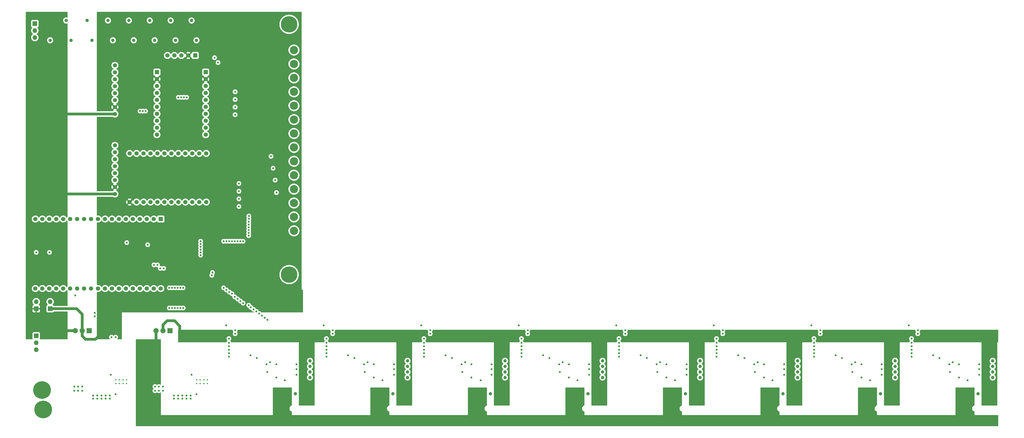
<source format=gbr>
%TF.GenerationSoftware,KiCad,Pcbnew,(6.0.1-0)*%
%TF.CreationDate,2022-10-28T22:31:25-07:00*%
%TF.ProjectId,core_board,636f7265-5f62-46f6-9172-642e6b696361,rev?*%
%TF.SameCoordinates,Original*%
%TF.FileFunction,Copper,L3,Inr*%
%TF.FilePolarity,Positive*%
%FSLAX46Y46*%
G04 Gerber Fmt 4.6, Leading zero omitted, Abs format (unit mm)*
G04 Created by KiCad (PCBNEW (6.0.1-0)) date 2022-10-28 22:31:25*
%MOMM*%
%LPD*%
G01*
G04 APERTURE LIST*
%TA.AperFunction,ComponentPad*%
%ADD10C,0.508000*%
%TD*%
%TA.AperFunction,ComponentPad*%
%ADD11R,1.910000X1.910000*%
%TD*%
%TA.AperFunction,ComponentPad*%
%ADD12C,1.910000*%
%TD*%
%TA.AperFunction,ComponentPad*%
%ADD13C,3.000000*%
%TD*%
%TA.AperFunction,ComponentPad*%
%ADD14R,1.700000X1.700000*%
%TD*%
%TA.AperFunction,ComponentPad*%
%ADD15O,1.700000X1.700000*%
%TD*%
%TA.AperFunction,ComponentPad*%
%ADD16C,1.524000*%
%TD*%
%TA.AperFunction,ComponentPad*%
%ADD17R,1.560000X1.560000*%
%TD*%
%TA.AperFunction,ComponentPad*%
%ADD18C,1.560000*%
%TD*%
%TA.AperFunction,ComponentPad*%
%ADD19C,6.451600*%
%TD*%
%TA.AperFunction,ComponentPad*%
%ADD20C,6.000000*%
%TD*%
%TA.AperFunction,ViaPad*%
%ADD21C,0.711200*%
%TD*%
%TA.AperFunction,ViaPad*%
%ADD22C,1.219200*%
%TD*%
%TA.AperFunction,Conductor*%
%ADD23C,1.016000*%
%TD*%
G04 APERTURE END LIST*
D10*
%TO.N,N/C*%
%TO.C,U9*%
X159086000Y-275986000D03*
X159086000Y-274686000D03*
X160386000Y-275986000D03*
X160386000Y-274686000D03*
X161686000Y-275986000D03*
X161686000Y-274686000D03*
X162986000Y-275986000D03*
X162986000Y-274686000D03*
%TD*%
D11*
%TO.N,GND*%
%TO.C,U3*%
X149362000Y-256697000D03*
D12*
%TO.N,+3V3*%
X146812000Y-256697000D03*
%TO.N,+5V*%
X144262000Y-256697000D03*
%TD*%
D13*
%TO.N,/I2C_SDA_FAST*%
%TO.C,TP8*%
X224028000Y-204978000D03*
%TD*%
D14*
%TO.N,Net-(J2-Pad1)*%
%TO.C,J2*%
X130048000Y-258587000D03*
D15*
%TO.N,Net-(J2-Pad2)*%
X130048000Y-261127000D03*
%TO.N,GND*%
X130048000Y-263667000D03*
%TD*%
D13*
%TO.N,/I2C_SCL_SLOW*%
%TO.C,TP16*%
X224028000Y-220218000D03*
%TD*%
D16*
%TO.N,Net-(R3-Pad1)*%
%TO.C,U4*%
X158750000Y-159766000D03*
%TO.N,Net-(JP3-Pad1)*%
X158750000Y-162306000D03*
%TO.N,/SPI_MOSI_CORE*%
X158750000Y-164846000D03*
%TO.N,/SPI_MISO_CORE*%
X158750000Y-167386000D03*
%TO.N,/SPI_SCK_CORE*%
X158750000Y-169926000D03*
%TO.N,GND*%
X158750000Y-172466000D03*
%TO.N,+3V3*%
X158750000Y-175006000D03*
%TO.N,+5V*%
X158750000Y-177546000D03*
%TD*%
D17*
%TO.N,Net-(JP1-Pad2)*%
%TO.C,U1*%
X175462000Y-215900000D03*
D18*
%TO.N,unconnected-(U1-Pad2)*%
X172922000Y-215900000D03*
%TO.N,/BOARD_ID_0*%
X170382000Y-215900000D03*
%TO.N,/BOARD_ID_1*%
X167842000Y-215900000D03*
%TO.N,/BOARD_ID_2*%
X165302000Y-215900000D03*
%TO.N,/BOARD_ID_3*%
X162762000Y-215900000D03*
%TO.N,/BOARD_ID_4*%
X160222000Y-215900000D03*
%TO.N,/BOARD_ID_5*%
X157682000Y-215900000D03*
%TO.N,/BROADCAST*%
X155142000Y-215900000D03*
%TO.N,/SPI_CS_1*%
X152602000Y-215900000D03*
%TO.N,/SPI_CS_2*%
X150062000Y-215900000D03*
%TO.N,/SPI_SCK*%
X147522000Y-215900000D03*
%TO.N,/SPI_MISO*%
X144982000Y-215900000D03*
%TO.N,GND*%
X142442000Y-215900000D03*
%TO.N,/SPI_MOSI*%
X139902000Y-215900000D03*
%TO.N,unconnected-(U1-Pad16)*%
X137362000Y-215900000D03*
%TO.N,unconnected-(U1-Pad17)*%
X134822000Y-215900000D03*
%TO.N,unconnected-(U1-Pad18)*%
X132282000Y-215900000D03*
%TO.N,Net-(JP2-Pad2)*%
X129742000Y-215900000D03*
%TO.N,GND*%
X175462000Y-241300000D03*
%TO.N,/SPI_MOSI_CORE*%
X172922000Y-241300000D03*
%TO.N,/I2C_SCL_SLOW*%
X170382000Y-241300000D03*
%TO.N,/UART_TX*%
X167842000Y-241300000D03*
%TO.N,/UART_RX*%
X165302000Y-241300000D03*
%TO.N,/I2C_SDA_SLOW*%
X162762000Y-241300000D03*
%TO.N,GND*%
X160222000Y-241300000D03*
%TO.N,/SPI_MISO_CORE*%
X157682000Y-241300000D03*
%TO.N,/SPI_SCK_CORE*%
X155142000Y-241300000D03*
%TO.N,/SPI_CS_CORE*%
X152602000Y-241300000D03*
%TO.N,/I2C_SCL_FAST*%
X150062000Y-241300000D03*
%TO.N,/I2C_SDA_FAST*%
X147522000Y-241300000D03*
%TO.N,/INT*%
X144982000Y-241300000D03*
%TO.N,/BOARD_ID_6*%
X142442000Y-241300000D03*
%TO.N,/BOARD_ID_7*%
X139902000Y-241300000D03*
%TO.N,/SPI_CS_0*%
X137362000Y-241300000D03*
%TO.N,unconnected-(U1-Pad36)*%
X134822000Y-241300000D03*
%TO.N,unconnected-(U1-Pad37)*%
X132282000Y-241300000D03*
%TO.N,unconnected-(U1-Pad38)*%
X129742000Y-241300000D03*
%TD*%
D13*
%TO.N,/SPI_SCK_CORE*%
%TO.C,TP12*%
X224028000Y-194818000D03*
%TD*%
%TO.N,/SPI_MOSI_CORE*%
%TO.C,TP10*%
X224028000Y-184658000D03*
%TD*%
D14*
%TO.N,+5V*%
%TO.C,JP2*%
X130048000Y-248666000D03*
D15*
%TO.N,Net-(JP2-Pad2)*%
X130048000Y-246126000D03*
%TD*%
D19*
%TO.N,+12V*%
%TO.C,J1*%
X132588000Y-285496000D03*
%TO.N,GND*%
X132163820Y-278384000D03*
%TD*%
D16*
%TO.N,Net-(R9-Pad1)*%
%TO.C,U5*%
X158750000Y-188976000D03*
%TO.N,Net-(JP3-Pad3)*%
X158750000Y-191516000D03*
%TO.N,/SPI_MOSI_CORE*%
X158750000Y-194056000D03*
%TO.N,/SPI_MISO_CORE*%
X158750000Y-196596000D03*
%TO.N,/SPI_SCK_CORE*%
X158750000Y-199136000D03*
%TO.N,GND*%
X158750000Y-201676000D03*
%TO.N,+3V3*%
X158750000Y-204216000D03*
%TO.N,+5V*%
X158750000Y-206756000D03*
%TD*%
D13*
%TO.N,/SPI_MISO_CORE*%
%TO.C,TP11*%
X224028000Y-189738000D03*
%TD*%
D14*
%TO.N,+3V3*%
%TO.C,JP1*%
X135128000Y-248666000D03*
D15*
%TO.N,Net-(JP1-Pad2)*%
X135128000Y-246126000D03*
%TD*%
D18*
%TO.N,/Button_0*%
%TO.C,U6*%
X191841100Y-185100500D03*
%TO.N,/Button_1*%
X191841100Y-182560500D03*
%TO.N,/Button_2*%
X191841100Y-180020500D03*
%TO.N,/Button_3*%
X191841100Y-177480500D03*
%TO.N,/Button_4*%
X191841100Y-174940500D03*
%TO.N,/Button_5*%
X191841100Y-172400500D03*
%TO.N,/Button_6*%
X191841100Y-169860500D03*
%TO.N,/Button_7*%
X191841100Y-167320500D03*
%TO.N,+3V3*%
X191841100Y-164780500D03*
D17*
%TO.N,GND*%
X191841100Y-162240500D03*
X188031100Y-156144500D03*
D18*
%TO.N,+3V3*%
X185491100Y-156144500D03*
%TO.N,/I2C_SDA_SLOW*%
X182951100Y-156144500D03*
%TO.N,/I2C_SCL_SLOW*%
X180411100Y-156144500D03*
%TO.N,/INT*%
X177871100Y-156144500D03*
D17*
%TO.N,GND*%
X174061660Y-162240500D03*
D18*
%TO.N,+3V3*%
X174061660Y-164780500D03*
%TO.N,/LED_0*%
X174061660Y-167320500D03*
%TO.N,/LED_1*%
X174061660Y-169860500D03*
%TO.N,/LED_2*%
X174061660Y-172400500D03*
%TO.N,/LED_3*%
X174061660Y-174940500D03*
%TO.N,/LED_4*%
X174061660Y-177480500D03*
%TO.N,/LED_5*%
X174061660Y-180020500D03*
%TO.N,/LED_6*%
X174061660Y-182560500D03*
%TO.N,/LED_7*%
X174061660Y-185100500D03*
%TD*%
D13*
%TO.N,/SPI_MOSI*%
%TO.C,TP3*%
X224028000Y-174498000D03*
%TD*%
D20*
%TO.N,N/C*%
%TO.C,REF\u002A\u002A*%
X222250000Y-236220000D03*
%TD*%
D11*
%TO.N,GND*%
%TO.C,U2*%
X178826000Y-256697000D03*
D12*
%TO.N,/EXT_3V3*%
X176276000Y-256697000D03*
%TO.N,/EXT_5V*%
X173726000Y-256697000D03*
%TD*%
D18*
%TO.N,+3V3*%
%TO.C,U7*%
X164101500Y-209701500D03*
%TO.N,GND*%
X166641500Y-209701500D03*
%TO.N,/I2C_SDA_SLOW*%
X169181500Y-209701500D03*
%TO.N,/I2C_SCL_SLOW*%
X171721500Y-209701500D03*
%TO.N,unconnected-(U7-Pad5)*%
X174261500Y-209701500D03*
%TO.N,GND*%
X176801500Y-209701500D03*
X179341500Y-209701500D03*
X181881500Y-209701500D03*
%TO.N,/I2C_SDA_0*%
X184421500Y-209701500D03*
%TO.N,/I2C_SCL_0*%
X186961500Y-209701500D03*
%TO.N,/I2C_SDA_1*%
X189501500Y-209701500D03*
%TO.N,/I2C_SCL_1*%
X192041500Y-209701500D03*
%TO.N,/I2C_SDA_2*%
X192041500Y-191921500D03*
%TO.N,/I2C_SCL_2*%
X189501500Y-191921500D03*
%TO.N,/I2C_SDA_3*%
X186961500Y-191921500D03*
%TO.N,/I2C_SCL_3*%
X184421500Y-191921500D03*
%TO.N,/I2C_SDA_4*%
X181881500Y-191921500D03*
%TO.N,/I2C_SCL_4*%
X179341500Y-191921500D03*
%TO.N,/I2C_SDA_5*%
X176801500Y-191921500D03*
%TO.N,/I2C_SCL_5*%
X174261500Y-191921500D03*
%TO.N,/I2C_SDA_6*%
X171721500Y-191921500D03*
%TO.N,/I2C_SCL_6*%
X169181500Y-191921500D03*
%TO.N,/I2C_SDA_7*%
X166641500Y-191921500D03*
%TO.N,/I2C_SCL_7*%
X164101500Y-191921500D03*
%TD*%
D13*
%TO.N,/I2C_SDA_SLOW*%
%TO.C,TP15*%
X224028000Y-215138000D03*
%TD*%
%TO.N,/SPI_CS_0*%
%TO.C,TP6*%
X224028000Y-179578000D03*
%TD*%
%TO.N,/I2C_SCL_FAST*%
%TO.C,TP9*%
X224028000Y-210058000D03*
%TD*%
%TO.N,/SPI_SCK*%
%TO.C,TP5*%
X224028000Y-164338000D03*
%TD*%
%TO.N,/SPI_CS_CORE*%
%TO.C,TP13*%
X224028000Y-199898000D03*
%TD*%
D14*
%TO.N,Net-(JP3-Pad1)*%
%TO.C,JP3*%
X129540000Y-144526000D03*
D15*
%TO.N,/SPI_CS_CORE*%
X129540000Y-147066000D03*
%TO.N,Net-(JP3-Pad3)*%
X129540000Y-149606000D03*
%TD*%
D13*
%TO.N,/SPI_MISO*%
%TO.C,TP4*%
X224028000Y-169418000D03*
%TD*%
%TO.N,/SPI_CS_1*%
%TO.C,TP14*%
X224028000Y-154178000D03*
%TD*%
D20*
%TO.N,N/C*%
%TO.C,REF\u002A\u002A*%
X222250000Y-144780000D03*
%TD*%
D13*
%TO.N,/SPI_CS_2*%
%TO.C,TP7*%
X224028000Y-159258000D03*
%TD*%
D10*
%TO.N,N/C*%
%TO.C,U8*%
X188550000Y-275986000D03*
X188550000Y-274686000D03*
X189850000Y-275986000D03*
X189850000Y-274686000D03*
X191150000Y-275986000D03*
X191150000Y-274686000D03*
X192450000Y-275986000D03*
X192450000Y-274686000D03*
%TD*%
D21*
%TO.N,/I2C_SCL_SLOW*%
X170688000Y-225298000D03*
%TO.N,/I2C_SDA_SLOW*%
X163068000Y-224536000D03*
%TO.N,/SPI_CS_1*%
X356494000Y-271788000D03*
X421518000Y-265692000D03*
X271404000Y-259596000D03*
X249814000Y-271788000D03*
X243718000Y-265692000D03*
X314838000Y-265692000D03*
X279278000Y-265692000D03*
X463168520Y-271779520D03*
X385958000Y-265692000D03*
X189984000Y-224020000D03*
X235844000Y-259596000D03*
X320934000Y-271788000D03*
X200284000Y-259596000D03*
X427614000Y-271788000D03*
X449198520Y-259587520D03*
X214254000Y-271788000D03*
X306964000Y-259596000D03*
X378084000Y-259596000D03*
X350398000Y-265692000D03*
X413644000Y-259596000D03*
X342524000Y-259596000D03*
X208158000Y-265692000D03*
X392054000Y-271788000D03*
X457072520Y-265683520D03*
X285374000Y-271788000D03*
%TO.N,/SPI_CS_CORE*%
X176530000Y-233934000D03*
X217651631Y-206248000D03*
%TO.N,/SPI_SCK_CORE*%
X217143631Y-201676000D03*
X175260000Y-233934000D03*
%TO.N,/SPI_MISO_CORE*%
X174244000Y-232664000D03*
X216407520Y-197332111D03*
%TO.N,/SPI_MOSI_CORE*%
X172974000Y-232664000D03*
X215671409Y-192988222D03*
%TO.N,/I2C_SCL_FAST*%
X202570000Y-257818000D03*
X451484520Y-257809520D03*
X194056000Y-236474000D03*
X309250000Y-257818000D03*
X380370000Y-257818000D03*
X344810000Y-257818000D03*
X415930000Y-257818000D03*
X273690000Y-257818000D03*
X238130000Y-257818000D03*
%TO.N,/I2C_SDA_FAST*%
X273690000Y-256548000D03*
X194310000Y-235458000D03*
X451484520Y-256539520D03*
X380370000Y-256548000D03*
X415930000Y-256548000D03*
X309250000Y-256548000D03*
X344810000Y-256548000D03*
X238130000Y-256548000D03*
X202570000Y-256548000D03*
%TO.N,/SPI_CS_2*%
X430916000Y-273820000D03*
X466470520Y-273811520D03*
X342524000Y-261120000D03*
X423804000Y-266708000D03*
X388244000Y-266708000D03*
X210444000Y-266708000D03*
X449198520Y-261111520D03*
X317124000Y-266708000D03*
X189984000Y-225036000D03*
X200284000Y-261120000D03*
X306964000Y-261120000D03*
X413644000Y-261120000D03*
X324236000Y-273820000D03*
X352684000Y-266708000D03*
X459358520Y-266699520D03*
X246004000Y-266708000D03*
X288676000Y-273820000D03*
X395356000Y-273820000D03*
X253116000Y-273820000D03*
X217556000Y-273820000D03*
X271404000Y-261120000D03*
X378084000Y-261120000D03*
X235844000Y-261120000D03*
X359796000Y-273820000D03*
X281564000Y-266708000D03*
%TO.N,/SPI_CS_0*%
X413644000Y-266200000D03*
X189984000Y-229100000D03*
X144272000Y-243840000D03*
X200284000Y-266200000D03*
X342524000Y-266200000D03*
X271404000Y-266200000D03*
X378084000Y-266200000D03*
X235844000Y-266200000D03*
X449198520Y-266191520D03*
X306964000Y-266200000D03*
%TO.N,/SPI_SCK*%
X359796000Y-268994000D03*
X200284000Y-262390000D03*
X260482000Y-270772000D03*
X296042000Y-270772000D03*
X331602000Y-270772000D03*
X378084000Y-262390000D03*
X189984000Y-226052000D03*
X402722000Y-270772000D03*
X466470520Y-268985520D03*
X288676000Y-268994000D03*
X473836520Y-270763520D03*
X367162000Y-270772000D03*
X324236000Y-268994000D03*
X253116000Y-268994000D03*
X430916000Y-268994000D03*
X342524000Y-262390000D03*
X271404000Y-262390000D03*
X224922000Y-270772000D03*
X395356000Y-268994000D03*
X449198520Y-262381520D03*
X217556000Y-268994000D03*
X306964000Y-262390000D03*
X438282000Y-270772000D03*
X413644000Y-262390000D03*
X235844000Y-262390000D03*
%TO.N,/SPI_MISO*%
X428630000Y-268232000D03*
X413644000Y-263660000D03*
X260482000Y-268994000D03*
X378084000Y-263660000D03*
X271404000Y-263660000D03*
X357510000Y-268232000D03*
X331602000Y-268994000D03*
X438282000Y-268994000D03*
X393070000Y-268232000D03*
X200284000Y-263660000D03*
X342524000Y-263660000D03*
X224922000Y-268994000D03*
X235844000Y-263660000D03*
X296042000Y-268994000D03*
X286390000Y-268232000D03*
X306964000Y-263660000D03*
X215270000Y-268232000D03*
X189984000Y-227068000D03*
X367162000Y-268994000D03*
X321950000Y-268232000D03*
X473836520Y-268985520D03*
X464184520Y-268223520D03*
X250830000Y-268232000D03*
X402722000Y-268994000D03*
X449198520Y-263651520D03*
%TO.N,/SPI_MOSI*%
X320680000Y-268994000D03*
X214000000Y-268994000D03*
X378084000Y-264930000D03*
X391800000Y-268994000D03*
X402722000Y-272804000D03*
X342524000Y-264930000D03*
X473836520Y-272795520D03*
X449198520Y-264921520D03*
X331602000Y-272804000D03*
X306964000Y-264930000D03*
X462914520Y-268985520D03*
X356240000Y-268994000D03*
X271404000Y-264930000D03*
X427360000Y-268994000D03*
X285120000Y-268994000D03*
X260482000Y-272804000D03*
X296042000Y-272804000D03*
X235844000Y-264930000D03*
X200284000Y-264930000D03*
X413644000Y-264930000D03*
X189984000Y-228084000D03*
X224922000Y-272804000D03*
X438282000Y-272804000D03*
X249560000Y-268994000D03*
X367162000Y-272804000D03*
%TO.N,Net-(C16-Pad2)*%
X159004000Y-279908000D03*
X157226000Y-272796000D03*
D22*
%TO.N,GND*%
X300990000Y-273812000D03*
X150368000Y-150622000D03*
X295656000Y-279781000D03*
X163830000Y-143383000D03*
X156210000Y-143383000D03*
X148590000Y-143383000D03*
X478790000Y-269748000D03*
D21*
X143891000Y-277114000D03*
D22*
X224536000Y-279781000D03*
X407670000Y-273812000D03*
X478790000Y-271780000D03*
X407670000Y-269748000D03*
D21*
X145288000Y-277114000D03*
D22*
X443230000Y-269748000D03*
D21*
X173355000Y-278638000D03*
D22*
X372110000Y-269748000D03*
D21*
X152273000Y-281559000D03*
D22*
X157988000Y-150622000D03*
D21*
X184785000Y-280416000D03*
D22*
X366776000Y-279781000D03*
X140970000Y-143383000D03*
X478790000Y-273812000D03*
X402336000Y-279781000D03*
X179070000Y-143383000D03*
X300990000Y-267716000D03*
D21*
X146812000Y-278638000D03*
D22*
X443230000Y-271780000D03*
X478790000Y-267716000D03*
D21*
X180213000Y-281559000D03*
X150749000Y-281559000D03*
D22*
X173228000Y-150622000D03*
D21*
X183261000Y-281559000D03*
D22*
X229870000Y-271780000D03*
D21*
X152273000Y-280416000D03*
D22*
X437896000Y-279781000D03*
D21*
X155321000Y-280416000D03*
D22*
X186690000Y-143383000D03*
D21*
X143891000Y-278638000D03*
D22*
X372110000Y-271780000D03*
X372110000Y-273812000D03*
X300990000Y-271780000D03*
D21*
X184785000Y-281559000D03*
X146812000Y-277114000D03*
X156845000Y-280416000D03*
D22*
X443230000Y-267716000D03*
D21*
X174752000Y-278638000D03*
X176276000Y-277114000D03*
D22*
X165608000Y-150622000D03*
X260096000Y-279781000D03*
X336550000Y-269748000D03*
D21*
X174752000Y-277114000D03*
D22*
X135128000Y-150622000D03*
D21*
X145288000Y-278638000D03*
X176276000Y-278638000D03*
D22*
X407670000Y-267716000D03*
D21*
X156845000Y-281559000D03*
D22*
X180848000Y-150622000D03*
X443230000Y-273812000D03*
X336550000Y-271780000D03*
X142748000Y-150622000D03*
D21*
X186309000Y-280416000D03*
D22*
X372110000Y-267716000D03*
X229870000Y-273812000D03*
X229870000Y-269748000D03*
D21*
X181737000Y-280416000D03*
X173355000Y-277114000D03*
D22*
X171450000Y-143383000D03*
D21*
X155321000Y-281559000D03*
X153797000Y-281559000D03*
D22*
X473456000Y-279781000D03*
X229870000Y-267716000D03*
X265430000Y-271780000D03*
D21*
X183261000Y-280416000D03*
X186309000Y-281559000D03*
D22*
X265430000Y-269748000D03*
X336550000Y-267716000D03*
X188468000Y-150622000D03*
D21*
X180213000Y-280416000D03*
D22*
X265430000Y-273812000D03*
D21*
X181737000Y-281559000D03*
X150749000Y-280416000D03*
D22*
X331216000Y-279781000D03*
X300990000Y-269748000D03*
X336550000Y-273812000D03*
X265430000Y-267716000D03*
D21*
X153797000Y-280416000D03*
D22*
X407670000Y-271780000D03*
D21*
%TO.N,Net-(C9-Pad2)*%
X188468000Y-279908000D03*
X186690000Y-272796000D03*
D22*
%TO.N,+3V3*%
X168656000Y-179832000D03*
X154686000Y-252730000D03*
X214122000Y-162814000D03*
X164846000Y-168910000D03*
X208788000Y-156845000D03*
X173736000Y-248666000D03*
X207645000Y-166370000D03*
D21*
%TO.N,/I2C_SDA_0*%
X198374000Y-224028000D03*
X203962000Y-202946000D03*
X198374000Y-241046000D03*
%TO.N,/I2C_SCL_0*%
X199390000Y-224028000D03*
X203962000Y-205740000D03*
X199390000Y-241808000D03*
%TO.N,/I2C_SDA_1*%
X203962000Y-208534000D03*
X200406000Y-224028000D03*
X200406000Y-242570000D03*
%TO.N,/I2C_SCL_1*%
X203962000Y-211328000D03*
X201422000Y-224028000D03*
X201422000Y-243205000D03*
%TO.N,/I2C_SDA_2*%
X207570944Y-214818076D03*
X214376000Y-252730000D03*
%TO.N,/I2C_SCL_2*%
X213360000Y-251968000D03*
X207568008Y-215849992D03*
%TO.N,/I2C_SDA_3*%
X212344000Y-251206000D03*
X207555506Y-216878494D03*
%TO.N,/I2C_SCL_3*%
X211328000Y-250444000D03*
X207543004Y-217906996D03*
%TO.N,/I2C_SDA_4*%
X207530502Y-218935498D03*
X210312000Y-249682000D03*
%TO.N,/I2C_SCL_4*%
X207530502Y-219951498D03*
X209296000Y-248920000D03*
%TO.N,/I2C_SDA_5*%
X208280000Y-248158000D03*
X207530502Y-220967498D03*
%TO.N,/I2C_SCL_5*%
X207518000Y-247396000D03*
X207505490Y-221983490D03*
%TO.N,/I2C_SDA_6*%
X202565000Y-169418000D03*
X205486000Y-246634000D03*
X205486000Y-224028000D03*
%TO.N,/I2C_SCL_6*%
X204470000Y-224028000D03*
X204470000Y-245872000D03*
X202565000Y-172212000D03*
%TO.N,/I2C_SDA_7*%
X202565000Y-175006000D03*
X203454000Y-224028000D03*
X203454000Y-245110000D03*
%TO.N,/I2C_SCL_7*%
X202438000Y-224028000D03*
X202565000Y-177800000D03*
X202438000Y-244348000D03*
%TO.N,Net-(J2-Pad1)*%
X159004000Y-259048500D03*
%TO.N,Net-(J2-Pad2)*%
X157480000Y-259048500D03*
%TO.N,/INT*%
X130048000Y-228092000D03*
X134874000Y-228092000D03*
D22*
%TO.N,/EXT_5V*%
X324612000Y-279908000D03*
X466852000Y-279908000D03*
X431292000Y-279908000D03*
X217932000Y-279908000D03*
X253492000Y-279908000D03*
X395732000Y-279908000D03*
X360172000Y-279908000D03*
X289052000Y-279908000D03*
D21*
%TO.N,/BOARD_ID_1*%
X256286000Y-274828000D03*
X182626000Y-241046000D03*
X182626000Y-248412000D03*
%TO.N,/BROADCAST*%
X234828000Y-254770000D03*
X377068000Y-254770000D03*
X199268000Y-254770000D03*
X305948000Y-254770000D03*
X412628000Y-254770000D03*
X341508000Y-254770000D03*
X448182520Y-254761520D03*
X270388000Y-254770000D03*
D22*
%TO.N,/EXT_3V3*%
X479044000Y-279908000D03*
X372364000Y-279908000D03*
X230124000Y-279908000D03*
X407924000Y-279908000D03*
X443484000Y-279908000D03*
X336804000Y-279908000D03*
X265684000Y-279908000D03*
X301244000Y-279908000D03*
D21*
%TO.N,/BOARD_ID_7*%
X469646000Y-274828000D03*
X151384000Y-251460000D03*
%TO.N,/BOARD_ID_6*%
X434086000Y-274828000D03*
X151384000Y-250190000D03*
%TO.N,/BOARD_ID_5*%
X178562000Y-241046000D03*
X178562000Y-248412000D03*
X398526000Y-274828000D03*
%TO.N,/BOARD_ID_3*%
X180594000Y-241046000D03*
X180594000Y-248412000D03*
X327406000Y-274828000D03*
%TO.N,/BOARD_ID_4*%
X179578000Y-241046000D03*
X362966000Y-274828000D03*
X179578000Y-248412000D03*
%TO.N,/BOARD_ID_0*%
X220726000Y-274828000D03*
X183642000Y-248412000D03*
X183642000Y-241046000D03*
%TO.N,/BOARD_ID_2*%
X181610000Y-241046000D03*
X292100000Y-274828000D03*
X181610000Y-248412000D03*
%TO.N,/Button_0*%
X195072000Y-156972000D03*
%TO.N,/Button_1*%
X196342000Y-158750000D03*
%TO.N,/LED_0*%
X167894000Y-176477561D03*
%TO.N,/LED_1*%
X168910000Y-176477561D03*
%TO.N,/LED_2*%
X169926000Y-176477567D03*
%TO.N,/LED_4*%
X181864000Y-171450000D03*
%TO.N,/LED_5*%
X182880000Y-171450000D03*
%TO.N,/LED_6*%
X183896000Y-171450000D03*
%TO.N,/LED_7*%
X184912000Y-171450000D03*
%TD*%
D23*
%TO.N,+3V3*%
X147955000Y-259842000D02*
X151638000Y-259842000D01*
X146812000Y-250698000D02*
X146812000Y-256697000D01*
X135128000Y-248666000D02*
X144780000Y-248666000D01*
X146812000Y-258699000D02*
X147955000Y-259842000D01*
X144780000Y-248666000D02*
X146812000Y-250698000D01*
X151638000Y-259842000D02*
X152781000Y-258699000D01*
X152781000Y-258699000D02*
X152781000Y-256413000D01*
X146812000Y-256697000D02*
X146812000Y-258699000D01*
%TO.N,+5V*%
X140843000Y-177546000D02*
X140716000Y-177546000D01*
X158750000Y-177546000D02*
X140843000Y-177546000D01*
X140589000Y-257048000D02*
X140589000Y-259080000D01*
X140940000Y-256697000D02*
X140589000Y-257048000D01*
X158750000Y-206756000D02*
X140716000Y-206756000D01*
X144262000Y-256697000D02*
X140940000Y-256697000D01*
%TO.N,/EXT_5V*%
X173609000Y-260350000D02*
X171577000Y-260350000D01*
X173726000Y-256697000D02*
X173726000Y-260233000D01*
X173726000Y-260233000D02*
X173609000Y-260350000D01*
%TO.N,/EXT_3V3*%
X176276000Y-254635000D02*
X177800000Y-253111000D01*
X180467000Y-253111000D02*
X182372000Y-255016000D01*
X182372000Y-255016000D02*
X182372000Y-260350000D01*
X177800000Y-253111000D02*
X180467000Y-253111000D01*
X176276000Y-256697000D02*
X176276000Y-254635000D01*
%TD*%
%TA.AperFunction,Conductor*%
%TO.N,/EXT_3V3*%
G36*
X444881000Y-283973000D02*
G01*
X444860998Y-284041121D01*
X444807342Y-284087614D01*
X444755000Y-284099000D01*
X439292000Y-284099000D01*
X439223879Y-284078998D01*
X439177386Y-284025342D01*
X439166000Y-283973000D01*
X439166000Y-273782606D01*
X442107495Y-273782606D01*
X442120935Y-273987659D01*
X442171517Y-274186828D01*
X442257549Y-274373445D01*
X442376148Y-274541259D01*
X442523342Y-274684649D01*
X442528138Y-274687854D01*
X442528141Y-274687856D01*
X442606523Y-274740229D01*
X442694203Y-274798815D01*
X442699506Y-274801093D01*
X442699509Y-274801095D01*
X442789293Y-274839669D01*
X442883008Y-274879932D01*
X443083433Y-274925284D01*
X443089202Y-274925511D01*
X443089205Y-274925511D01*
X443166697Y-274928555D01*
X443288768Y-274933351D01*
X443390450Y-274918608D01*
X443486419Y-274904693D01*
X443486424Y-274904692D01*
X443492133Y-274903864D01*
X443497597Y-274902009D01*
X443497602Y-274902008D01*
X443681249Y-274839669D01*
X443681254Y-274839667D01*
X443686721Y-274837811D01*
X443866012Y-274737403D01*
X444024003Y-274606003D01*
X444155403Y-274448012D01*
X444255811Y-274268721D01*
X444257667Y-274263254D01*
X444257669Y-274263249D01*
X444320008Y-274079602D01*
X444320009Y-274079597D01*
X444321864Y-274074133D01*
X444334403Y-273987659D01*
X444350818Y-273874442D01*
X444351351Y-273870768D01*
X444352890Y-273812000D01*
X444334087Y-273607370D01*
X444324400Y-273573021D01*
X444279878Y-273415157D01*
X444279876Y-273415152D01*
X444278308Y-273409592D01*
X444187421Y-273225292D01*
X444064470Y-273060640D01*
X443913572Y-272921151D01*
X443908691Y-272918072D01*
X443908688Y-272918069D01*
X443885693Y-272903561D01*
X443838755Y-272850295D01*
X443828065Y-272780108D01*
X443857019Y-272715283D01*
X443872358Y-272700125D01*
X444024003Y-272574003D01*
X444155403Y-272416012D01*
X444255811Y-272236721D01*
X444257667Y-272231254D01*
X444257669Y-272231249D01*
X444320008Y-272047602D01*
X444320009Y-272047597D01*
X444321864Y-272042133D01*
X444334403Y-271955659D01*
X444350818Y-271842442D01*
X444351351Y-271838768D01*
X444352890Y-271780000D01*
X444334087Y-271575370D01*
X444324400Y-271541021D01*
X444279878Y-271383157D01*
X444279876Y-271383152D01*
X444278308Y-271377592D01*
X444187421Y-271193292D01*
X444064470Y-271028640D01*
X443913572Y-270889151D01*
X443908691Y-270886072D01*
X443908688Y-270886069D01*
X443885693Y-270871561D01*
X443838755Y-270818295D01*
X443828065Y-270748108D01*
X443857019Y-270683283D01*
X443872358Y-270668125D01*
X444024003Y-270542003D01*
X444155403Y-270384012D01*
X444255811Y-270204721D01*
X444257667Y-270199254D01*
X444257669Y-270199249D01*
X444320008Y-270015602D01*
X444320009Y-270015597D01*
X444321864Y-270010133D01*
X444334403Y-269923659D01*
X444350818Y-269810442D01*
X444351351Y-269806768D01*
X444352890Y-269748000D01*
X444334087Y-269543370D01*
X444324400Y-269509021D01*
X444279878Y-269351157D01*
X444279876Y-269351152D01*
X444278308Y-269345592D01*
X444187421Y-269161292D01*
X444064470Y-268996640D01*
X443913572Y-268857151D01*
X443908691Y-268854072D01*
X443908688Y-268854069D01*
X443885693Y-268839561D01*
X443838755Y-268786295D01*
X443828065Y-268716108D01*
X443857019Y-268651283D01*
X443872358Y-268636125D01*
X444024003Y-268510003D01*
X444155403Y-268352012D01*
X444255811Y-268172721D01*
X444257667Y-268167254D01*
X444257669Y-268167249D01*
X444320008Y-267983602D01*
X444320009Y-267983597D01*
X444321864Y-267978133D01*
X444334403Y-267891659D01*
X444350818Y-267778442D01*
X444351351Y-267774768D01*
X444352890Y-267716000D01*
X444334087Y-267511370D01*
X444324400Y-267477021D01*
X444279878Y-267319157D01*
X444279876Y-267319152D01*
X444278308Y-267313592D01*
X444187421Y-267129292D01*
X444064470Y-266964640D01*
X443913572Y-266825151D01*
X443868348Y-266796617D01*
X443744665Y-266718579D01*
X443744660Y-266718577D01*
X443739781Y-266715498D01*
X443548918Y-266639351D01*
X443347374Y-266599261D01*
X443341599Y-266599185D01*
X443341595Y-266599185D01*
X443240796Y-266597866D01*
X443141899Y-266596571D01*
X442939375Y-266631372D01*
X442933958Y-266633370D01*
X442933952Y-266633372D01*
X442787800Y-266687290D01*
X442746583Y-266702496D01*
X442728326Y-266713358D01*
X442574950Y-266804607D01*
X442574947Y-266804609D01*
X442569982Y-266807563D01*
X442415484Y-266943054D01*
X442288265Y-267104430D01*
X442192585Y-267286289D01*
X442131648Y-267482538D01*
X442107495Y-267686606D01*
X442120935Y-267891659D01*
X442171517Y-268090828D01*
X442257549Y-268277445D01*
X442376148Y-268445259D01*
X442523342Y-268588649D01*
X442528138Y-268591854D01*
X442528141Y-268591856D01*
X442577914Y-268625113D01*
X442623442Y-268679590D01*
X442632290Y-268750033D01*
X442601648Y-268814077D01*
X442579147Y-268832567D01*
X442579618Y-268833216D01*
X442574951Y-268836607D01*
X442569982Y-268839563D01*
X442415484Y-268975054D01*
X442288265Y-269136430D01*
X442192585Y-269318289D01*
X442131648Y-269514538D01*
X442107495Y-269718606D01*
X442120935Y-269923659D01*
X442171517Y-270122828D01*
X442257549Y-270309445D01*
X442376148Y-270477259D01*
X442523342Y-270620649D01*
X442528138Y-270623854D01*
X442528141Y-270623856D01*
X442577914Y-270657113D01*
X442623442Y-270711590D01*
X442632290Y-270782033D01*
X442601648Y-270846077D01*
X442579147Y-270864567D01*
X442579618Y-270865216D01*
X442574951Y-270868607D01*
X442569982Y-270871563D01*
X442415484Y-271007054D01*
X442288265Y-271168430D01*
X442192585Y-271350289D01*
X442131648Y-271546538D01*
X442107495Y-271750606D01*
X442120935Y-271955659D01*
X442171517Y-272154828D01*
X442257549Y-272341445D01*
X442376148Y-272509259D01*
X442523342Y-272652649D01*
X442528138Y-272655854D01*
X442528141Y-272655856D01*
X442577914Y-272689113D01*
X442623442Y-272743590D01*
X442632290Y-272814033D01*
X442601648Y-272878077D01*
X442579147Y-272896567D01*
X442579618Y-272897216D01*
X442574951Y-272900607D01*
X442569982Y-272903563D01*
X442415484Y-273039054D01*
X442288265Y-273200430D01*
X442192585Y-273382289D01*
X442131648Y-273578538D01*
X442107495Y-273782606D01*
X439166000Y-273782606D01*
X439166000Y-256413000D01*
X444881000Y-256413000D01*
X444881000Y-283973000D01*
G37*
%TD.AperFunction*%
%TD*%
%TA.AperFunction,Conductor*%
%TO.N,/EXT_3V3*%
G36*
X231521000Y-283973000D02*
G01*
X231500998Y-284041121D01*
X231447342Y-284087614D01*
X231395000Y-284099000D01*
X225932000Y-284099000D01*
X225863879Y-284078998D01*
X225817386Y-284025342D01*
X225806000Y-283973000D01*
X225806000Y-273782606D01*
X228747495Y-273782606D01*
X228760935Y-273987659D01*
X228811517Y-274186828D01*
X228897549Y-274373445D01*
X229016148Y-274541259D01*
X229163342Y-274684649D01*
X229168138Y-274687854D01*
X229168141Y-274687856D01*
X229246523Y-274740229D01*
X229334203Y-274798815D01*
X229339506Y-274801093D01*
X229339509Y-274801095D01*
X229429293Y-274839669D01*
X229523008Y-274879932D01*
X229723433Y-274925284D01*
X229729202Y-274925511D01*
X229729205Y-274925511D01*
X229806697Y-274928555D01*
X229928768Y-274933351D01*
X230030450Y-274918608D01*
X230126419Y-274904693D01*
X230126424Y-274904692D01*
X230132133Y-274903864D01*
X230137597Y-274902009D01*
X230137602Y-274902008D01*
X230321249Y-274839669D01*
X230321254Y-274839667D01*
X230326721Y-274837811D01*
X230506012Y-274737403D01*
X230664003Y-274606003D01*
X230795403Y-274448012D01*
X230895811Y-274268721D01*
X230897667Y-274263254D01*
X230897669Y-274263249D01*
X230960008Y-274079602D01*
X230960009Y-274079597D01*
X230961864Y-274074133D01*
X230974403Y-273987659D01*
X230990818Y-273874442D01*
X230991351Y-273870768D01*
X230992890Y-273812000D01*
X230974087Y-273607370D01*
X230964400Y-273573021D01*
X230919878Y-273415157D01*
X230919876Y-273415152D01*
X230918308Y-273409592D01*
X230827421Y-273225292D01*
X230704470Y-273060640D01*
X230553572Y-272921151D01*
X230548691Y-272918072D01*
X230548688Y-272918069D01*
X230525693Y-272903561D01*
X230478755Y-272850295D01*
X230468065Y-272780108D01*
X230497019Y-272715283D01*
X230512358Y-272700125D01*
X230664003Y-272574003D01*
X230795403Y-272416012D01*
X230895811Y-272236721D01*
X230897667Y-272231254D01*
X230897669Y-272231249D01*
X230960008Y-272047602D01*
X230960009Y-272047597D01*
X230961864Y-272042133D01*
X230974403Y-271955659D01*
X230990818Y-271842442D01*
X230991351Y-271838768D01*
X230992890Y-271780000D01*
X230974087Y-271575370D01*
X230964400Y-271541021D01*
X230919878Y-271383157D01*
X230919876Y-271383152D01*
X230918308Y-271377592D01*
X230827421Y-271193292D01*
X230704470Y-271028640D01*
X230553572Y-270889151D01*
X230548691Y-270886072D01*
X230548688Y-270886069D01*
X230525693Y-270871561D01*
X230478755Y-270818295D01*
X230468065Y-270748108D01*
X230497019Y-270683283D01*
X230512358Y-270668125D01*
X230664003Y-270542003D01*
X230795403Y-270384012D01*
X230895811Y-270204721D01*
X230897667Y-270199254D01*
X230897669Y-270199249D01*
X230960008Y-270015602D01*
X230960009Y-270015597D01*
X230961864Y-270010133D01*
X230974403Y-269923659D01*
X230990818Y-269810442D01*
X230991351Y-269806768D01*
X230992890Y-269748000D01*
X230974087Y-269543370D01*
X230964400Y-269509021D01*
X230919878Y-269351157D01*
X230919876Y-269351152D01*
X230918308Y-269345592D01*
X230827421Y-269161292D01*
X230704470Y-268996640D01*
X230553572Y-268857151D01*
X230548691Y-268854072D01*
X230548688Y-268854069D01*
X230525693Y-268839561D01*
X230478755Y-268786295D01*
X230468065Y-268716108D01*
X230497019Y-268651283D01*
X230512358Y-268636125D01*
X230664003Y-268510003D01*
X230795403Y-268352012D01*
X230895811Y-268172721D01*
X230897667Y-268167254D01*
X230897669Y-268167249D01*
X230960008Y-267983602D01*
X230960009Y-267983597D01*
X230961864Y-267978133D01*
X230974403Y-267891659D01*
X230990818Y-267778442D01*
X230991351Y-267774768D01*
X230992890Y-267716000D01*
X230974087Y-267511370D01*
X230964400Y-267477021D01*
X230919878Y-267319157D01*
X230919876Y-267319152D01*
X230918308Y-267313592D01*
X230827421Y-267129292D01*
X230704470Y-266964640D01*
X230553572Y-266825151D01*
X230508348Y-266796617D01*
X230384665Y-266718579D01*
X230384660Y-266718577D01*
X230379781Y-266715498D01*
X230188918Y-266639351D01*
X229987374Y-266599261D01*
X229981599Y-266599185D01*
X229981595Y-266599185D01*
X229880796Y-266597866D01*
X229781899Y-266596571D01*
X229579375Y-266631372D01*
X229573958Y-266633370D01*
X229573952Y-266633372D01*
X229427800Y-266687290D01*
X229386583Y-266702496D01*
X229368326Y-266713358D01*
X229214950Y-266804607D01*
X229214947Y-266804609D01*
X229209982Y-266807563D01*
X229055484Y-266943054D01*
X228928265Y-267104430D01*
X228832585Y-267286289D01*
X228771648Y-267482538D01*
X228747495Y-267686606D01*
X228760935Y-267891659D01*
X228811517Y-268090828D01*
X228897549Y-268277445D01*
X229016148Y-268445259D01*
X229163342Y-268588649D01*
X229168138Y-268591854D01*
X229168141Y-268591856D01*
X229217914Y-268625113D01*
X229263442Y-268679590D01*
X229272290Y-268750033D01*
X229241648Y-268814077D01*
X229219147Y-268832567D01*
X229219618Y-268833216D01*
X229214951Y-268836607D01*
X229209982Y-268839563D01*
X229055484Y-268975054D01*
X228928265Y-269136430D01*
X228832585Y-269318289D01*
X228771648Y-269514538D01*
X228747495Y-269718606D01*
X228760935Y-269923659D01*
X228811517Y-270122828D01*
X228897549Y-270309445D01*
X229016148Y-270477259D01*
X229163342Y-270620649D01*
X229168138Y-270623854D01*
X229168141Y-270623856D01*
X229217914Y-270657113D01*
X229263442Y-270711590D01*
X229272290Y-270782033D01*
X229241648Y-270846077D01*
X229219147Y-270864567D01*
X229219618Y-270865216D01*
X229214951Y-270868607D01*
X229209982Y-270871563D01*
X229055484Y-271007054D01*
X228928265Y-271168430D01*
X228832585Y-271350289D01*
X228771648Y-271546538D01*
X228747495Y-271750606D01*
X228760935Y-271955659D01*
X228811517Y-272154828D01*
X228897549Y-272341445D01*
X229016148Y-272509259D01*
X229163342Y-272652649D01*
X229168138Y-272655854D01*
X229168141Y-272655856D01*
X229217914Y-272689113D01*
X229263442Y-272743590D01*
X229272290Y-272814033D01*
X229241648Y-272878077D01*
X229219147Y-272896567D01*
X229219618Y-272897216D01*
X229214951Y-272900607D01*
X229209982Y-272903563D01*
X229055484Y-273039054D01*
X228928265Y-273200430D01*
X228832585Y-273382289D01*
X228771648Y-273578538D01*
X228747495Y-273782606D01*
X225806000Y-273782606D01*
X225806000Y-256413000D01*
X231521000Y-256413000D01*
X231521000Y-283973000D01*
G37*
%TD.AperFunction*%
%TD*%
%TA.AperFunction,Conductor*%
%TO.N,+5V*%
G36*
X141420121Y-140228002D02*
G01*
X141466614Y-140281658D01*
X141478000Y-140334000D01*
X141478000Y-142195861D01*
X141457998Y-142263982D01*
X141404342Y-142310475D01*
X141334068Y-142320579D01*
X141305308Y-142312890D01*
X141294288Y-142308493D01*
X141294284Y-142308492D01*
X141288918Y-142306351D01*
X141087374Y-142266261D01*
X141081599Y-142266185D01*
X141081595Y-142266185D01*
X140980796Y-142264866D01*
X140881899Y-142263571D01*
X140679375Y-142298372D01*
X140673958Y-142300370D01*
X140673952Y-142300372D01*
X140527800Y-142354290D01*
X140486583Y-142369496D01*
X140464729Y-142382498D01*
X140314950Y-142471607D01*
X140314947Y-142471609D01*
X140309982Y-142474563D01*
X140155484Y-142610054D01*
X140028265Y-142771430D01*
X139932585Y-142953289D01*
X139871648Y-143149538D01*
X139847495Y-143353606D01*
X139860935Y-143558659D01*
X139911517Y-143757828D01*
X139997549Y-143944445D01*
X140116148Y-144112259D01*
X140263342Y-144255649D01*
X140268138Y-144258854D01*
X140268141Y-144258856D01*
X140408264Y-144352483D01*
X140434203Y-144369815D01*
X140439506Y-144372093D01*
X140439509Y-144372095D01*
X140609124Y-144444967D01*
X140623008Y-144450932D01*
X140823433Y-144496284D01*
X140829202Y-144496511D01*
X140829205Y-144496511D01*
X140906697Y-144499555D01*
X141028768Y-144504351D01*
X141130450Y-144489608D01*
X141226419Y-144475693D01*
X141226424Y-144475692D01*
X141232133Y-144474864D01*
X141237597Y-144473009D01*
X141237602Y-144473008D01*
X141302635Y-144450932D01*
X141311500Y-144447923D01*
X141382434Y-144444967D01*
X141443706Y-144480830D01*
X141475863Y-144544127D01*
X141478000Y-144567236D01*
X141478000Y-214991529D01*
X141457998Y-215059650D01*
X141452030Y-215067755D01*
X141451181Y-215068604D01*
X141448024Y-215073112D01*
X141448022Y-215073115D01*
X141399287Y-215142716D01*
X141321864Y-215253289D01*
X141319543Y-215258267D01*
X141319541Y-215258270D01*
X141286195Y-215329781D01*
X141239277Y-215383066D01*
X141171000Y-215402527D01*
X141103040Y-215381985D01*
X141057805Y-215329781D01*
X141024459Y-215258270D01*
X141024457Y-215258267D01*
X141022136Y-215253289D01*
X140892819Y-215068604D01*
X140733396Y-214909181D01*
X140548711Y-214779864D01*
X140543733Y-214777543D01*
X140543730Y-214777541D01*
X140349358Y-214686904D01*
X140349357Y-214686903D01*
X140344376Y-214684581D01*
X140339068Y-214683159D01*
X140339066Y-214683158D01*
X140131915Y-214627652D01*
X140131913Y-214627652D01*
X140126600Y-214626228D01*
X139902000Y-214606578D01*
X139677400Y-214626228D01*
X139672087Y-214627652D01*
X139672085Y-214627652D01*
X139464934Y-214683158D01*
X139464932Y-214683159D01*
X139459624Y-214684581D01*
X139454643Y-214686903D01*
X139454642Y-214686904D01*
X139260270Y-214777541D01*
X139260267Y-214777543D01*
X139255289Y-214779864D01*
X139070604Y-214909181D01*
X138911181Y-215068604D01*
X138781864Y-215253289D01*
X138779543Y-215258267D01*
X138779541Y-215258270D01*
X138746195Y-215329781D01*
X138699277Y-215383066D01*
X138631000Y-215402527D01*
X138563040Y-215381985D01*
X138517805Y-215329781D01*
X138484459Y-215258270D01*
X138484457Y-215258267D01*
X138482136Y-215253289D01*
X138352819Y-215068604D01*
X138193396Y-214909181D01*
X138008711Y-214779864D01*
X138003733Y-214777543D01*
X138003730Y-214777541D01*
X137809358Y-214686904D01*
X137809357Y-214686903D01*
X137804376Y-214684581D01*
X137799068Y-214683159D01*
X137799066Y-214683158D01*
X137591915Y-214627652D01*
X137591913Y-214627652D01*
X137586600Y-214626228D01*
X137362000Y-214606578D01*
X137137400Y-214626228D01*
X137132087Y-214627652D01*
X137132085Y-214627652D01*
X136924934Y-214683158D01*
X136924932Y-214683159D01*
X136919624Y-214684581D01*
X136914643Y-214686903D01*
X136914642Y-214686904D01*
X136720270Y-214777541D01*
X136720267Y-214777543D01*
X136715289Y-214779864D01*
X136530604Y-214909181D01*
X136371181Y-215068604D01*
X136241864Y-215253289D01*
X136239543Y-215258267D01*
X136239541Y-215258270D01*
X136206195Y-215329781D01*
X136159277Y-215383066D01*
X136091000Y-215402527D01*
X136023040Y-215381985D01*
X135977805Y-215329781D01*
X135944459Y-215258270D01*
X135944457Y-215258267D01*
X135942136Y-215253289D01*
X135812819Y-215068604D01*
X135653396Y-214909181D01*
X135468711Y-214779864D01*
X135463733Y-214777543D01*
X135463730Y-214777541D01*
X135269358Y-214686904D01*
X135269357Y-214686903D01*
X135264376Y-214684581D01*
X135259068Y-214683159D01*
X135259066Y-214683158D01*
X135051915Y-214627652D01*
X135051913Y-214627652D01*
X135046600Y-214626228D01*
X134822000Y-214606578D01*
X134597400Y-214626228D01*
X134592087Y-214627652D01*
X134592085Y-214627652D01*
X134384934Y-214683158D01*
X134384932Y-214683159D01*
X134379624Y-214684581D01*
X134374643Y-214686903D01*
X134374642Y-214686904D01*
X134180270Y-214777541D01*
X134180267Y-214777543D01*
X134175289Y-214779864D01*
X133990604Y-214909181D01*
X133831181Y-215068604D01*
X133701864Y-215253289D01*
X133699543Y-215258267D01*
X133699541Y-215258270D01*
X133666195Y-215329781D01*
X133619277Y-215383066D01*
X133551000Y-215402527D01*
X133483040Y-215381985D01*
X133437805Y-215329781D01*
X133404459Y-215258270D01*
X133404457Y-215258267D01*
X133402136Y-215253289D01*
X133272819Y-215068604D01*
X133113396Y-214909181D01*
X132928711Y-214779864D01*
X132923733Y-214777543D01*
X132923730Y-214777541D01*
X132729358Y-214686904D01*
X132729357Y-214686903D01*
X132724376Y-214684581D01*
X132719068Y-214683159D01*
X132719066Y-214683158D01*
X132511915Y-214627652D01*
X132511913Y-214627652D01*
X132506600Y-214626228D01*
X132282000Y-214606578D01*
X132057400Y-214626228D01*
X132052087Y-214627652D01*
X132052085Y-214627652D01*
X131844934Y-214683158D01*
X131844932Y-214683159D01*
X131839624Y-214684581D01*
X131834643Y-214686903D01*
X131834642Y-214686904D01*
X131640270Y-214777541D01*
X131640267Y-214777543D01*
X131635289Y-214779864D01*
X131450604Y-214909181D01*
X131291181Y-215068604D01*
X131161864Y-215253289D01*
X131159543Y-215258267D01*
X131159541Y-215258270D01*
X131126195Y-215329781D01*
X131079277Y-215383066D01*
X131011000Y-215402527D01*
X130943040Y-215381985D01*
X130897805Y-215329781D01*
X130864459Y-215258270D01*
X130864457Y-215258267D01*
X130862136Y-215253289D01*
X130732819Y-215068604D01*
X130573396Y-214909181D01*
X130388711Y-214779864D01*
X130383733Y-214777543D01*
X130383730Y-214777541D01*
X130189358Y-214686904D01*
X130189357Y-214686903D01*
X130184376Y-214684581D01*
X130179068Y-214683159D01*
X130179066Y-214683158D01*
X129971915Y-214627652D01*
X129971913Y-214627652D01*
X129966600Y-214626228D01*
X129742000Y-214606578D01*
X129517400Y-214626228D01*
X129512087Y-214627652D01*
X129512085Y-214627652D01*
X129304934Y-214683158D01*
X129304932Y-214683159D01*
X129299624Y-214684581D01*
X129294643Y-214686903D01*
X129294642Y-214686904D01*
X129100270Y-214777541D01*
X129100267Y-214777543D01*
X129095289Y-214779864D01*
X128910604Y-214909181D01*
X128751181Y-215068604D01*
X128621864Y-215253289D01*
X128526581Y-215457624D01*
X128468228Y-215675400D01*
X128448578Y-215900000D01*
X128468228Y-216124600D01*
X128526581Y-216342376D01*
X128621864Y-216546711D01*
X128751181Y-216731396D01*
X128910604Y-216890819D01*
X129095289Y-217020136D01*
X129100267Y-217022457D01*
X129100270Y-217022459D01*
X129294642Y-217113096D01*
X129299624Y-217115419D01*
X129304932Y-217116841D01*
X129304934Y-217116842D01*
X129512085Y-217172348D01*
X129512087Y-217172348D01*
X129517400Y-217173772D01*
X129742000Y-217193422D01*
X129966600Y-217173772D01*
X129971913Y-217172348D01*
X129971915Y-217172348D01*
X130179066Y-217116842D01*
X130179068Y-217116841D01*
X130184376Y-217115419D01*
X130189358Y-217113096D01*
X130383730Y-217022459D01*
X130383733Y-217022457D01*
X130388711Y-217020136D01*
X130573396Y-216890819D01*
X130732819Y-216731396D01*
X130862136Y-216546711D01*
X130897805Y-216470219D01*
X130944723Y-216416934D01*
X131013000Y-216397473D01*
X131080960Y-216418015D01*
X131126195Y-216470219D01*
X131161864Y-216546711D01*
X131291181Y-216731396D01*
X131450604Y-216890819D01*
X131635289Y-217020136D01*
X131640267Y-217022457D01*
X131640270Y-217022459D01*
X131834642Y-217113096D01*
X131839624Y-217115419D01*
X131844932Y-217116841D01*
X131844934Y-217116842D01*
X132052085Y-217172348D01*
X132052087Y-217172348D01*
X132057400Y-217173772D01*
X132282000Y-217193422D01*
X132506600Y-217173772D01*
X132511913Y-217172348D01*
X132511915Y-217172348D01*
X132719066Y-217116842D01*
X132719068Y-217116841D01*
X132724376Y-217115419D01*
X132729358Y-217113096D01*
X132923730Y-217022459D01*
X132923733Y-217022457D01*
X132928711Y-217020136D01*
X133113396Y-216890819D01*
X133272819Y-216731396D01*
X133402136Y-216546711D01*
X133437805Y-216470219D01*
X133484723Y-216416934D01*
X133553000Y-216397473D01*
X133620960Y-216418015D01*
X133666195Y-216470219D01*
X133701864Y-216546711D01*
X133831181Y-216731396D01*
X133990604Y-216890819D01*
X134175289Y-217020136D01*
X134180267Y-217022457D01*
X134180270Y-217022459D01*
X134374642Y-217113096D01*
X134379624Y-217115419D01*
X134384932Y-217116841D01*
X134384934Y-217116842D01*
X134592085Y-217172348D01*
X134592087Y-217172348D01*
X134597400Y-217173772D01*
X134822000Y-217193422D01*
X135046600Y-217173772D01*
X135051913Y-217172348D01*
X135051915Y-217172348D01*
X135259066Y-217116842D01*
X135259068Y-217116841D01*
X135264376Y-217115419D01*
X135269358Y-217113096D01*
X135463730Y-217022459D01*
X135463733Y-217022457D01*
X135468711Y-217020136D01*
X135653396Y-216890819D01*
X135812819Y-216731396D01*
X135942136Y-216546711D01*
X135977805Y-216470219D01*
X136024723Y-216416934D01*
X136093000Y-216397473D01*
X136160960Y-216418015D01*
X136206195Y-216470219D01*
X136241864Y-216546711D01*
X136371181Y-216731396D01*
X136530604Y-216890819D01*
X136715289Y-217020136D01*
X136720267Y-217022457D01*
X136720270Y-217022459D01*
X136914642Y-217113096D01*
X136919624Y-217115419D01*
X136924932Y-217116841D01*
X136924934Y-217116842D01*
X137132085Y-217172348D01*
X137132087Y-217172348D01*
X137137400Y-217173772D01*
X137362000Y-217193422D01*
X137586600Y-217173772D01*
X137591913Y-217172348D01*
X137591915Y-217172348D01*
X137799066Y-217116842D01*
X137799068Y-217116841D01*
X137804376Y-217115419D01*
X137809358Y-217113096D01*
X138003730Y-217022459D01*
X138003733Y-217022457D01*
X138008711Y-217020136D01*
X138193396Y-216890819D01*
X138352819Y-216731396D01*
X138482136Y-216546711D01*
X138517805Y-216470219D01*
X138564723Y-216416934D01*
X138633000Y-216397473D01*
X138700960Y-216418015D01*
X138746195Y-216470219D01*
X138781864Y-216546711D01*
X138911181Y-216731396D01*
X139070604Y-216890819D01*
X139255289Y-217020136D01*
X139260267Y-217022457D01*
X139260270Y-217022459D01*
X139454642Y-217113096D01*
X139459624Y-217115419D01*
X139464932Y-217116841D01*
X139464934Y-217116842D01*
X139672085Y-217172348D01*
X139672087Y-217172348D01*
X139677400Y-217173772D01*
X139902000Y-217193422D01*
X140126600Y-217173772D01*
X140131913Y-217172348D01*
X140131915Y-217172348D01*
X140339066Y-217116842D01*
X140339068Y-217116841D01*
X140344376Y-217115419D01*
X140349358Y-217113096D01*
X140543730Y-217022459D01*
X140543733Y-217022457D01*
X140548711Y-217020136D01*
X140733396Y-216890819D01*
X140892819Y-216731396D01*
X141022136Y-216546711D01*
X141057805Y-216470219D01*
X141104723Y-216416934D01*
X141173000Y-216397473D01*
X141240960Y-216418015D01*
X141286195Y-216470219D01*
X141321864Y-216546711D01*
X141399287Y-216657284D01*
X141448022Y-216726884D01*
X141448656Y-216727790D01*
X141448657Y-216727792D01*
X141451181Y-216731396D01*
X141450457Y-216731903D01*
X141476986Y-216792518D01*
X141478000Y-216808471D01*
X141478000Y-240391529D01*
X141457998Y-240459650D01*
X141452030Y-240467755D01*
X141451181Y-240468604D01*
X141448024Y-240473112D01*
X141448022Y-240473115D01*
X141399287Y-240542716D01*
X141321864Y-240653289D01*
X141319543Y-240658267D01*
X141319541Y-240658270D01*
X141286195Y-240729781D01*
X141239277Y-240783066D01*
X141171000Y-240802527D01*
X141103040Y-240781985D01*
X141057805Y-240729781D01*
X141024459Y-240658270D01*
X141024457Y-240658267D01*
X141022136Y-240653289D01*
X140892819Y-240468604D01*
X140733396Y-240309181D01*
X140548711Y-240179864D01*
X140543733Y-240177543D01*
X140543730Y-240177541D01*
X140349358Y-240086904D01*
X140349357Y-240086903D01*
X140344376Y-240084581D01*
X140339068Y-240083159D01*
X140339066Y-240083158D01*
X140131915Y-240027652D01*
X140131913Y-240027652D01*
X140126600Y-240026228D01*
X139902000Y-240006578D01*
X139677400Y-240026228D01*
X139672087Y-240027652D01*
X139672085Y-240027652D01*
X139464934Y-240083158D01*
X139464932Y-240083159D01*
X139459624Y-240084581D01*
X139454643Y-240086903D01*
X139454642Y-240086904D01*
X139260270Y-240177541D01*
X139260267Y-240177543D01*
X139255289Y-240179864D01*
X139070604Y-240309181D01*
X138911181Y-240468604D01*
X138781864Y-240653289D01*
X138779543Y-240658267D01*
X138779541Y-240658270D01*
X138746195Y-240729781D01*
X138699277Y-240783066D01*
X138631000Y-240802527D01*
X138563040Y-240781985D01*
X138517805Y-240729781D01*
X138484459Y-240658270D01*
X138484457Y-240658267D01*
X138482136Y-240653289D01*
X138352819Y-240468604D01*
X138193396Y-240309181D01*
X138008711Y-240179864D01*
X138003733Y-240177543D01*
X138003730Y-240177541D01*
X137809358Y-240086904D01*
X137809357Y-240086903D01*
X137804376Y-240084581D01*
X137799068Y-240083159D01*
X137799066Y-240083158D01*
X137591915Y-240027652D01*
X137591913Y-240027652D01*
X137586600Y-240026228D01*
X137362000Y-240006578D01*
X137137400Y-240026228D01*
X137132087Y-240027652D01*
X137132085Y-240027652D01*
X136924934Y-240083158D01*
X136924932Y-240083159D01*
X136919624Y-240084581D01*
X136914643Y-240086903D01*
X136914642Y-240086904D01*
X136720270Y-240177541D01*
X136720267Y-240177543D01*
X136715289Y-240179864D01*
X136530604Y-240309181D01*
X136371181Y-240468604D01*
X136241864Y-240653289D01*
X136239543Y-240658267D01*
X136239541Y-240658270D01*
X136206195Y-240729781D01*
X136159277Y-240783066D01*
X136091000Y-240802527D01*
X136023040Y-240781985D01*
X135977805Y-240729781D01*
X135944459Y-240658270D01*
X135944457Y-240658267D01*
X135942136Y-240653289D01*
X135812819Y-240468604D01*
X135653396Y-240309181D01*
X135468711Y-240179864D01*
X135463733Y-240177543D01*
X135463730Y-240177541D01*
X135269358Y-240086904D01*
X135269357Y-240086903D01*
X135264376Y-240084581D01*
X135259068Y-240083159D01*
X135259066Y-240083158D01*
X135051915Y-240027652D01*
X135051913Y-240027652D01*
X135046600Y-240026228D01*
X134822000Y-240006578D01*
X134597400Y-240026228D01*
X134592087Y-240027652D01*
X134592085Y-240027652D01*
X134384934Y-240083158D01*
X134384932Y-240083159D01*
X134379624Y-240084581D01*
X134374643Y-240086903D01*
X134374642Y-240086904D01*
X134180270Y-240177541D01*
X134180267Y-240177543D01*
X134175289Y-240179864D01*
X133990604Y-240309181D01*
X133831181Y-240468604D01*
X133701864Y-240653289D01*
X133699543Y-240658267D01*
X133699541Y-240658270D01*
X133666195Y-240729781D01*
X133619277Y-240783066D01*
X133551000Y-240802527D01*
X133483040Y-240781985D01*
X133437805Y-240729781D01*
X133404459Y-240658270D01*
X133404457Y-240658267D01*
X133402136Y-240653289D01*
X133272819Y-240468604D01*
X133113396Y-240309181D01*
X132928711Y-240179864D01*
X132923733Y-240177543D01*
X132923730Y-240177541D01*
X132729358Y-240086904D01*
X132729357Y-240086903D01*
X132724376Y-240084581D01*
X132719068Y-240083159D01*
X132719066Y-240083158D01*
X132511915Y-240027652D01*
X132511913Y-240027652D01*
X132506600Y-240026228D01*
X132282000Y-240006578D01*
X132057400Y-240026228D01*
X132052087Y-240027652D01*
X132052085Y-240027652D01*
X131844934Y-240083158D01*
X131844932Y-240083159D01*
X131839624Y-240084581D01*
X131834643Y-240086903D01*
X131834642Y-240086904D01*
X131640270Y-240177541D01*
X131640267Y-240177543D01*
X131635289Y-240179864D01*
X131450604Y-240309181D01*
X131291181Y-240468604D01*
X131161864Y-240653289D01*
X131159543Y-240658267D01*
X131159541Y-240658270D01*
X131126195Y-240729781D01*
X131079277Y-240783066D01*
X131011000Y-240802527D01*
X130943040Y-240781985D01*
X130897805Y-240729781D01*
X130864459Y-240658270D01*
X130864457Y-240658267D01*
X130862136Y-240653289D01*
X130732819Y-240468604D01*
X130573396Y-240309181D01*
X130388711Y-240179864D01*
X130383733Y-240177543D01*
X130383730Y-240177541D01*
X130189358Y-240086904D01*
X130189357Y-240086903D01*
X130184376Y-240084581D01*
X130179068Y-240083159D01*
X130179066Y-240083158D01*
X129971915Y-240027652D01*
X129971913Y-240027652D01*
X129966600Y-240026228D01*
X129742000Y-240006578D01*
X129517400Y-240026228D01*
X129512087Y-240027652D01*
X129512085Y-240027652D01*
X129304934Y-240083158D01*
X129304932Y-240083159D01*
X129299624Y-240084581D01*
X129294643Y-240086903D01*
X129294642Y-240086904D01*
X129100270Y-240177541D01*
X129100267Y-240177543D01*
X129095289Y-240179864D01*
X128910604Y-240309181D01*
X128751181Y-240468604D01*
X128621864Y-240653289D01*
X128526581Y-240857624D01*
X128468228Y-241075400D01*
X128448578Y-241300000D01*
X128468228Y-241524600D01*
X128526581Y-241742376D01*
X128621864Y-241946711D01*
X128751181Y-242131396D01*
X128910604Y-242290819D01*
X129095289Y-242420136D01*
X129100267Y-242422457D01*
X129100270Y-242422459D01*
X129294642Y-242513096D01*
X129299624Y-242515419D01*
X129304932Y-242516841D01*
X129304934Y-242516842D01*
X129512085Y-242572348D01*
X129512087Y-242572348D01*
X129517400Y-242573772D01*
X129742000Y-242593422D01*
X129966600Y-242573772D01*
X129971913Y-242572348D01*
X129971915Y-242572348D01*
X130179066Y-242516842D01*
X130179068Y-242516841D01*
X130184376Y-242515419D01*
X130189358Y-242513096D01*
X130383730Y-242422459D01*
X130383733Y-242422457D01*
X130388711Y-242420136D01*
X130573396Y-242290819D01*
X130732819Y-242131396D01*
X130862136Y-241946711D01*
X130897805Y-241870219D01*
X130944723Y-241816934D01*
X131013000Y-241797473D01*
X131080960Y-241818015D01*
X131126195Y-241870219D01*
X131161864Y-241946711D01*
X131291181Y-242131396D01*
X131450604Y-242290819D01*
X131635289Y-242420136D01*
X131640267Y-242422457D01*
X131640270Y-242422459D01*
X131834642Y-242513096D01*
X131839624Y-242515419D01*
X131844932Y-242516841D01*
X131844934Y-242516842D01*
X132052085Y-242572348D01*
X132052087Y-242572348D01*
X132057400Y-242573772D01*
X132282000Y-242593422D01*
X132506600Y-242573772D01*
X132511913Y-242572348D01*
X132511915Y-242572348D01*
X132719066Y-242516842D01*
X132719068Y-242516841D01*
X132724376Y-242515419D01*
X132729358Y-242513096D01*
X132923730Y-242422459D01*
X132923733Y-242422457D01*
X132928711Y-242420136D01*
X133113396Y-242290819D01*
X133272819Y-242131396D01*
X133402136Y-241946711D01*
X133437805Y-241870219D01*
X133484723Y-241816934D01*
X133553000Y-241797473D01*
X133620960Y-241818015D01*
X133666195Y-241870219D01*
X133701864Y-241946711D01*
X133831181Y-242131396D01*
X133990604Y-242290819D01*
X134175289Y-242420136D01*
X134180267Y-242422457D01*
X134180270Y-242422459D01*
X134374642Y-242513096D01*
X134379624Y-242515419D01*
X134384932Y-242516841D01*
X134384934Y-242516842D01*
X134592085Y-242572348D01*
X134592087Y-242572348D01*
X134597400Y-242573772D01*
X134822000Y-242593422D01*
X135046600Y-242573772D01*
X135051913Y-242572348D01*
X135051915Y-242572348D01*
X135259066Y-242516842D01*
X135259068Y-242516841D01*
X135264376Y-242515419D01*
X135269358Y-242513096D01*
X135463730Y-242422459D01*
X135463733Y-242422457D01*
X135468711Y-242420136D01*
X135653396Y-242290819D01*
X135812819Y-242131396D01*
X135942136Y-241946711D01*
X135977805Y-241870219D01*
X136024723Y-241816934D01*
X136093000Y-241797473D01*
X136160960Y-241818015D01*
X136206195Y-241870219D01*
X136241864Y-241946711D01*
X136371181Y-242131396D01*
X136530604Y-242290819D01*
X136715289Y-242420136D01*
X136720267Y-242422457D01*
X136720270Y-242422459D01*
X136914642Y-242513096D01*
X136919624Y-242515419D01*
X136924932Y-242516841D01*
X136924934Y-242516842D01*
X137132085Y-242572348D01*
X137132087Y-242572348D01*
X137137400Y-242573772D01*
X137362000Y-242593422D01*
X137586600Y-242573772D01*
X137591913Y-242572348D01*
X137591915Y-242572348D01*
X137799066Y-242516842D01*
X137799068Y-242516841D01*
X137804376Y-242515419D01*
X137809358Y-242513096D01*
X138003730Y-242422459D01*
X138003733Y-242422457D01*
X138008711Y-242420136D01*
X138193396Y-242290819D01*
X138352819Y-242131396D01*
X138482136Y-241946711D01*
X138517805Y-241870219D01*
X138564723Y-241816934D01*
X138633000Y-241797473D01*
X138700960Y-241818015D01*
X138746195Y-241870219D01*
X138781864Y-241946711D01*
X138911181Y-242131396D01*
X139070604Y-242290819D01*
X139255289Y-242420136D01*
X139260267Y-242422457D01*
X139260270Y-242422459D01*
X139454642Y-242513096D01*
X139459624Y-242515419D01*
X139464932Y-242516841D01*
X139464934Y-242516842D01*
X139672085Y-242572348D01*
X139672087Y-242572348D01*
X139677400Y-242573772D01*
X139902000Y-242593422D01*
X140126600Y-242573772D01*
X140131913Y-242572348D01*
X140131915Y-242572348D01*
X140339066Y-242516842D01*
X140339068Y-242516841D01*
X140344376Y-242515419D01*
X140349358Y-242513096D01*
X140543730Y-242422459D01*
X140543733Y-242422457D01*
X140548711Y-242420136D01*
X140733396Y-242290819D01*
X140892819Y-242131396D01*
X141022136Y-241946711D01*
X141057805Y-241870219D01*
X141104723Y-241816934D01*
X141173000Y-241797473D01*
X141240960Y-241818015D01*
X141286195Y-241870219D01*
X141321864Y-241946711D01*
X141399287Y-242057284D01*
X141448022Y-242126884D01*
X141448656Y-242127790D01*
X141448657Y-242127792D01*
X141451181Y-242131396D01*
X141450457Y-242131903D01*
X141476986Y-242192518D01*
X141478000Y-242208471D01*
X141478000Y-247523500D01*
X141457998Y-247591621D01*
X141404342Y-247638114D01*
X141352000Y-247649500D01*
X136545740Y-247649500D01*
X136477619Y-247629498D01*
X136435220Y-247584009D01*
X136431766Y-247577700D01*
X136428615Y-247569295D01*
X136423230Y-247562109D01*
X136346642Y-247459919D01*
X136341261Y-247452739D01*
X136224705Y-247365385D01*
X136197905Y-247355338D01*
X136106203Y-247320960D01*
X136049439Y-247278318D01*
X136024739Y-247211756D01*
X136039947Y-247142408D01*
X136061493Y-247113727D01*
X136162435Y-247013137D01*
X136166096Y-247009489D01*
X136225594Y-246926689D01*
X136293435Y-246832277D01*
X136296453Y-246828077D01*
X136395430Y-246627811D01*
X136460370Y-246414069D01*
X136489529Y-246192590D01*
X136491156Y-246126000D01*
X136472852Y-245903361D01*
X136418431Y-245686702D01*
X136329354Y-245481840D01*
X136208014Y-245294277D01*
X136057670Y-245129051D01*
X136053619Y-245125852D01*
X136053615Y-245125848D01*
X135886414Y-244993800D01*
X135886410Y-244993798D01*
X135882359Y-244990598D01*
X135686789Y-244882638D01*
X135681920Y-244880914D01*
X135681916Y-244880912D01*
X135481087Y-244809795D01*
X135481083Y-244809794D01*
X135476212Y-244808069D01*
X135471119Y-244807162D01*
X135471116Y-244807161D01*
X135261373Y-244769800D01*
X135261367Y-244769799D01*
X135256284Y-244768894D01*
X135182452Y-244767992D01*
X135038081Y-244766228D01*
X135038079Y-244766228D01*
X135032911Y-244766165D01*
X134812091Y-244799955D01*
X134599756Y-244869357D01*
X134401607Y-244972507D01*
X134397474Y-244975610D01*
X134397471Y-244975612D01*
X134373247Y-244993800D01*
X134222965Y-245106635D01*
X134068629Y-245268138D01*
X133942743Y-245452680D01*
X133848688Y-245655305D01*
X133788989Y-245870570D01*
X133765251Y-246092695D01*
X133765548Y-246097848D01*
X133765548Y-246097851D01*
X133771011Y-246192590D01*
X133778110Y-246315715D01*
X133779247Y-246320761D01*
X133779248Y-246320767D01*
X133799119Y-246408939D01*
X133827222Y-246533639D01*
X133911266Y-246740616D01*
X134027987Y-246931088D01*
X134174250Y-247099938D01*
X134178230Y-247103242D01*
X134182981Y-247107187D01*
X134222616Y-247166090D01*
X134224113Y-247237071D01*
X134186997Y-247297593D01*
X134146725Y-247322112D01*
X134058095Y-247355338D01*
X134031295Y-247365385D01*
X133914739Y-247452739D01*
X133827385Y-247569295D01*
X133776255Y-247705684D01*
X133769500Y-247767866D01*
X133769500Y-249564134D01*
X133776255Y-249626316D01*
X133827385Y-249762705D01*
X133914739Y-249879261D01*
X134031295Y-249966615D01*
X134167684Y-250017745D01*
X134229866Y-250024500D01*
X136026134Y-250024500D01*
X136088316Y-250017745D01*
X136224705Y-249966615D01*
X136341261Y-249879261D01*
X136394294Y-249808500D01*
X136423231Y-249769889D01*
X136423231Y-249769888D01*
X136428615Y-249762705D01*
X136431766Y-249754300D01*
X136435220Y-249747991D01*
X136485479Y-249697845D01*
X136545740Y-249682500D01*
X141352000Y-249682500D01*
X141420121Y-249702502D01*
X141466614Y-249756158D01*
X141478000Y-249808500D01*
X141478000Y-259716000D01*
X141457998Y-259784121D01*
X141404342Y-259830614D01*
X141352000Y-259842000D01*
X131471071Y-259842000D01*
X131402950Y-259821998D01*
X131356457Y-259768342D01*
X131346353Y-259698068D01*
X131353089Y-259671770D01*
X131396971Y-259554715D01*
X131399745Y-259547316D01*
X131406500Y-259485134D01*
X131406500Y-257688866D01*
X131399745Y-257626684D01*
X131348615Y-257490295D01*
X131261261Y-257373739D01*
X131144705Y-257286385D01*
X131008316Y-257235255D01*
X130946134Y-257228500D01*
X129149866Y-257228500D01*
X129087684Y-257235255D01*
X128951295Y-257286385D01*
X128834739Y-257373739D01*
X128747385Y-257490295D01*
X128696255Y-257626684D01*
X128689500Y-257688866D01*
X128689500Y-259485134D01*
X128696255Y-259547316D01*
X128699029Y-259554715D01*
X128742911Y-259671770D01*
X128748094Y-259742577D01*
X128714173Y-259804946D01*
X128651918Y-259839076D01*
X128624929Y-259842000D01*
X126364000Y-259842000D01*
X126295879Y-259821998D01*
X126249386Y-259768342D01*
X126238000Y-259716000D01*
X126238000Y-249560669D01*
X128690001Y-249560669D01*
X128690371Y-249567490D01*
X128695895Y-249618352D01*
X128699521Y-249633604D01*
X128744676Y-249754054D01*
X128753214Y-249769649D01*
X128829715Y-249871724D01*
X128842276Y-249884285D01*
X128944351Y-249960786D01*
X128959946Y-249969324D01*
X129080394Y-250014478D01*
X129095649Y-250018105D01*
X129146514Y-250023631D01*
X129153328Y-250024000D01*
X129775885Y-250024000D01*
X129791124Y-250019525D01*
X129792329Y-250018135D01*
X129794000Y-250010452D01*
X129794000Y-250005884D01*
X130302000Y-250005884D01*
X130306475Y-250021123D01*
X130307865Y-250022328D01*
X130315548Y-250023999D01*
X130942669Y-250023999D01*
X130949490Y-250023629D01*
X131000352Y-250018105D01*
X131015604Y-250014479D01*
X131136054Y-249969324D01*
X131151649Y-249960786D01*
X131253724Y-249884285D01*
X131266285Y-249871724D01*
X131342786Y-249769649D01*
X131351324Y-249754054D01*
X131396478Y-249633606D01*
X131400105Y-249618351D01*
X131405631Y-249567486D01*
X131406000Y-249560672D01*
X131406000Y-248938115D01*
X131401525Y-248922876D01*
X131400135Y-248921671D01*
X131392452Y-248920000D01*
X130320115Y-248920000D01*
X130304876Y-248924475D01*
X130303671Y-248925865D01*
X130302000Y-248933548D01*
X130302000Y-250005884D01*
X129794000Y-250005884D01*
X129794000Y-248938115D01*
X129789525Y-248922876D01*
X129788135Y-248921671D01*
X129780452Y-248920000D01*
X128708116Y-248920000D01*
X128692877Y-248924475D01*
X128691672Y-248925865D01*
X128690001Y-248933548D01*
X128690001Y-249560669D01*
X126238000Y-249560669D01*
X126238000Y-246092695D01*
X128685251Y-246092695D01*
X128685548Y-246097848D01*
X128685548Y-246097851D01*
X128691011Y-246192590D01*
X128698110Y-246315715D01*
X128699247Y-246320761D01*
X128699248Y-246320767D01*
X128719119Y-246408939D01*
X128747222Y-246533639D01*
X128831266Y-246740616D01*
X128947987Y-246931088D01*
X129094250Y-247099938D01*
X129098225Y-247103238D01*
X129098231Y-247103244D01*
X129103425Y-247107556D01*
X129143059Y-247166460D01*
X129144555Y-247237441D01*
X129107439Y-247297962D01*
X129067168Y-247322480D01*
X128959946Y-247362676D01*
X128944351Y-247371214D01*
X128842276Y-247447715D01*
X128829715Y-247460276D01*
X128753214Y-247562351D01*
X128744676Y-247577946D01*
X128699522Y-247698394D01*
X128695895Y-247713649D01*
X128690369Y-247764514D01*
X128690000Y-247771328D01*
X128690000Y-248393885D01*
X128694475Y-248409124D01*
X128695865Y-248410329D01*
X128703548Y-248412000D01*
X131387884Y-248412000D01*
X131403123Y-248407525D01*
X131404328Y-248406135D01*
X131405999Y-248398452D01*
X131405999Y-247771331D01*
X131405629Y-247764510D01*
X131400105Y-247713648D01*
X131396479Y-247698396D01*
X131351324Y-247577946D01*
X131342786Y-247562351D01*
X131266285Y-247460276D01*
X131253724Y-247447715D01*
X131151649Y-247371214D01*
X131136054Y-247362676D01*
X131025813Y-247321348D01*
X130969049Y-247278706D01*
X130944349Y-247212145D01*
X130959557Y-247142796D01*
X130981104Y-247114115D01*
X131082430Y-247013144D01*
X131082440Y-247013132D01*
X131086096Y-247009489D01*
X131145594Y-246926689D01*
X131213435Y-246832277D01*
X131216453Y-246828077D01*
X131315430Y-246627811D01*
X131380370Y-246414069D01*
X131409529Y-246192590D01*
X131411156Y-246126000D01*
X131392852Y-245903361D01*
X131338431Y-245686702D01*
X131249354Y-245481840D01*
X131128014Y-245294277D01*
X130977670Y-245129051D01*
X130973619Y-245125852D01*
X130973615Y-245125848D01*
X130806414Y-244993800D01*
X130806410Y-244993798D01*
X130802359Y-244990598D01*
X130606789Y-244882638D01*
X130601920Y-244880914D01*
X130601916Y-244880912D01*
X130401087Y-244809795D01*
X130401083Y-244809794D01*
X130396212Y-244808069D01*
X130391119Y-244807162D01*
X130391116Y-244807161D01*
X130181373Y-244769800D01*
X130181367Y-244769799D01*
X130176284Y-244768894D01*
X130102452Y-244767992D01*
X129958081Y-244766228D01*
X129958079Y-244766228D01*
X129952911Y-244766165D01*
X129732091Y-244799955D01*
X129519756Y-244869357D01*
X129321607Y-244972507D01*
X129317474Y-244975610D01*
X129317471Y-244975612D01*
X129293247Y-244993800D01*
X129142965Y-245106635D01*
X128988629Y-245268138D01*
X128862743Y-245452680D01*
X128768688Y-245655305D01*
X128708989Y-245870570D01*
X128685251Y-246092695D01*
X126238000Y-246092695D01*
X126238000Y-228092000D01*
X129179140Y-228092000D01*
X129198127Y-228272646D01*
X129254257Y-228445397D01*
X129345077Y-228602703D01*
X129466619Y-228737689D01*
X129613570Y-228844455D01*
X129619598Y-228847139D01*
X129619600Y-228847140D01*
X129773476Y-228915650D01*
X129779507Y-228918335D01*
X129868343Y-228937218D01*
X129950722Y-228954728D01*
X129950726Y-228954728D01*
X129957179Y-228956100D01*
X130138821Y-228956100D01*
X130145274Y-228954728D01*
X130145278Y-228954728D01*
X130227657Y-228937218D01*
X130316493Y-228918335D01*
X130322524Y-228915650D01*
X130476400Y-228847140D01*
X130476402Y-228847139D01*
X130482430Y-228844455D01*
X130629381Y-228737689D01*
X130750923Y-228602703D01*
X130841743Y-228445397D01*
X130897873Y-228272646D01*
X130916860Y-228092000D01*
X134005140Y-228092000D01*
X134024127Y-228272646D01*
X134080257Y-228445397D01*
X134171077Y-228602703D01*
X134292619Y-228737689D01*
X134439570Y-228844455D01*
X134445598Y-228847139D01*
X134445600Y-228847140D01*
X134599476Y-228915650D01*
X134605507Y-228918335D01*
X134694343Y-228937218D01*
X134776722Y-228954728D01*
X134776726Y-228954728D01*
X134783179Y-228956100D01*
X134964821Y-228956100D01*
X134971274Y-228954728D01*
X134971278Y-228954728D01*
X135053657Y-228937218D01*
X135142493Y-228918335D01*
X135148524Y-228915650D01*
X135302400Y-228847140D01*
X135302402Y-228847139D01*
X135308430Y-228844455D01*
X135455381Y-228737689D01*
X135576923Y-228602703D01*
X135667743Y-228445397D01*
X135723873Y-228272646D01*
X135742860Y-228092000D01*
X135723873Y-227911354D01*
X135667743Y-227738603D01*
X135576923Y-227581297D01*
X135455381Y-227446311D01*
X135308430Y-227339545D01*
X135302402Y-227336861D01*
X135302400Y-227336860D01*
X135148524Y-227268350D01*
X135148523Y-227268350D01*
X135142493Y-227265665D01*
X135053657Y-227246783D01*
X134971278Y-227229272D01*
X134971274Y-227229272D01*
X134964821Y-227227900D01*
X134783179Y-227227900D01*
X134776726Y-227229272D01*
X134776722Y-227229272D01*
X134694343Y-227246783D01*
X134605507Y-227265665D01*
X134599477Y-227268350D01*
X134599476Y-227268350D01*
X134445600Y-227336860D01*
X134445598Y-227336861D01*
X134439570Y-227339545D01*
X134292619Y-227446311D01*
X134171077Y-227581297D01*
X134080257Y-227738603D01*
X134024127Y-227911354D01*
X134005140Y-228092000D01*
X130916860Y-228092000D01*
X130897873Y-227911354D01*
X130841743Y-227738603D01*
X130750923Y-227581297D01*
X130629381Y-227446311D01*
X130482430Y-227339545D01*
X130476402Y-227336861D01*
X130476400Y-227336860D01*
X130322524Y-227268350D01*
X130322523Y-227268350D01*
X130316493Y-227265665D01*
X130227657Y-227246783D01*
X130145278Y-227229272D01*
X130145274Y-227229272D01*
X130138821Y-227227900D01*
X129957179Y-227227900D01*
X129950726Y-227229272D01*
X129950722Y-227229272D01*
X129868343Y-227246783D01*
X129779507Y-227265665D01*
X129773477Y-227268350D01*
X129773476Y-227268350D01*
X129619600Y-227336860D01*
X129619598Y-227336861D01*
X129613570Y-227339545D01*
X129466619Y-227446311D01*
X129345077Y-227581297D01*
X129254257Y-227738603D01*
X129198127Y-227911354D01*
X129179140Y-228092000D01*
X126238000Y-228092000D01*
X126238000Y-149572695D01*
X128177251Y-149572695D01*
X128177548Y-149577848D01*
X128177548Y-149577851D01*
X128183011Y-149672590D01*
X128190110Y-149795715D01*
X128191247Y-149800761D01*
X128191248Y-149800767D01*
X128203153Y-149853590D01*
X128239222Y-150013639D01*
X128323266Y-150220616D01*
X128325965Y-150225020D01*
X128422788Y-150383021D01*
X128439987Y-150411088D01*
X128586250Y-150579938D01*
X128758126Y-150722632D01*
X128951000Y-150835338D01*
X129159692Y-150915030D01*
X129164760Y-150916061D01*
X129164763Y-150916062D01*
X129272017Y-150937883D01*
X129378597Y-150959567D01*
X129383772Y-150959757D01*
X129383774Y-150959757D01*
X129596673Y-150967564D01*
X129596677Y-150967564D01*
X129601837Y-150967753D01*
X129606957Y-150967097D01*
X129606959Y-150967097D01*
X129818288Y-150940025D01*
X129818289Y-150940025D01*
X129823416Y-150939368D01*
X129828366Y-150937883D01*
X130032429Y-150876661D01*
X130032434Y-150876659D01*
X130037384Y-150875174D01*
X130237994Y-150776896D01*
X130419860Y-150647173D01*
X130474618Y-150592606D01*
X134005495Y-150592606D01*
X134018935Y-150797659D01*
X134069517Y-150996828D01*
X134155549Y-151183445D01*
X134274148Y-151351259D01*
X134421342Y-151494649D01*
X134426138Y-151497854D01*
X134426141Y-151497856D01*
X134504523Y-151550229D01*
X134592203Y-151608815D01*
X134597506Y-151611093D01*
X134597509Y-151611095D01*
X134687293Y-151649669D01*
X134781008Y-151689932D01*
X134981433Y-151735284D01*
X134987202Y-151735511D01*
X134987205Y-151735511D01*
X135064697Y-151738555D01*
X135186768Y-151743351D01*
X135288451Y-151728607D01*
X135384419Y-151714693D01*
X135384424Y-151714692D01*
X135390133Y-151713864D01*
X135395597Y-151712009D01*
X135395602Y-151712008D01*
X135579249Y-151649669D01*
X135579254Y-151649667D01*
X135584721Y-151647811D01*
X135764012Y-151547403D01*
X135922003Y-151416003D01*
X136053403Y-151258012D01*
X136153811Y-151078721D01*
X136155667Y-151073254D01*
X136155669Y-151073249D01*
X136218008Y-150889602D01*
X136218009Y-150889597D01*
X136219864Y-150884133D01*
X136220948Y-150876661D01*
X136248818Y-150684442D01*
X136249351Y-150680768D01*
X136250890Y-150622000D01*
X136232087Y-150417370D01*
X136230518Y-150411806D01*
X136177878Y-150225157D01*
X136177876Y-150225152D01*
X136176308Y-150219592D01*
X136085421Y-150035292D01*
X135979965Y-149894069D01*
X135965923Y-149875264D01*
X135965922Y-149875263D01*
X135962470Y-149870640D01*
X135811572Y-149731151D01*
X135766348Y-149702617D01*
X135642665Y-149624579D01*
X135642660Y-149624577D01*
X135637781Y-149621498D01*
X135446918Y-149545351D01*
X135245374Y-149505261D01*
X135239599Y-149505185D01*
X135239595Y-149505185D01*
X135138796Y-149503866D01*
X135039899Y-149502571D01*
X134837375Y-149537372D01*
X134831958Y-149539370D01*
X134831952Y-149539372D01*
X134685800Y-149593290D01*
X134644583Y-149608496D01*
X134626326Y-149619358D01*
X134472950Y-149710607D01*
X134472947Y-149710609D01*
X134467982Y-149713563D01*
X134313484Y-149849054D01*
X134186265Y-150010430D01*
X134090585Y-150192289D01*
X134029648Y-150388538D01*
X134005495Y-150592606D01*
X130474618Y-150592606D01*
X130578096Y-150489489D01*
X130629919Y-150417370D01*
X130705435Y-150312277D01*
X130708453Y-150308077D01*
X130749435Y-150225157D01*
X130805136Y-150112453D01*
X130805137Y-150112451D01*
X130807430Y-150107811D01*
X130872370Y-149894069D01*
X130901529Y-149672590D01*
X130902702Y-149624579D01*
X130903074Y-149609365D01*
X130903074Y-149609361D01*
X130903156Y-149606000D01*
X130884852Y-149383361D01*
X130830431Y-149166702D01*
X130741354Y-148961840D01*
X130620014Y-148774277D01*
X130469670Y-148609051D01*
X130465619Y-148605852D01*
X130465615Y-148605848D01*
X130298414Y-148473800D01*
X130298410Y-148473798D01*
X130294359Y-148470598D01*
X130253053Y-148447796D01*
X130203084Y-148397364D01*
X130188312Y-148327921D01*
X130213428Y-148261516D01*
X130240780Y-148234909D01*
X130284603Y-148203650D01*
X130419860Y-148107173D01*
X130578096Y-147949489D01*
X130637594Y-147866689D01*
X130705435Y-147772277D01*
X130708453Y-147768077D01*
X130807430Y-147567811D01*
X130872370Y-147354069D01*
X130901529Y-147132590D01*
X130903156Y-147066000D01*
X130884852Y-146843361D01*
X130830431Y-146626702D01*
X130741354Y-146421840D01*
X130620014Y-146234277D01*
X130616532Y-146230450D01*
X130472798Y-146072488D01*
X130441746Y-146008642D01*
X130450141Y-145938143D01*
X130495317Y-145883375D01*
X130521761Y-145869706D01*
X130628297Y-145829767D01*
X130636705Y-145826615D01*
X130753261Y-145739261D01*
X130840615Y-145622705D01*
X130891745Y-145486316D01*
X130898500Y-145424134D01*
X130898500Y-143627866D01*
X130891745Y-143565684D01*
X130840615Y-143429295D01*
X130753261Y-143312739D01*
X130636705Y-143225385D01*
X130500316Y-143174255D01*
X130438134Y-143167500D01*
X128641866Y-143167500D01*
X128579684Y-143174255D01*
X128443295Y-143225385D01*
X128326739Y-143312739D01*
X128239385Y-143429295D01*
X128188255Y-143565684D01*
X128181500Y-143627866D01*
X128181500Y-145424134D01*
X128188255Y-145486316D01*
X128239385Y-145622705D01*
X128326739Y-145739261D01*
X128443295Y-145826615D01*
X128451704Y-145829767D01*
X128451705Y-145829768D01*
X128560451Y-145870535D01*
X128617216Y-145913176D01*
X128641916Y-145979738D01*
X128626709Y-146049087D01*
X128607316Y-146075568D01*
X128480629Y-146208138D01*
X128354743Y-146392680D01*
X128260688Y-146595305D01*
X128200989Y-146810570D01*
X128177251Y-147032695D01*
X128177548Y-147037848D01*
X128177548Y-147037851D01*
X128183011Y-147132590D01*
X128190110Y-147255715D01*
X128191247Y-147260761D01*
X128191248Y-147260767D01*
X128211119Y-147348939D01*
X128239222Y-147473639D01*
X128323266Y-147680616D01*
X128439987Y-147871088D01*
X128586250Y-148039938D01*
X128758126Y-148182632D01*
X128828595Y-148223811D01*
X128831445Y-148225476D01*
X128880169Y-148277114D01*
X128893240Y-148346897D01*
X128866509Y-148412669D01*
X128826055Y-148446027D01*
X128813607Y-148452507D01*
X128809474Y-148455610D01*
X128809471Y-148455612D01*
X128785247Y-148473800D01*
X128634965Y-148586635D01*
X128480629Y-148748138D01*
X128354743Y-148932680D01*
X128260688Y-149135305D01*
X128200989Y-149350570D01*
X128177251Y-149572695D01*
X126238000Y-149572695D01*
X126238000Y-140334000D01*
X126258002Y-140265879D01*
X126311658Y-140219386D01*
X126364000Y-140208000D01*
X141352000Y-140208000D01*
X141420121Y-140228002D01*
G37*
%TD.AperFunction*%
%TD*%
%TA.AperFunction,Conductor*%
%TO.N,/EXT_5V*%
G36*
X329888121Y-277515002D02*
G01*
X329934614Y-277568658D01*
X329946000Y-277621000D01*
X329946000Y-283937177D01*
X329925998Y-284005298D01*
X329872342Y-284051791D01*
X329854212Y-284058443D01*
X329804451Y-284072477D01*
X329799276Y-284075029D01*
X329799271Y-284075031D01*
X329621144Y-284162874D01*
X329615963Y-284165429D01*
X329447571Y-284291173D01*
X329304914Y-284445499D01*
X329192769Y-284623238D01*
X329114892Y-284818437D01*
X329113767Y-284824094D01*
X329113765Y-284824100D01*
X329075019Y-285018893D01*
X329073892Y-285024560D01*
X329071141Y-285234702D01*
X329106732Y-285441828D01*
X329179472Y-285638999D01*
X329286926Y-285819612D01*
X329425494Y-285977619D01*
X329590537Y-286107728D01*
X329595653Y-286110419D01*
X329595655Y-286110421D01*
X329771408Y-286202889D01*
X329776527Y-286205582D01*
X329857366Y-286230683D01*
X329916490Y-286269986D01*
X329944980Y-286335015D01*
X329946000Y-286351015D01*
X329946000Y-291592000D01*
X322961000Y-291592000D01*
X322961000Y-277621000D01*
X322981002Y-277552879D01*
X323034658Y-277506386D01*
X323087000Y-277495000D01*
X329820000Y-277495000D01*
X329888121Y-277515002D01*
G37*
%TD.AperFunction*%
%TD*%
%TA.AperFunction,Conductor*%
%TO.N,/EXT_3V3*%
G36*
X338201000Y-283973000D02*
G01*
X338180998Y-284041121D01*
X338127342Y-284087614D01*
X338075000Y-284099000D01*
X332612000Y-284099000D01*
X332543879Y-284078998D01*
X332497386Y-284025342D01*
X332486000Y-283973000D01*
X332486000Y-273782606D01*
X335427495Y-273782606D01*
X335440935Y-273987659D01*
X335491517Y-274186828D01*
X335577549Y-274373445D01*
X335696148Y-274541259D01*
X335843342Y-274684649D01*
X335848138Y-274687854D01*
X335848141Y-274687856D01*
X335926523Y-274740229D01*
X336014203Y-274798815D01*
X336019506Y-274801093D01*
X336019509Y-274801095D01*
X336109293Y-274839669D01*
X336203008Y-274879932D01*
X336403433Y-274925284D01*
X336409202Y-274925511D01*
X336409205Y-274925511D01*
X336486697Y-274928555D01*
X336608768Y-274933351D01*
X336710450Y-274918608D01*
X336806419Y-274904693D01*
X336806424Y-274904692D01*
X336812133Y-274903864D01*
X336817597Y-274902009D01*
X336817602Y-274902008D01*
X337001249Y-274839669D01*
X337001254Y-274839667D01*
X337006721Y-274837811D01*
X337186012Y-274737403D01*
X337344003Y-274606003D01*
X337475403Y-274448012D01*
X337575811Y-274268721D01*
X337577667Y-274263254D01*
X337577669Y-274263249D01*
X337640008Y-274079602D01*
X337640009Y-274079597D01*
X337641864Y-274074133D01*
X337654403Y-273987659D01*
X337670818Y-273874442D01*
X337671351Y-273870768D01*
X337672890Y-273812000D01*
X337654087Y-273607370D01*
X337644400Y-273573021D01*
X337599878Y-273415157D01*
X337599876Y-273415152D01*
X337598308Y-273409592D01*
X337507421Y-273225292D01*
X337384470Y-273060640D01*
X337233572Y-272921151D01*
X337228691Y-272918072D01*
X337228688Y-272918069D01*
X337205693Y-272903561D01*
X337158755Y-272850295D01*
X337148065Y-272780108D01*
X337177019Y-272715283D01*
X337192358Y-272700125D01*
X337344003Y-272574003D01*
X337475403Y-272416012D01*
X337575811Y-272236721D01*
X337577667Y-272231254D01*
X337577669Y-272231249D01*
X337640008Y-272047602D01*
X337640009Y-272047597D01*
X337641864Y-272042133D01*
X337654403Y-271955659D01*
X337670818Y-271842442D01*
X337671351Y-271838768D01*
X337672890Y-271780000D01*
X337654087Y-271575370D01*
X337644400Y-271541021D01*
X337599878Y-271383157D01*
X337599876Y-271383152D01*
X337598308Y-271377592D01*
X337507421Y-271193292D01*
X337384470Y-271028640D01*
X337233572Y-270889151D01*
X337228691Y-270886072D01*
X337228688Y-270886069D01*
X337205693Y-270871561D01*
X337158755Y-270818295D01*
X337148065Y-270748108D01*
X337177019Y-270683283D01*
X337192358Y-270668125D01*
X337344003Y-270542003D01*
X337475403Y-270384012D01*
X337575811Y-270204721D01*
X337577667Y-270199254D01*
X337577669Y-270199249D01*
X337640008Y-270015602D01*
X337640009Y-270015597D01*
X337641864Y-270010133D01*
X337654403Y-269923659D01*
X337670818Y-269810442D01*
X337671351Y-269806768D01*
X337672890Y-269748000D01*
X337654087Y-269543370D01*
X337644400Y-269509021D01*
X337599878Y-269351157D01*
X337599876Y-269351152D01*
X337598308Y-269345592D01*
X337507421Y-269161292D01*
X337384470Y-268996640D01*
X337233572Y-268857151D01*
X337228691Y-268854072D01*
X337228688Y-268854069D01*
X337205693Y-268839561D01*
X337158755Y-268786295D01*
X337148065Y-268716108D01*
X337177019Y-268651283D01*
X337192358Y-268636125D01*
X337344003Y-268510003D01*
X337475403Y-268352012D01*
X337575811Y-268172721D01*
X337577667Y-268167254D01*
X337577669Y-268167249D01*
X337640008Y-267983602D01*
X337640009Y-267983597D01*
X337641864Y-267978133D01*
X337654403Y-267891659D01*
X337670818Y-267778442D01*
X337671351Y-267774768D01*
X337672890Y-267716000D01*
X337654087Y-267511370D01*
X337644400Y-267477021D01*
X337599878Y-267319157D01*
X337599876Y-267319152D01*
X337598308Y-267313592D01*
X337507421Y-267129292D01*
X337384470Y-266964640D01*
X337233572Y-266825151D01*
X337188348Y-266796617D01*
X337064665Y-266718579D01*
X337064660Y-266718577D01*
X337059781Y-266715498D01*
X336868918Y-266639351D01*
X336667374Y-266599261D01*
X336661599Y-266599185D01*
X336661595Y-266599185D01*
X336560796Y-266597866D01*
X336461899Y-266596571D01*
X336259375Y-266631372D01*
X336253958Y-266633370D01*
X336253952Y-266633372D01*
X336107800Y-266687290D01*
X336066583Y-266702496D01*
X336048326Y-266713358D01*
X335894950Y-266804607D01*
X335894947Y-266804609D01*
X335889982Y-266807563D01*
X335735484Y-266943054D01*
X335608265Y-267104430D01*
X335512585Y-267286289D01*
X335451648Y-267482538D01*
X335427495Y-267686606D01*
X335440935Y-267891659D01*
X335491517Y-268090828D01*
X335577549Y-268277445D01*
X335696148Y-268445259D01*
X335843342Y-268588649D01*
X335848138Y-268591854D01*
X335848141Y-268591856D01*
X335897914Y-268625113D01*
X335943442Y-268679590D01*
X335952290Y-268750033D01*
X335921648Y-268814077D01*
X335899147Y-268832567D01*
X335899618Y-268833216D01*
X335894951Y-268836607D01*
X335889982Y-268839563D01*
X335735484Y-268975054D01*
X335608265Y-269136430D01*
X335512585Y-269318289D01*
X335451648Y-269514538D01*
X335427495Y-269718606D01*
X335440935Y-269923659D01*
X335491517Y-270122828D01*
X335577549Y-270309445D01*
X335696148Y-270477259D01*
X335843342Y-270620649D01*
X335848138Y-270623854D01*
X335848141Y-270623856D01*
X335897914Y-270657113D01*
X335943442Y-270711590D01*
X335952290Y-270782033D01*
X335921648Y-270846077D01*
X335899147Y-270864567D01*
X335899618Y-270865216D01*
X335894951Y-270868607D01*
X335889982Y-270871563D01*
X335735484Y-271007054D01*
X335608265Y-271168430D01*
X335512585Y-271350289D01*
X335451648Y-271546538D01*
X335427495Y-271750606D01*
X335440935Y-271955659D01*
X335491517Y-272154828D01*
X335577549Y-272341445D01*
X335696148Y-272509259D01*
X335843342Y-272652649D01*
X335848138Y-272655854D01*
X335848141Y-272655856D01*
X335897914Y-272689113D01*
X335943442Y-272743590D01*
X335952290Y-272814033D01*
X335921648Y-272878077D01*
X335899147Y-272896567D01*
X335899618Y-272897216D01*
X335894951Y-272900607D01*
X335889982Y-272903563D01*
X335735484Y-273039054D01*
X335608265Y-273200430D01*
X335512585Y-273382289D01*
X335451648Y-273578538D01*
X335427495Y-273782606D01*
X332486000Y-273782606D01*
X332486000Y-256413000D01*
X338201000Y-256413000D01*
X338201000Y-283973000D01*
G37*
%TD.AperFunction*%
%TD*%
%TA.AperFunction,Conductor*%
%TO.N,+3V3*%
G36*
X226764121Y-140228002D02*
G01*
X226810614Y-140281658D01*
X226822000Y-140334000D01*
X226822000Y-241291298D01*
X226821998Y-241292068D01*
X226821524Y-241369652D01*
X226823990Y-241378281D01*
X226823991Y-241378286D01*
X226829639Y-241398048D01*
X226833217Y-241414809D01*
X226836130Y-241435152D01*
X226836133Y-241435162D01*
X226837405Y-241444045D01*
X226848021Y-241467395D01*
X226854464Y-241484907D01*
X226861512Y-241509565D01*
X226877274Y-241534548D01*
X226885404Y-241549614D01*
X226897633Y-241576510D01*
X226914374Y-241595939D01*
X226925479Y-241610947D01*
X226939160Y-241632631D01*
X226945888Y-241638573D01*
X226961296Y-241652181D01*
X226973340Y-241664373D01*
X226992619Y-241686747D01*
X227000147Y-241691626D01*
X227000150Y-241691629D01*
X227014139Y-241700696D01*
X227029013Y-241711986D01*
X227048228Y-241728956D01*
X227056354Y-241732771D01*
X227056355Y-241732772D01*
X227062021Y-241735432D01*
X227074966Y-241741510D01*
X227089935Y-241749824D01*
X227114727Y-241765893D01*
X227123327Y-241768465D01*
X227139290Y-241773239D01*
X227156736Y-241779901D01*
X227179948Y-241790799D01*
X227209130Y-241795343D01*
X227225852Y-241799127D01*
X227228885Y-241800034D01*
X227240109Y-241803391D01*
X227299640Y-241842076D01*
X227328807Y-241906805D01*
X227330000Y-241924106D01*
X227330000Y-249937000D01*
X227309998Y-250005121D01*
X227256342Y-250051614D01*
X227204000Y-250063000D01*
X212178553Y-250063000D01*
X212110432Y-250042998D01*
X212069434Y-250000000D01*
X212034224Y-249939015D01*
X212030923Y-249933297D01*
X211909381Y-249798311D01*
X211889822Y-249784100D01*
X211767772Y-249695426D01*
X211767771Y-249695425D01*
X211762430Y-249691545D01*
X211756402Y-249688861D01*
X211756400Y-249688860D01*
X211602524Y-249620350D01*
X211602523Y-249620350D01*
X211596493Y-249617665D01*
X211507657Y-249598783D01*
X211425278Y-249581272D01*
X211425274Y-249581272D01*
X211418821Y-249579900D01*
X211278938Y-249579900D01*
X211210817Y-249559898D01*
X211164324Y-249506242D01*
X211159105Y-249492836D01*
X211107785Y-249334888D01*
X211105743Y-249328603D01*
X211014923Y-249171297D01*
X211008763Y-249164455D01*
X210897803Y-249041222D01*
X210897802Y-249041221D01*
X210893381Y-249036311D01*
X210873822Y-249022100D01*
X210751772Y-248933426D01*
X210751771Y-248933425D01*
X210746430Y-248929545D01*
X210740402Y-248926861D01*
X210740400Y-248926860D01*
X210586524Y-248858350D01*
X210586523Y-248858350D01*
X210580493Y-248855665D01*
X210491657Y-248836782D01*
X210409278Y-248819272D01*
X210409274Y-248819272D01*
X210402821Y-248817900D01*
X210262938Y-248817900D01*
X210194817Y-248797898D01*
X210148324Y-248744242D01*
X210143105Y-248730836D01*
X210091785Y-248572888D01*
X210089743Y-248566603D01*
X209998923Y-248409297D01*
X209877381Y-248274311D01*
X209830410Y-248240184D01*
X209735772Y-248171426D01*
X209735771Y-248171425D01*
X209730430Y-248167545D01*
X209724402Y-248164861D01*
X209724400Y-248164860D01*
X209570524Y-248096350D01*
X209570523Y-248096350D01*
X209564493Y-248093665D01*
X209475657Y-248074782D01*
X209393278Y-248057272D01*
X209393274Y-248057272D01*
X209386821Y-248055900D01*
X209246938Y-248055900D01*
X209178817Y-248035898D01*
X209132324Y-247982242D01*
X209127105Y-247968836D01*
X209107019Y-247907015D01*
X209073743Y-247804603D01*
X208982923Y-247647297D01*
X208893426Y-247547900D01*
X208865803Y-247517222D01*
X208865802Y-247517221D01*
X208861381Y-247512311D01*
X208841822Y-247498100D01*
X208719772Y-247409426D01*
X208719771Y-247409425D01*
X208714430Y-247405545D01*
X208708402Y-247402861D01*
X208708400Y-247402860D01*
X208554524Y-247334350D01*
X208554523Y-247334350D01*
X208548493Y-247331665D01*
X208542038Y-247330293D01*
X208542035Y-247330292D01*
X208498439Y-247321026D01*
X208464517Y-247313816D01*
X208402044Y-247280088D01*
X208368153Y-247218022D01*
X208367873Y-247215354D01*
X208311743Y-247042603D01*
X208220923Y-246885297D01*
X208099381Y-246750311D01*
X208079822Y-246736100D01*
X207957772Y-246647426D01*
X207957771Y-246647425D01*
X207952430Y-246643545D01*
X207946402Y-246640861D01*
X207946400Y-246640860D01*
X207792524Y-246572350D01*
X207792523Y-246572350D01*
X207786493Y-246569665D01*
X207697657Y-246550783D01*
X207615278Y-246533272D01*
X207615274Y-246533272D01*
X207608821Y-246531900D01*
X207427179Y-246531900D01*
X207420726Y-246533272D01*
X207420722Y-246533272D01*
X207338343Y-246550783D01*
X207249507Y-246569665D01*
X207243477Y-246572350D01*
X207243476Y-246572350D01*
X207089600Y-246640860D01*
X207089598Y-246640861D01*
X207083570Y-246643545D01*
X207078229Y-246647425D01*
X207078228Y-246647426D01*
X206956179Y-246736100D01*
X206936619Y-246750311D01*
X206815077Y-246885297D01*
X206724257Y-247042603D01*
X206668127Y-247215354D01*
X206649140Y-247396000D01*
X206668127Y-247576646D01*
X206670167Y-247582924D01*
X206670167Y-247582925D01*
X206671057Y-247585665D01*
X206724257Y-247749397D01*
X206727560Y-247755119D01*
X206727561Y-247755120D01*
X206752826Y-247798880D01*
X206815077Y-247906703D01*
X206936619Y-248041689D01*
X206941961Y-248045570D01*
X206941963Y-248045572D01*
X207078228Y-248144574D01*
X207083570Y-248148455D01*
X207089598Y-248151139D01*
X207089600Y-248151140D01*
X207243476Y-248219650D01*
X207249507Y-248222335D01*
X207255962Y-248223707D01*
X207255965Y-248223708D01*
X207291938Y-248231354D01*
X207333483Y-248240184D01*
X207395956Y-248273912D01*
X207429847Y-248335978D01*
X207430127Y-248338646D01*
X207486257Y-248511397D01*
X207577077Y-248668703D01*
X207698619Y-248803689D01*
X207703961Y-248807570D01*
X207703963Y-248807572D01*
X207840228Y-248906574D01*
X207845570Y-248910455D01*
X207851598Y-248913139D01*
X207851600Y-248913140D01*
X208005476Y-248981650D01*
X208011507Y-248984335D01*
X208100343Y-249003217D01*
X208182722Y-249020728D01*
X208182726Y-249020728D01*
X208189179Y-249022100D01*
X208329062Y-249022100D01*
X208397183Y-249042102D01*
X208443676Y-249095758D01*
X208448893Y-249109159D01*
X208502257Y-249273397D01*
X208593077Y-249430703D01*
X208597495Y-249435610D01*
X208597496Y-249435611D01*
X208649022Y-249492836D01*
X208714619Y-249565689D01*
X208719961Y-249569570D01*
X208719963Y-249569572D01*
X208856228Y-249668574D01*
X208861570Y-249672455D01*
X208867598Y-249675139D01*
X208867600Y-249675140D01*
X209021476Y-249743650D01*
X209027507Y-249746335D01*
X209116343Y-249765217D01*
X209198722Y-249782728D01*
X209198726Y-249782728D01*
X209205179Y-249784100D01*
X209345062Y-249784100D01*
X209413183Y-249804102D01*
X209459676Y-249857758D01*
X209464890Y-249871149D01*
X209473636Y-249898067D01*
X209475662Y-249969033D01*
X209438999Y-250029830D01*
X209375286Y-250061155D01*
X209353802Y-250063000D01*
X152239512Y-250063000D01*
X152234563Y-250015918D01*
X152234563Y-250015917D01*
X152233873Y-250009354D01*
X152177743Y-249836603D01*
X152162881Y-249810861D01*
X152146000Y-249747861D01*
X152146000Y-248412000D01*
X177693140Y-248412000D01*
X177712127Y-248592646D01*
X177768257Y-248765397D01*
X177859077Y-248922703D01*
X177863495Y-248927610D01*
X177863496Y-248927611D01*
X177957874Y-249032428D01*
X177980619Y-249057689D01*
X177985961Y-249061570D01*
X177985963Y-249061572D01*
X178122228Y-249160574D01*
X178127570Y-249164455D01*
X178133598Y-249167139D01*
X178133600Y-249167140D01*
X178142937Y-249171297D01*
X178293507Y-249238335D01*
X178382343Y-249257218D01*
X178464722Y-249274728D01*
X178464726Y-249274728D01*
X178471179Y-249276100D01*
X178652821Y-249276100D01*
X178659274Y-249274728D01*
X178659278Y-249274728D01*
X178741657Y-249257218D01*
X178830493Y-249238335D01*
X178836524Y-249235650D01*
X178990398Y-249167141D01*
X178990401Y-249167139D01*
X178996430Y-249164455D01*
X179001774Y-249160572D01*
X179006996Y-249157557D01*
X179075991Y-249140817D01*
X179133004Y-249157557D01*
X179138226Y-249160572D01*
X179143570Y-249164455D01*
X179149599Y-249167139D01*
X179149602Y-249167141D01*
X179303476Y-249235650D01*
X179309507Y-249238335D01*
X179398343Y-249257218D01*
X179480722Y-249274728D01*
X179480726Y-249274728D01*
X179487179Y-249276100D01*
X179668821Y-249276100D01*
X179675274Y-249274728D01*
X179675278Y-249274728D01*
X179757657Y-249257218D01*
X179846493Y-249238335D01*
X179852524Y-249235650D01*
X180006398Y-249167141D01*
X180006401Y-249167139D01*
X180012430Y-249164455D01*
X180017774Y-249160572D01*
X180022996Y-249157557D01*
X180091991Y-249140817D01*
X180149004Y-249157557D01*
X180154226Y-249160572D01*
X180159570Y-249164455D01*
X180165599Y-249167139D01*
X180165602Y-249167141D01*
X180319476Y-249235650D01*
X180325507Y-249238335D01*
X180414343Y-249257218D01*
X180496722Y-249274728D01*
X180496726Y-249274728D01*
X180503179Y-249276100D01*
X180684821Y-249276100D01*
X180691274Y-249274728D01*
X180691278Y-249274728D01*
X180773657Y-249257218D01*
X180862493Y-249238335D01*
X180868524Y-249235650D01*
X181022398Y-249167141D01*
X181022401Y-249167139D01*
X181028430Y-249164455D01*
X181033774Y-249160572D01*
X181038996Y-249157557D01*
X181107991Y-249140817D01*
X181165004Y-249157557D01*
X181170226Y-249160572D01*
X181175570Y-249164455D01*
X181181599Y-249167139D01*
X181181602Y-249167141D01*
X181335476Y-249235650D01*
X181341507Y-249238335D01*
X181430343Y-249257218D01*
X181512722Y-249274728D01*
X181512726Y-249274728D01*
X181519179Y-249276100D01*
X181700821Y-249276100D01*
X181707274Y-249274728D01*
X181707278Y-249274728D01*
X181789657Y-249257218D01*
X181878493Y-249238335D01*
X181884524Y-249235650D01*
X182038398Y-249167141D01*
X182038401Y-249167139D01*
X182044430Y-249164455D01*
X182049774Y-249160572D01*
X182054996Y-249157557D01*
X182123991Y-249140817D01*
X182181004Y-249157557D01*
X182186226Y-249160572D01*
X182191570Y-249164455D01*
X182197599Y-249167139D01*
X182197602Y-249167141D01*
X182351476Y-249235650D01*
X182357507Y-249238335D01*
X182446343Y-249257218D01*
X182528722Y-249274728D01*
X182528726Y-249274728D01*
X182535179Y-249276100D01*
X182716821Y-249276100D01*
X182723274Y-249274728D01*
X182723278Y-249274728D01*
X182805657Y-249257218D01*
X182894493Y-249238335D01*
X182900524Y-249235650D01*
X183054398Y-249167141D01*
X183054401Y-249167139D01*
X183060430Y-249164455D01*
X183065774Y-249160572D01*
X183070996Y-249157557D01*
X183139991Y-249140817D01*
X183197004Y-249157557D01*
X183202226Y-249160572D01*
X183207570Y-249164455D01*
X183213599Y-249167139D01*
X183213602Y-249167141D01*
X183367476Y-249235650D01*
X183373507Y-249238335D01*
X183462343Y-249257218D01*
X183544722Y-249274728D01*
X183544726Y-249274728D01*
X183551179Y-249276100D01*
X183732821Y-249276100D01*
X183739274Y-249274728D01*
X183739278Y-249274728D01*
X183821657Y-249257218D01*
X183910493Y-249238335D01*
X184061063Y-249171297D01*
X184070400Y-249167140D01*
X184070402Y-249167139D01*
X184076430Y-249164455D01*
X184081772Y-249160574D01*
X184218037Y-249061572D01*
X184218039Y-249061570D01*
X184223381Y-249057689D01*
X184246126Y-249032428D01*
X184340504Y-248927611D01*
X184340505Y-248927610D01*
X184344923Y-248922703D01*
X184435743Y-248765397D01*
X184491873Y-248592646D01*
X184510860Y-248412000D01*
X184491873Y-248231354D01*
X184435743Y-248058603D01*
X184423143Y-248036778D01*
X184383916Y-247968836D01*
X184344923Y-247901297D01*
X184223381Y-247766311D01*
X184191451Y-247743112D01*
X184081772Y-247663426D01*
X184081771Y-247663425D01*
X184076430Y-247659545D01*
X184070402Y-247656861D01*
X184070400Y-247656860D01*
X183916524Y-247588350D01*
X183916523Y-247588350D01*
X183910493Y-247585665D01*
X183821657Y-247566782D01*
X183739278Y-247549272D01*
X183739274Y-247549272D01*
X183732821Y-247547900D01*
X183551179Y-247547900D01*
X183544726Y-247549272D01*
X183544722Y-247549272D01*
X183462343Y-247566782D01*
X183373507Y-247585665D01*
X183367477Y-247588350D01*
X183367476Y-247588350D01*
X183213602Y-247656859D01*
X183213599Y-247656861D01*
X183207570Y-247659545D01*
X183202226Y-247663428D01*
X183197004Y-247666443D01*
X183128009Y-247683183D01*
X183070996Y-247666443D01*
X183065774Y-247663428D01*
X183060430Y-247659545D01*
X183054401Y-247656861D01*
X183054398Y-247656859D01*
X182900524Y-247588350D01*
X182900523Y-247588350D01*
X182894493Y-247585665D01*
X182805657Y-247566782D01*
X182723278Y-247549272D01*
X182723274Y-247549272D01*
X182716821Y-247547900D01*
X182535179Y-247547900D01*
X182528726Y-247549272D01*
X182528722Y-247549272D01*
X182446343Y-247566782D01*
X182357507Y-247585665D01*
X182351477Y-247588350D01*
X182351476Y-247588350D01*
X182197602Y-247656859D01*
X182197599Y-247656861D01*
X182191570Y-247659545D01*
X182186226Y-247663428D01*
X182181004Y-247666443D01*
X182112009Y-247683183D01*
X182054996Y-247666443D01*
X182049774Y-247663428D01*
X182044430Y-247659545D01*
X182038401Y-247656861D01*
X182038398Y-247656859D01*
X181884524Y-247588350D01*
X181884523Y-247588350D01*
X181878493Y-247585665D01*
X181789657Y-247566782D01*
X181707278Y-247549272D01*
X181707274Y-247549272D01*
X181700821Y-247547900D01*
X181519179Y-247547900D01*
X181512726Y-247549272D01*
X181512722Y-247549272D01*
X181430343Y-247566782D01*
X181341507Y-247585665D01*
X181335477Y-247588350D01*
X181335476Y-247588350D01*
X181181602Y-247656859D01*
X181181599Y-247656861D01*
X181175570Y-247659545D01*
X181170226Y-247663428D01*
X181165004Y-247666443D01*
X181096009Y-247683183D01*
X181038996Y-247666443D01*
X181033774Y-247663428D01*
X181028430Y-247659545D01*
X181022401Y-247656861D01*
X181022398Y-247656859D01*
X180868524Y-247588350D01*
X180868523Y-247588350D01*
X180862493Y-247585665D01*
X180773657Y-247566782D01*
X180691278Y-247549272D01*
X180691274Y-247549272D01*
X180684821Y-247547900D01*
X180503179Y-247547900D01*
X180496726Y-247549272D01*
X180496722Y-247549272D01*
X180414343Y-247566782D01*
X180325507Y-247585665D01*
X180319477Y-247588350D01*
X180319476Y-247588350D01*
X180165602Y-247656859D01*
X180165599Y-247656861D01*
X180159570Y-247659545D01*
X180154226Y-247663428D01*
X180149004Y-247666443D01*
X180080009Y-247683183D01*
X180022996Y-247666443D01*
X180017774Y-247663428D01*
X180012430Y-247659545D01*
X180006401Y-247656861D01*
X180006398Y-247656859D01*
X179852524Y-247588350D01*
X179852523Y-247588350D01*
X179846493Y-247585665D01*
X179757657Y-247566782D01*
X179675278Y-247549272D01*
X179675274Y-247549272D01*
X179668821Y-247547900D01*
X179487179Y-247547900D01*
X179480726Y-247549272D01*
X179480722Y-247549272D01*
X179398343Y-247566782D01*
X179309507Y-247585665D01*
X179303477Y-247588350D01*
X179303476Y-247588350D01*
X179149602Y-247656859D01*
X179149599Y-247656861D01*
X179143570Y-247659545D01*
X179138226Y-247663428D01*
X179133004Y-247666443D01*
X179064009Y-247683183D01*
X179006996Y-247666443D01*
X179001774Y-247663428D01*
X178996430Y-247659545D01*
X178990401Y-247656861D01*
X178990398Y-247656859D01*
X178836524Y-247588350D01*
X178836523Y-247588350D01*
X178830493Y-247585665D01*
X178741657Y-247566782D01*
X178659278Y-247549272D01*
X178659274Y-247549272D01*
X178652821Y-247547900D01*
X178471179Y-247547900D01*
X178464726Y-247549272D01*
X178464722Y-247549272D01*
X178382343Y-247566782D01*
X178293507Y-247585665D01*
X178287477Y-247588350D01*
X178287476Y-247588350D01*
X178133600Y-247656860D01*
X178133598Y-247656861D01*
X178127570Y-247659545D01*
X178122229Y-247663425D01*
X178122228Y-247663426D01*
X178012550Y-247743112D01*
X177980619Y-247766311D01*
X177859077Y-247901297D01*
X177820084Y-247968836D01*
X177780858Y-248036778D01*
X177768257Y-248058603D01*
X177712127Y-248231354D01*
X177693140Y-248412000D01*
X152146000Y-248412000D01*
X152146000Y-242675975D01*
X152166002Y-242607854D01*
X152219658Y-242561361D01*
X152289932Y-242551257D01*
X152304604Y-242554266D01*
X152377400Y-242573772D01*
X152602000Y-242593422D01*
X152826600Y-242573772D01*
X152831913Y-242572348D01*
X152831915Y-242572348D01*
X153039066Y-242516842D01*
X153039068Y-242516841D01*
X153044376Y-242515419D01*
X153049358Y-242513096D01*
X153243730Y-242422459D01*
X153243733Y-242422457D01*
X153248711Y-242420136D01*
X153433396Y-242290819D01*
X153592819Y-242131396D01*
X153722136Y-241946711D01*
X153730292Y-241929222D01*
X153757805Y-241870219D01*
X153804723Y-241816934D01*
X153873000Y-241797473D01*
X153940960Y-241818015D01*
X153986195Y-241870219D01*
X154013709Y-241929222D01*
X154021864Y-241946711D01*
X154151181Y-242131396D01*
X154310604Y-242290819D01*
X154495289Y-242420136D01*
X154500267Y-242422457D01*
X154500270Y-242422459D01*
X154694642Y-242513096D01*
X154699624Y-242515419D01*
X154704932Y-242516841D01*
X154704934Y-242516842D01*
X154912085Y-242572348D01*
X154912087Y-242572348D01*
X154917400Y-242573772D01*
X155142000Y-242593422D01*
X155366600Y-242573772D01*
X155371913Y-242572348D01*
X155371915Y-242572348D01*
X155579066Y-242516842D01*
X155579068Y-242516841D01*
X155584376Y-242515419D01*
X155589358Y-242513096D01*
X155783730Y-242422459D01*
X155783733Y-242422457D01*
X155788711Y-242420136D01*
X155973396Y-242290819D01*
X156132819Y-242131396D01*
X156262136Y-241946711D01*
X156270292Y-241929222D01*
X156297805Y-241870219D01*
X156344723Y-241816934D01*
X156413000Y-241797473D01*
X156480960Y-241818015D01*
X156526195Y-241870219D01*
X156553709Y-241929222D01*
X156561864Y-241946711D01*
X156691181Y-242131396D01*
X156850604Y-242290819D01*
X157035289Y-242420136D01*
X157040267Y-242422457D01*
X157040270Y-242422459D01*
X157234642Y-242513096D01*
X157239624Y-242515419D01*
X157244932Y-242516841D01*
X157244934Y-242516842D01*
X157452085Y-242572348D01*
X157452087Y-242572348D01*
X157457400Y-242573772D01*
X157682000Y-242593422D01*
X157906600Y-242573772D01*
X157911913Y-242572348D01*
X157911915Y-242572348D01*
X158119066Y-242516842D01*
X158119068Y-242516841D01*
X158124376Y-242515419D01*
X158129358Y-242513096D01*
X158323730Y-242422459D01*
X158323733Y-242422457D01*
X158328711Y-242420136D01*
X158513396Y-242290819D01*
X158672819Y-242131396D01*
X158802136Y-241946711D01*
X158810292Y-241929222D01*
X158837805Y-241870219D01*
X158884723Y-241816934D01*
X158953000Y-241797473D01*
X159020960Y-241818015D01*
X159066195Y-241870219D01*
X159093709Y-241929222D01*
X159101864Y-241946711D01*
X159231181Y-242131396D01*
X159390604Y-242290819D01*
X159575289Y-242420136D01*
X159580267Y-242422457D01*
X159580270Y-242422459D01*
X159774642Y-242513096D01*
X159779624Y-242515419D01*
X159784932Y-242516841D01*
X159784934Y-242516842D01*
X159992085Y-242572348D01*
X159992087Y-242572348D01*
X159997400Y-242573772D01*
X160222000Y-242593422D01*
X160446600Y-242573772D01*
X160451913Y-242572348D01*
X160451915Y-242572348D01*
X160659066Y-242516842D01*
X160659068Y-242516841D01*
X160664376Y-242515419D01*
X160669358Y-242513096D01*
X160863730Y-242422459D01*
X160863733Y-242422457D01*
X160868711Y-242420136D01*
X161053396Y-242290819D01*
X161212819Y-242131396D01*
X161342136Y-241946711D01*
X161350292Y-241929222D01*
X161377805Y-241870219D01*
X161424723Y-241816934D01*
X161493000Y-241797473D01*
X161560960Y-241818015D01*
X161606195Y-241870219D01*
X161633709Y-241929222D01*
X161641864Y-241946711D01*
X161771181Y-242131396D01*
X161930604Y-242290819D01*
X162115289Y-242420136D01*
X162120267Y-242422457D01*
X162120270Y-242422459D01*
X162314642Y-242513096D01*
X162319624Y-242515419D01*
X162324932Y-242516841D01*
X162324934Y-242516842D01*
X162532085Y-242572348D01*
X162532087Y-242572348D01*
X162537400Y-242573772D01*
X162762000Y-242593422D01*
X162986600Y-242573772D01*
X162991913Y-242572348D01*
X162991915Y-242572348D01*
X163199066Y-242516842D01*
X163199068Y-242516841D01*
X163204376Y-242515419D01*
X163209358Y-242513096D01*
X163403730Y-242422459D01*
X163403733Y-242422457D01*
X163408711Y-242420136D01*
X163593396Y-242290819D01*
X163752819Y-242131396D01*
X163882136Y-241946711D01*
X163890292Y-241929222D01*
X163917805Y-241870219D01*
X163964723Y-241816934D01*
X164033000Y-241797473D01*
X164100960Y-241818015D01*
X164146195Y-241870219D01*
X164173709Y-241929222D01*
X164181864Y-241946711D01*
X164311181Y-242131396D01*
X164470604Y-242290819D01*
X164655289Y-242420136D01*
X164660267Y-242422457D01*
X164660270Y-242422459D01*
X164854642Y-242513096D01*
X164859624Y-242515419D01*
X164864932Y-242516841D01*
X164864934Y-242516842D01*
X165072085Y-242572348D01*
X165072087Y-242572348D01*
X165077400Y-242573772D01*
X165302000Y-242593422D01*
X165526600Y-242573772D01*
X165531913Y-242572348D01*
X165531915Y-242572348D01*
X165739066Y-242516842D01*
X165739068Y-242516841D01*
X165744376Y-242515419D01*
X165749358Y-242513096D01*
X165943730Y-242422459D01*
X165943733Y-242422457D01*
X165948711Y-242420136D01*
X166133396Y-242290819D01*
X166292819Y-242131396D01*
X166422136Y-241946711D01*
X166430292Y-241929222D01*
X166457805Y-241870219D01*
X166504723Y-241816934D01*
X166573000Y-241797473D01*
X166640960Y-241818015D01*
X166686195Y-241870219D01*
X166713709Y-241929222D01*
X166721864Y-241946711D01*
X166851181Y-242131396D01*
X167010604Y-242290819D01*
X167195289Y-242420136D01*
X167200267Y-242422457D01*
X167200270Y-242422459D01*
X167394642Y-242513096D01*
X167399624Y-242515419D01*
X167404932Y-242516841D01*
X167404934Y-242516842D01*
X167612085Y-242572348D01*
X167612087Y-242572348D01*
X167617400Y-242573772D01*
X167842000Y-242593422D01*
X168066600Y-242573772D01*
X168071913Y-242572348D01*
X168071915Y-242572348D01*
X168279066Y-242516842D01*
X168279068Y-242516841D01*
X168284376Y-242515419D01*
X168289358Y-242513096D01*
X168483730Y-242422459D01*
X168483733Y-242422457D01*
X168488711Y-242420136D01*
X168673396Y-242290819D01*
X168832819Y-242131396D01*
X168962136Y-241946711D01*
X168970292Y-241929222D01*
X168997805Y-241870219D01*
X169044723Y-241816934D01*
X169113000Y-241797473D01*
X169180960Y-241818015D01*
X169226195Y-241870219D01*
X169253709Y-241929222D01*
X169261864Y-241946711D01*
X169391181Y-242131396D01*
X169550604Y-242290819D01*
X169735289Y-242420136D01*
X169740267Y-242422457D01*
X169740270Y-242422459D01*
X169934642Y-242513096D01*
X169939624Y-242515419D01*
X169944932Y-242516841D01*
X169944934Y-242516842D01*
X170152085Y-242572348D01*
X170152087Y-242572348D01*
X170157400Y-242573772D01*
X170382000Y-242593422D01*
X170606600Y-242573772D01*
X170611913Y-242572348D01*
X170611915Y-242572348D01*
X170819066Y-242516842D01*
X170819068Y-242516841D01*
X170824376Y-242515419D01*
X170829358Y-242513096D01*
X171023730Y-242422459D01*
X171023733Y-242422457D01*
X171028711Y-242420136D01*
X171213396Y-242290819D01*
X171372819Y-242131396D01*
X171502136Y-241946711D01*
X171510292Y-241929222D01*
X171537805Y-241870219D01*
X171584723Y-241816934D01*
X171653000Y-241797473D01*
X171720960Y-241818015D01*
X171766195Y-241870219D01*
X171793709Y-241929222D01*
X171801864Y-241946711D01*
X171931181Y-242131396D01*
X172090604Y-242290819D01*
X172275289Y-242420136D01*
X172280267Y-242422457D01*
X172280270Y-242422459D01*
X172474642Y-242513096D01*
X172479624Y-242515419D01*
X172484932Y-242516841D01*
X172484934Y-242516842D01*
X172692085Y-242572348D01*
X172692087Y-242572348D01*
X172697400Y-242573772D01*
X172922000Y-242593422D01*
X173146600Y-242573772D01*
X173151913Y-242572348D01*
X173151915Y-242572348D01*
X173359066Y-242516842D01*
X173359068Y-242516841D01*
X173364376Y-242515419D01*
X173369358Y-242513096D01*
X173563730Y-242422459D01*
X173563733Y-242422457D01*
X173568711Y-242420136D01*
X173753396Y-242290819D01*
X173912819Y-242131396D01*
X174042136Y-241946711D01*
X174050292Y-241929222D01*
X174077805Y-241870219D01*
X174124723Y-241816934D01*
X174193000Y-241797473D01*
X174260960Y-241818015D01*
X174306195Y-241870219D01*
X174333709Y-241929222D01*
X174341864Y-241946711D01*
X174471181Y-242131396D01*
X174630604Y-242290819D01*
X174815289Y-242420136D01*
X174820267Y-242422457D01*
X174820270Y-242422459D01*
X175014642Y-242513096D01*
X175019624Y-242515419D01*
X175024932Y-242516841D01*
X175024934Y-242516842D01*
X175232085Y-242572348D01*
X175232087Y-242572348D01*
X175237400Y-242573772D01*
X175462000Y-242593422D01*
X175686600Y-242573772D01*
X175691913Y-242572348D01*
X175691915Y-242572348D01*
X175899066Y-242516842D01*
X175899068Y-242516841D01*
X175904376Y-242515419D01*
X175909358Y-242513096D01*
X176103730Y-242422459D01*
X176103733Y-242422457D01*
X176108711Y-242420136D01*
X176293396Y-242290819D01*
X176452819Y-242131396D01*
X176582136Y-241946711D01*
X176590292Y-241929222D01*
X176675096Y-241747358D01*
X176675097Y-241747357D01*
X176677419Y-241742376D01*
X176679993Y-241732772D01*
X176734348Y-241529915D01*
X176734348Y-241529913D01*
X176735772Y-241524600D01*
X176755422Y-241300000D01*
X176735772Y-241075400D01*
X176730452Y-241055545D01*
X176727894Y-241046000D01*
X177693140Y-241046000D01*
X177712127Y-241226646D01*
X177768257Y-241399397D01*
X177771560Y-241405119D01*
X177771561Y-241405120D01*
X177777155Y-241414809D01*
X177859077Y-241556703D01*
X177863495Y-241561610D01*
X177863496Y-241561611D01*
X177956024Y-241664374D01*
X177980619Y-241691689D01*
X177985961Y-241695570D01*
X177985963Y-241695572D01*
X178118933Y-241792180D01*
X178127570Y-241798455D01*
X178133598Y-241801139D01*
X178133600Y-241801140D01*
X178225544Y-241842076D01*
X178293507Y-241872335D01*
X178382343Y-241891218D01*
X178464722Y-241908728D01*
X178464726Y-241908728D01*
X178471179Y-241910100D01*
X178652821Y-241910100D01*
X178659274Y-241908728D01*
X178659278Y-241908728D01*
X178741657Y-241891218D01*
X178830493Y-241872335D01*
X178898456Y-241842076D01*
X178990398Y-241801141D01*
X178990401Y-241801139D01*
X178996430Y-241798455D01*
X179001774Y-241794572D01*
X179006996Y-241791557D01*
X179075991Y-241774817D01*
X179133004Y-241791557D01*
X179138226Y-241794572D01*
X179143570Y-241798455D01*
X179149599Y-241801139D01*
X179149602Y-241801141D01*
X179241544Y-241842076D01*
X179309507Y-241872335D01*
X179398343Y-241891218D01*
X179480722Y-241908728D01*
X179480726Y-241908728D01*
X179487179Y-241910100D01*
X179668821Y-241910100D01*
X179675274Y-241908728D01*
X179675278Y-241908728D01*
X179757657Y-241891218D01*
X179846493Y-241872335D01*
X179914456Y-241842076D01*
X180006398Y-241801141D01*
X180006401Y-241801139D01*
X180012430Y-241798455D01*
X180017774Y-241794572D01*
X180022996Y-241791557D01*
X180091991Y-241774817D01*
X180149004Y-241791557D01*
X180154226Y-241794572D01*
X180159570Y-241798455D01*
X180165599Y-241801139D01*
X180165602Y-241801141D01*
X180257544Y-241842076D01*
X180325507Y-241872335D01*
X180414343Y-241891218D01*
X180496722Y-241908728D01*
X180496726Y-241908728D01*
X180503179Y-241910100D01*
X180684821Y-241910100D01*
X180691274Y-241908728D01*
X180691278Y-241908728D01*
X180773657Y-241891218D01*
X180862493Y-241872335D01*
X180930456Y-241842076D01*
X181022398Y-241801141D01*
X181022401Y-241801139D01*
X181028430Y-241798455D01*
X181033774Y-241794572D01*
X181038996Y-241791557D01*
X181107991Y-241774817D01*
X181165004Y-241791557D01*
X181170226Y-241794572D01*
X181175570Y-241798455D01*
X181181599Y-241801139D01*
X181181602Y-241801141D01*
X181273544Y-241842076D01*
X181341507Y-241872335D01*
X181430343Y-241891218D01*
X181512722Y-241908728D01*
X181512726Y-241908728D01*
X181519179Y-241910100D01*
X181700821Y-241910100D01*
X181707274Y-241908728D01*
X181707278Y-241908728D01*
X181789657Y-241891218D01*
X181878493Y-241872335D01*
X181946456Y-241842076D01*
X182038398Y-241801141D01*
X182038401Y-241801139D01*
X182044430Y-241798455D01*
X182049774Y-241794572D01*
X182054996Y-241791557D01*
X182123991Y-241774817D01*
X182181004Y-241791557D01*
X182186226Y-241794572D01*
X182191570Y-241798455D01*
X182197599Y-241801139D01*
X182197602Y-241801141D01*
X182289544Y-241842076D01*
X182357507Y-241872335D01*
X182446343Y-241891218D01*
X182528722Y-241908728D01*
X182528726Y-241908728D01*
X182535179Y-241910100D01*
X182716821Y-241910100D01*
X182723274Y-241908728D01*
X182723278Y-241908728D01*
X182805657Y-241891218D01*
X182894493Y-241872335D01*
X182962456Y-241842076D01*
X183054398Y-241801141D01*
X183054401Y-241801139D01*
X183060430Y-241798455D01*
X183065774Y-241794572D01*
X183070996Y-241791557D01*
X183139991Y-241774817D01*
X183197004Y-241791557D01*
X183202226Y-241794572D01*
X183207570Y-241798455D01*
X183213599Y-241801139D01*
X183213602Y-241801141D01*
X183305544Y-241842076D01*
X183373507Y-241872335D01*
X183462343Y-241891218D01*
X183544722Y-241908728D01*
X183544726Y-241908728D01*
X183551179Y-241910100D01*
X183732821Y-241910100D01*
X183739274Y-241908728D01*
X183739278Y-241908728D01*
X183821657Y-241891218D01*
X183910493Y-241872335D01*
X183978456Y-241842076D01*
X184070400Y-241801140D01*
X184070402Y-241801139D01*
X184076430Y-241798455D01*
X184085067Y-241792180D01*
X184218037Y-241695572D01*
X184218039Y-241695570D01*
X184223381Y-241691689D01*
X184247976Y-241664374D01*
X184340504Y-241561611D01*
X184340505Y-241561610D01*
X184344923Y-241556703D01*
X184426845Y-241414809D01*
X184432439Y-241405120D01*
X184432440Y-241405119D01*
X184435743Y-241399397D01*
X184491873Y-241226646D01*
X184510860Y-241046000D01*
X197505140Y-241046000D01*
X197524127Y-241226646D01*
X197580257Y-241399397D01*
X197583560Y-241405119D01*
X197583561Y-241405120D01*
X197589155Y-241414809D01*
X197671077Y-241556703D01*
X197675495Y-241561610D01*
X197675496Y-241561611D01*
X197768024Y-241664374D01*
X197792619Y-241691689D01*
X197797961Y-241695570D01*
X197797963Y-241695572D01*
X197930933Y-241792180D01*
X197939570Y-241798455D01*
X197945598Y-241801139D01*
X197945600Y-241801140D01*
X198037544Y-241842076D01*
X198105507Y-241872335D01*
X198194343Y-241891218D01*
X198276722Y-241908728D01*
X198276726Y-241908728D01*
X198283179Y-241910100D01*
X198423062Y-241910100D01*
X198491183Y-241930102D01*
X198537676Y-241983758D01*
X198542893Y-241997159D01*
X198596257Y-242161397D01*
X198687077Y-242318703D01*
X198691495Y-242323610D01*
X198691496Y-242323611D01*
X198775567Y-242416981D01*
X198808619Y-242453689D01*
X198813961Y-242457570D01*
X198813963Y-242457572D01*
X198942910Y-242551257D01*
X198955570Y-242560455D01*
X198961598Y-242563139D01*
X198961600Y-242563140D01*
X199115476Y-242631650D01*
X199121507Y-242634335D01*
X199210343Y-242653217D01*
X199292722Y-242670728D01*
X199292726Y-242670728D01*
X199299179Y-242672100D01*
X199439062Y-242672100D01*
X199507183Y-242692102D01*
X199553676Y-242745758D01*
X199558893Y-242759159D01*
X199612257Y-242923397D01*
X199703077Y-243080703D01*
X199707495Y-243085610D01*
X199707496Y-243085611D01*
X199820197Y-243210778D01*
X199824619Y-243215689D01*
X199971570Y-243322455D01*
X199977598Y-243325139D01*
X199977600Y-243325140D01*
X200021600Y-243344730D01*
X200137507Y-243396335D01*
X200226343Y-243415217D01*
X200308722Y-243432728D01*
X200308726Y-243432728D01*
X200315179Y-243434100D01*
X200496326Y-243434100D01*
X200564447Y-243454102D01*
X200610940Y-243507758D01*
X200616159Y-243521163D01*
X200628257Y-243558397D01*
X200719077Y-243715703D01*
X200723495Y-243720610D01*
X200723496Y-243720611D01*
X200828561Y-243837297D01*
X200840619Y-243850689D01*
X200987570Y-243957455D01*
X200993598Y-243960139D01*
X200993600Y-243960140D01*
X201085122Y-244000888D01*
X201153507Y-244031335D01*
X201242343Y-244050218D01*
X201324722Y-244067728D01*
X201324726Y-244067728D01*
X201331179Y-244069100D01*
X201458516Y-244069100D01*
X201526637Y-244089102D01*
X201573130Y-244142758D01*
X201583826Y-244208270D01*
X201579871Y-244245900D01*
X201569140Y-244348000D01*
X201588127Y-244528646D01*
X201644257Y-244701397D01*
X201735077Y-244858703D01*
X201856619Y-244993689D01*
X201861961Y-244997570D01*
X201861963Y-244997572D01*
X201998228Y-245096574D01*
X202003570Y-245100455D01*
X202009598Y-245103139D01*
X202009600Y-245103140D01*
X202163476Y-245171650D01*
X202169507Y-245174335D01*
X202258343Y-245193218D01*
X202340722Y-245210728D01*
X202340726Y-245210728D01*
X202347179Y-245212100D01*
X202487062Y-245212100D01*
X202555183Y-245232102D01*
X202601676Y-245285758D01*
X202606893Y-245299159D01*
X202660257Y-245463397D01*
X202751077Y-245620703D01*
X202872619Y-245755689D01*
X202877961Y-245759570D01*
X202877963Y-245759572D01*
X203014228Y-245858574D01*
X203019570Y-245862455D01*
X203025598Y-245865139D01*
X203025600Y-245865140D01*
X203179476Y-245933650D01*
X203185507Y-245936335D01*
X203274343Y-245955218D01*
X203356722Y-245972728D01*
X203356726Y-245972728D01*
X203363179Y-245974100D01*
X203503062Y-245974100D01*
X203571183Y-245994102D01*
X203617676Y-246047758D01*
X203622893Y-246061159D01*
X203676257Y-246225397D01*
X203767077Y-246382703D01*
X203888619Y-246517689D01*
X203893961Y-246521570D01*
X203893963Y-246521572D01*
X204030228Y-246620574D01*
X204035570Y-246624455D01*
X204041598Y-246627139D01*
X204041600Y-246627140D01*
X204195476Y-246695650D01*
X204201507Y-246698335D01*
X204290343Y-246717217D01*
X204372722Y-246734728D01*
X204372726Y-246734728D01*
X204379179Y-246736100D01*
X204519062Y-246736100D01*
X204587183Y-246756102D01*
X204633676Y-246809758D01*
X204638893Y-246823159D01*
X204692257Y-246987397D01*
X204783077Y-247144703D01*
X204904619Y-247279689D01*
X204909961Y-247283570D01*
X204909963Y-247283572D01*
X205046228Y-247382574D01*
X205051570Y-247386455D01*
X205057598Y-247389139D01*
X205057600Y-247389140D01*
X205211476Y-247457650D01*
X205217507Y-247460335D01*
X205306343Y-247479217D01*
X205388722Y-247496728D01*
X205388726Y-247496728D01*
X205395179Y-247498100D01*
X205576821Y-247498100D01*
X205583274Y-247496728D01*
X205583278Y-247496728D01*
X205665657Y-247479217D01*
X205754493Y-247460335D01*
X205760524Y-247457650D01*
X205914400Y-247389140D01*
X205914402Y-247389139D01*
X205920430Y-247386455D01*
X205925772Y-247382574D01*
X206062037Y-247283572D01*
X206062039Y-247283570D01*
X206067381Y-247279689D01*
X206188923Y-247144703D01*
X206279743Y-246987397D01*
X206314512Y-246880389D01*
X206333833Y-246820925D01*
X206333833Y-246820924D01*
X206335873Y-246814646D01*
X206354860Y-246634000D01*
X206335873Y-246453354D01*
X206279743Y-246280603D01*
X206188923Y-246123297D01*
X206067381Y-245988311D01*
X206047822Y-245974100D01*
X205925772Y-245885426D01*
X205925771Y-245885425D01*
X205920430Y-245881545D01*
X205914402Y-245878861D01*
X205914400Y-245878860D01*
X205760524Y-245810350D01*
X205760523Y-245810350D01*
X205754493Y-245807665D01*
X205665657Y-245788782D01*
X205583278Y-245771272D01*
X205583274Y-245771272D01*
X205576821Y-245769900D01*
X205436938Y-245769900D01*
X205368817Y-245749898D01*
X205322324Y-245696242D01*
X205317105Y-245682836D01*
X205265785Y-245524888D01*
X205263743Y-245518603D01*
X205172923Y-245361297D01*
X205051381Y-245226311D01*
X205031822Y-245212100D01*
X204909772Y-245123426D01*
X204909771Y-245123425D01*
X204904430Y-245119545D01*
X204898402Y-245116861D01*
X204898400Y-245116860D01*
X204744524Y-245048350D01*
X204744523Y-245048350D01*
X204738493Y-245045665D01*
X204649657Y-245026783D01*
X204567278Y-245009272D01*
X204567274Y-245009272D01*
X204560821Y-245007900D01*
X204420938Y-245007900D01*
X204352817Y-244987898D01*
X204306324Y-244934242D01*
X204301105Y-244920836D01*
X204249785Y-244762888D01*
X204247743Y-244756603D01*
X204156923Y-244599297D01*
X204035381Y-244464311D01*
X203888430Y-244357545D01*
X203882402Y-244354861D01*
X203882400Y-244354860D01*
X203728524Y-244286350D01*
X203728523Y-244286350D01*
X203722493Y-244283665D01*
X203633657Y-244264782D01*
X203551278Y-244247272D01*
X203551274Y-244247272D01*
X203544821Y-244245900D01*
X203404938Y-244245900D01*
X203336817Y-244225898D01*
X203290324Y-244172242D01*
X203285105Y-244158836D01*
X203255503Y-244067728D01*
X203231743Y-243994603D01*
X203140923Y-243837297D01*
X203035859Y-243720611D01*
X203023803Y-243707222D01*
X203023802Y-243707221D01*
X203019381Y-243702311D01*
X202872430Y-243595545D01*
X202866402Y-243592861D01*
X202866400Y-243592860D01*
X202712524Y-243524350D01*
X202712523Y-243524350D01*
X202706493Y-243521665D01*
X202617657Y-243502783D01*
X202535278Y-243485272D01*
X202535274Y-243485272D01*
X202528821Y-243483900D01*
X202401484Y-243483900D01*
X202333363Y-243463898D01*
X202286870Y-243410242D01*
X202276174Y-243344730D01*
X202290170Y-243211566D01*
X202290170Y-243211565D01*
X202290860Y-243205000D01*
X202290170Y-243198435D01*
X202272563Y-243030918D01*
X202272563Y-243030917D01*
X202271873Y-243024354D01*
X202215743Y-242851603D01*
X202124923Y-242694297D01*
X202103702Y-242670728D01*
X202007803Y-242564222D01*
X202007802Y-242564221D01*
X202003381Y-242559311D01*
X201944928Y-242516842D01*
X201861772Y-242456426D01*
X201861771Y-242456425D01*
X201856430Y-242452545D01*
X201850402Y-242449861D01*
X201850400Y-242449860D01*
X201696524Y-242381350D01*
X201696523Y-242381350D01*
X201690493Y-242378665D01*
X201597990Y-242359003D01*
X201519278Y-242342272D01*
X201519274Y-242342272D01*
X201512821Y-242340900D01*
X201331674Y-242340900D01*
X201263553Y-242320898D01*
X201217060Y-242267242D01*
X201211841Y-242253837D01*
X201201784Y-242222885D01*
X201199743Y-242216603D01*
X201108923Y-242059297D01*
X201011607Y-241951216D01*
X200991803Y-241929222D01*
X200991802Y-241929221D01*
X200987381Y-241924311D01*
X200967822Y-241910100D01*
X200845772Y-241821426D01*
X200845771Y-241821425D01*
X200840430Y-241817545D01*
X200834402Y-241814861D01*
X200834400Y-241814860D01*
X200680524Y-241746350D01*
X200680523Y-241746350D01*
X200674493Y-241743665D01*
X200585657Y-241724782D01*
X200503278Y-241707272D01*
X200503274Y-241707272D01*
X200496821Y-241705900D01*
X200356938Y-241705900D01*
X200288817Y-241685898D01*
X200242324Y-241632242D01*
X200237105Y-241618836D01*
X200231969Y-241603027D01*
X200183743Y-241454603D01*
X200177648Y-241444045D01*
X200129516Y-241360678D01*
X200092923Y-241297297D01*
X200087921Y-241291741D01*
X199975803Y-241167222D01*
X199975802Y-241167221D01*
X199971381Y-241162311D01*
X199824430Y-241055545D01*
X199818402Y-241052861D01*
X199818400Y-241052860D01*
X199664524Y-240984350D01*
X199664523Y-240984350D01*
X199658493Y-240981665D01*
X199569657Y-240962782D01*
X199487278Y-240945272D01*
X199487274Y-240945272D01*
X199480821Y-240943900D01*
X199340938Y-240943900D01*
X199272817Y-240923898D01*
X199226324Y-240870242D01*
X199221105Y-240856836D01*
X199219743Y-240852642D01*
X199167743Y-240692603D01*
X199076923Y-240535297D01*
X198955381Y-240400311D01*
X198882001Y-240346997D01*
X198813772Y-240297426D01*
X198813771Y-240297425D01*
X198808430Y-240293545D01*
X198802402Y-240290861D01*
X198802400Y-240290860D01*
X198648524Y-240222350D01*
X198648523Y-240222350D01*
X198642493Y-240219665D01*
X198553657Y-240200783D01*
X198471278Y-240183272D01*
X198471274Y-240183272D01*
X198464821Y-240181900D01*
X198283179Y-240181900D01*
X198276726Y-240183272D01*
X198276722Y-240183272D01*
X198194343Y-240200783D01*
X198105507Y-240219665D01*
X198099477Y-240222350D01*
X198099476Y-240222350D01*
X197945600Y-240290860D01*
X197945598Y-240290861D01*
X197939570Y-240293545D01*
X197934229Y-240297425D01*
X197934228Y-240297426D01*
X197866000Y-240346997D01*
X197792619Y-240400311D01*
X197671077Y-240535297D01*
X197580257Y-240692603D01*
X197578215Y-240698888D01*
X197526639Y-240857624D01*
X197524127Y-240865354D01*
X197505140Y-241046000D01*
X184510860Y-241046000D01*
X184491873Y-240865354D01*
X184489362Y-240857624D01*
X184437785Y-240698888D01*
X184435743Y-240692603D01*
X184344923Y-240535297D01*
X184223381Y-240400311D01*
X184150001Y-240346997D01*
X184081772Y-240297426D01*
X184081771Y-240297425D01*
X184076430Y-240293545D01*
X184070402Y-240290861D01*
X184070400Y-240290860D01*
X183916524Y-240222350D01*
X183916523Y-240222350D01*
X183910493Y-240219665D01*
X183821657Y-240200783D01*
X183739278Y-240183272D01*
X183739274Y-240183272D01*
X183732821Y-240181900D01*
X183551179Y-240181900D01*
X183544726Y-240183272D01*
X183544722Y-240183272D01*
X183462343Y-240200783D01*
X183373507Y-240219665D01*
X183367477Y-240222350D01*
X183367476Y-240222350D01*
X183213602Y-240290859D01*
X183213599Y-240290861D01*
X183207570Y-240293545D01*
X183202226Y-240297428D01*
X183197004Y-240300443D01*
X183128009Y-240317183D01*
X183070996Y-240300443D01*
X183065774Y-240297428D01*
X183060430Y-240293545D01*
X183054401Y-240290861D01*
X183054398Y-240290859D01*
X182900524Y-240222350D01*
X182900523Y-240222350D01*
X182894493Y-240219665D01*
X182805657Y-240200783D01*
X182723278Y-240183272D01*
X182723274Y-240183272D01*
X182716821Y-240181900D01*
X182535179Y-240181900D01*
X182528726Y-240183272D01*
X182528722Y-240183272D01*
X182446343Y-240200783D01*
X182357507Y-240219665D01*
X182351477Y-240222350D01*
X182351476Y-240222350D01*
X182197602Y-240290859D01*
X182197599Y-240290861D01*
X182191570Y-240293545D01*
X182186226Y-240297428D01*
X182181004Y-240300443D01*
X182112009Y-240317183D01*
X182054996Y-240300443D01*
X182049774Y-240297428D01*
X182044430Y-240293545D01*
X182038401Y-240290861D01*
X182038398Y-240290859D01*
X181884524Y-240222350D01*
X181884523Y-240222350D01*
X181878493Y-240219665D01*
X181789657Y-240200783D01*
X181707278Y-240183272D01*
X181707274Y-240183272D01*
X181700821Y-240181900D01*
X181519179Y-240181900D01*
X181512726Y-240183272D01*
X181512722Y-240183272D01*
X181430343Y-240200783D01*
X181341507Y-240219665D01*
X181335477Y-240222350D01*
X181335476Y-240222350D01*
X181181602Y-240290859D01*
X181181599Y-240290861D01*
X181175570Y-240293545D01*
X181170226Y-240297428D01*
X181165004Y-240300443D01*
X181096009Y-240317183D01*
X181038996Y-240300443D01*
X181033774Y-240297428D01*
X181028430Y-240293545D01*
X181022401Y-240290861D01*
X181022398Y-240290859D01*
X180868524Y-240222350D01*
X180868523Y-240222350D01*
X180862493Y-240219665D01*
X180773657Y-240200783D01*
X180691278Y-240183272D01*
X180691274Y-240183272D01*
X180684821Y-240181900D01*
X180503179Y-240181900D01*
X180496726Y-240183272D01*
X180496722Y-240183272D01*
X180414343Y-240200783D01*
X180325507Y-240219665D01*
X180319477Y-240222350D01*
X180319476Y-240222350D01*
X180165602Y-240290859D01*
X180165599Y-240290861D01*
X180159570Y-240293545D01*
X180154226Y-240297428D01*
X180149004Y-240300443D01*
X180080009Y-240317183D01*
X180022996Y-240300443D01*
X180017774Y-240297428D01*
X180012430Y-240293545D01*
X180006401Y-240290861D01*
X180006398Y-240290859D01*
X179852524Y-240222350D01*
X179852523Y-240222350D01*
X179846493Y-240219665D01*
X179757657Y-240200783D01*
X179675278Y-240183272D01*
X179675274Y-240183272D01*
X179668821Y-240181900D01*
X179487179Y-240181900D01*
X179480726Y-240183272D01*
X179480722Y-240183272D01*
X179398343Y-240200783D01*
X179309507Y-240219665D01*
X179303477Y-240222350D01*
X179303476Y-240222350D01*
X179149602Y-240290859D01*
X179149599Y-240290861D01*
X179143570Y-240293545D01*
X179138226Y-240297428D01*
X179133004Y-240300443D01*
X179064009Y-240317183D01*
X179006996Y-240300443D01*
X179001774Y-240297428D01*
X178996430Y-240293545D01*
X178990401Y-240290861D01*
X178990398Y-240290859D01*
X178836524Y-240222350D01*
X178836523Y-240222350D01*
X178830493Y-240219665D01*
X178741657Y-240200783D01*
X178659278Y-240183272D01*
X178659274Y-240183272D01*
X178652821Y-240181900D01*
X178471179Y-240181900D01*
X178464726Y-240183272D01*
X178464722Y-240183272D01*
X178382343Y-240200783D01*
X178293507Y-240219665D01*
X178287477Y-240222350D01*
X178287476Y-240222350D01*
X178133600Y-240290860D01*
X178133598Y-240290861D01*
X178127570Y-240293545D01*
X178122229Y-240297425D01*
X178122228Y-240297426D01*
X178054000Y-240346997D01*
X177980619Y-240400311D01*
X177859077Y-240535297D01*
X177768257Y-240692603D01*
X177766215Y-240698888D01*
X177714639Y-240857624D01*
X177712127Y-240865354D01*
X177693140Y-241046000D01*
X176727894Y-241046000D01*
X176678842Y-240862934D01*
X176678841Y-240862932D01*
X176677419Y-240857624D01*
X176603399Y-240698888D01*
X176584459Y-240658270D01*
X176584457Y-240658267D01*
X176582136Y-240653289D01*
X176452819Y-240468604D01*
X176293396Y-240309181D01*
X176108711Y-240179864D01*
X176103733Y-240177543D01*
X176103730Y-240177541D01*
X175909358Y-240086904D01*
X175909357Y-240086903D01*
X175904376Y-240084581D01*
X175899068Y-240083159D01*
X175899066Y-240083158D01*
X175691915Y-240027652D01*
X175691913Y-240027652D01*
X175686600Y-240026228D01*
X175462000Y-240006578D01*
X175237400Y-240026228D01*
X175232087Y-240027652D01*
X175232085Y-240027652D01*
X175024934Y-240083158D01*
X175024932Y-240083159D01*
X175019624Y-240084581D01*
X175014643Y-240086903D01*
X175014642Y-240086904D01*
X174820270Y-240177541D01*
X174820267Y-240177543D01*
X174815289Y-240179864D01*
X174630604Y-240309181D01*
X174471181Y-240468604D01*
X174341864Y-240653289D01*
X174339543Y-240658267D01*
X174339541Y-240658270D01*
X174306195Y-240729781D01*
X174259277Y-240783066D01*
X174191000Y-240802527D01*
X174123040Y-240781985D01*
X174077805Y-240729781D01*
X174044459Y-240658270D01*
X174044457Y-240658267D01*
X174042136Y-240653289D01*
X173912819Y-240468604D01*
X173753396Y-240309181D01*
X173568711Y-240179864D01*
X173563733Y-240177543D01*
X173563730Y-240177541D01*
X173369358Y-240086904D01*
X173369357Y-240086903D01*
X173364376Y-240084581D01*
X173359068Y-240083159D01*
X173359066Y-240083158D01*
X173151915Y-240027652D01*
X173151913Y-240027652D01*
X173146600Y-240026228D01*
X172922000Y-240006578D01*
X172697400Y-240026228D01*
X172692087Y-240027652D01*
X172692085Y-240027652D01*
X172484934Y-240083158D01*
X172484932Y-240083159D01*
X172479624Y-240084581D01*
X172474643Y-240086903D01*
X172474642Y-240086904D01*
X172280270Y-240177541D01*
X172280267Y-240177543D01*
X172275289Y-240179864D01*
X172090604Y-240309181D01*
X171931181Y-240468604D01*
X171801864Y-240653289D01*
X171799543Y-240658267D01*
X171799541Y-240658270D01*
X171766195Y-240729781D01*
X171719277Y-240783066D01*
X171651000Y-240802527D01*
X171583040Y-240781985D01*
X171537805Y-240729781D01*
X171504459Y-240658270D01*
X171504457Y-240658267D01*
X171502136Y-240653289D01*
X171372819Y-240468604D01*
X171213396Y-240309181D01*
X171028711Y-240179864D01*
X171023733Y-240177543D01*
X171023730Y-240177541D01*
X170829358Y-240086904D01*
X170829357Y-240086903D01*
X170824376Y-240084581D01*
X170819068Y-240083159D01*
X170819066Y-240083158D01*
X170611915Y-240027652D01*
X170611913Y-240027652D01*
X170606600Y-240026228D01*
X170382000Y-240006578D01*
X170157400Y-240026228D01*
X170152087Y-240027652D01*
X170152085Y-240027652D01*
X169944934Y-240083158D01*
X169944932Y-240083159D01*
X169939624Y-240084581D01*
X169934643Y-240086903D01*
X169934642Y-240086904D01*
X169740270Y-240177541D01*
X169740267Y-240177543D01*
X169735289Y-240179864D01*
X169550604Y-240309181D01*
X169391181Y-240468604D01*
X169261864Y-240653289D01*
X169259543Y-240658267D01*
X169259541Y-240658270D01*
X169226195Y-240729781D01*
X169179277Y-240783066D01*
X169111000Y-240802527D01*
X169043040Y-240781985D01*
X168997805Y-240729781D01*
X168964459Y-240658270D01*
X168964457Y-240658267D01*
X168962136Y-240653289D01*
X168832819Y-240468604D01*
X168673396Y-240309181D01*
X168488711Y-240179864D01*
X168483733Y-240177543D01*
X168483730Y-240177541D01*
X168289358Y-240086904D01*
X168289357Y-240086903D01*
X168284376Y-240084581D01*
X168279068Y-240083159D01*
X168279066Y-240083158D01*
X168071915Y-240027652D01*
X168071913Y-240027652D01*
X168066600Y-240026228D01*
X167842000Y-240006578D01*
X167617400Y-240026228D01*
X167612087Y-240027652D01*
X167612085Y-240027652D01*
X167404934Y-240083158D01*
X167404932Y-240083159D01*
X167399624Y-240084581D01*
X167394643Y-240086903D01*
X167394642Y-240086904D01*
X167200270Y-240177541D01*
X167200267Y-240177543D01*
X167195289Y-240179864D01*
X167010604Y-240309181D01*
X166851181Y-240468604D01*
X166721864Y-240653289D01*
X166719543Y-240658267D01*
X166719541Y-240658270D01*
X166686195Y-240729781D01*
X166639277Y-240783066D01*
X166571000Y-240802527D01*
X166503040Y-240781985D01*
X166457805Y-240729781D01*
X166424459Y-240658270D01*
X166424457Y-240658267D01*
X166422136Y-240653289D01*
X166292819Y-240468604D01*
X166133396Y-240309181D01*
X165948711Y-240179864D01*
X165943733Y-240177543D01*
X165943730Y-240177541D01*
X165749358Y-240086904D01*
X165749357Y-240086903D01*
X165744376Y-240084581D01*
X165739068Y-240083159D01*
X165739066Y-240083158D01*
X165531915Y-240027652D01*
X165531913Y-240027652D01*
X165526600Y-240026228D01*
X165302000Y-240006578D01*
X165077400Y-240026228D01*
X165072087Y-240027652D01*
X165072085Y-240027652D01*
X164864934Y-240083158D01*
X164864932Y-240083159D01*
X164859624Y-240084581D01*
X164854643Y-240086903D01*
X164854642Y-240086904D01*
X164660270Y-240177541D01*
X164660267Y-240177543D01*
X164655289Y-240179864D01*
X164470604Y-240309181D01*
X164311181Y-240468604D01*
X164181864Y-240653289D01*
X164179543Y-240658267D01*
X164179541Y-240658270D01*
X164146195Y-240729781D01*
X164099277Y-240783066D01*
X164031000Y-240802527D01*
X163963040Y-240781985D01*
X163917805Y-240729781D01*
X163884459Y-240658270D01*
X163884457Y-240658267D01*
X163882136Y-240653289D01*
X163752819Y-240468604D01*
X163593396Y-240309181D01*
X163408711Y-240179864D01*
X163403733Y-240177543D01*
X163403730Y-240177541D01*
X163209358Y-240086904D01*
X163209357Y-240086903D01*
X163204376Y-240084581D01*
X163199068Y-240083159D01*
X163199066Y-240083158D01*
X162991915Y-240027652D01*
X162991913Y-240027652D01*
X162986600Y-240026228D01*
X162762000Y-240006578D01*
X162537400Y-240026228D01*
X162532087Y-240027652D01*
X162532085Y-240027652D01*
X162324934Y-240083158D01*
X162324932Y-240083159D01*
X162319624Y-240084581D01*
X162314643Y-240086903D01*
X162314642Y-240086904D01*
X162120270Y-240177541D01*
X162120267Y-240177543D01*
X162115289Y-240179864D01*
X161930604Y-240309181D01*
X161771181Y-240468604D01*
X161641864Y-240653289D01*
X161639543Y-240658267D01*
X161639541Y-240658270D01*
X161606195Y-240729781D01*
X161559277Y-240783066D01*
X161491000Y-240802527D01*
X161423040Y-240781985D01*
X161377805Y-240729781D01*
X161344459Y-240658270D01*
X161344457Y-240658267D01*
X161342136Y-240653289D01*
X161212819Y-240468604D01*
X161053396Y-240309181D01*
X160868711Y-240179864D01*
X160863733Y-240177543D01*
X160863730Y-240177541D01*
X160669358Y-240086904D01*
X160669357Y-240086903D01*
X160664376Y-240084581D01*
X160659068Y-240083159D01*
X160659066Y-240083158D01*
X160451915Y-240027652D01*
X160451913Y-240027652D01*
X160446600Y-240026228D01*
X160222000Y-240006578D01*
X159997400Y-240026228D01*
X159992087Y-240027652D01*
X159992085Y-240027652D01*
X159784934Y-240083158D01*
X159784932Y-240083159D01*
X159779624Y-240084581D01*
X159774643Y-240086903D01*
X159774642Y-240086904D01*
X159580270Y-240177541D01*
X159580267Y-240177543D01*
X159575289Y-240179864D01*
X159390604Y-240309181D01*
X159231181Y-240468604D01*
X159101864Y-240653289D01*
X159099543Y-240658267D01*
X159099541Y-240658270D01*
X159066195Y-240729781D01*
X159019277Y-240783066D01*
X158951000Y-240802527D01*
X158883040Y-240781985D01*
X158837805Y-240729781D01*
X158804459Y-240658270D01*
X158804457Y-240658267D01*
X158802136Y-240653289D01*
X158672819Y-240468604D01*
X158513396Y-240309181D01*
X158328711Y-240179864D01*
X158323733Y-240177543D01*
X158323730Y-240177541D01*
X158129358Y-240086904D01*
X158129357Y-240086903D01*
X158124376Y-240084581D01*
X158119068Y-240083159D01*
X158119066Y-240083158D01*
X157911915Y-240027652D01*
X157911913Y-240027652D01*
X157906600Y-240026228D01*
X157682000Y-240006578D01*
X157457400Y-240026228D01*
X157452087Y-240027652D01*
X157452085Y-240027652D01*
X157244934Y-240083158D01*
X157244932Y-240083159D01*
X157239624Y-240084581D01*
X157234643Y-240086903D01*
X157234642Y-240086904D01*
X157040270Y-240177541D01*
X157040267Y-240177543D01*
X157035289Y-240179864D01*
X156850604Y-240309181D01*
X156691181Y-240468604D01*
X156561864Y-240653289D01*
X156559543Y-240658267D01*
X156559541Y-240658270D01*
X156526195Y-240729781D01*
X156479277Y-240783066D01*
X156411000Y-240802527D01*
X156343040Y-240781985D01*
X156297805Y-240729781D01*
X156264459Y-240658270D01*
X156264457Y-240658267D01*
X156262136Y-240653289D01*
X156132819Y-240468604D01*
X155973396Y-240309181D01*
X155788711Y-240179864D01*
X155783733Y-240177543D01*
X155783730Y-240177541D01*
X155589358Y-240086904D01*
X155589357Y-240086903D01*
X155584376Y-240084581D01*
X155579068Y-240083159D01*
X155579066Y-240083158D01*
X155371915Y-240027652D01*
X155371913Y-240027652D01*
X155366600Y-240026228D01*
X155142000Y-240006578D01*
X154917400Y-240026228D01*
X154912087Y-240027652D01*
X154912085Y-240027652D01*
X154704934Y-240083158D01*
X154704932Y-240083159D01*
X154699624Y-240084581D01*
X154694643Y-240086903D01*
X154694642Y-240086904D01*
X154500270Y-240177541D01*
X154500267Y-240177543D01*
X154495289Y-240179864D01*
X154310604Y-240309181D01*
X154151181Y-240468604D01*
X154021864Y-240653289D01*
X154019543Y-240658267D01*
X154019541Y-240658270D01*
X153986195Y-240729781D01*
X153939277Y-240783066D01*
X153871000Y-240802527D01*
X153803040Y-240781985D01*
X153757805Y-240729781D01*
X153724459Y-240658270D01*
X153724457Y-240658267D01*
X153722136Y-240653289D01*
X153592819Y-240468604D01*
X153433396Y-240309181D01*
X153248711Y-240179864D01*
X153243733Y-240177543D01*
X153243730Y-240177541D01*
X153049358Y-240086904D01*
X153049357Y-240086903D01*
X153044376Y-240084581D01*
X153039068Y-240083159D01*
X153039066Y-240083158D01*
X152831915Y-240027652D01*
X152831913Y-240027652D01*
X152826600Y-240026228D01*
X152602000Y-240006578D01*
X152377400Y-240026228D01*
X152304610Y-240045732D01*
X152233635Y-240044042D01*
X152174839Y-240004248D01*
X152146891Y-239938984D01*
X152146000Y-239924025D01*
X152146000Y-236474000D01*
X193187140Y-236474000D01*
X193187830Y-236480565D01*
X193198697Y-236583951D01*
X193206127Y-236654646D01*
X193262257Y-236827397D01*
X193353077Y-236984703D01*
X193474619Y-237119689D01*
X193621570Y-237226455D01*
X193627598Y-237229139D01*
X193627600Y-237229140D01*
X193781476Y-237297650D01*
X193787507Y-237300335D01*
X193876343Y-237319218D01*
X193958722Y-237336728D01*
X193958726Y-237336728D01*
X193965179Y-237338100D01*
X194146821Y-237338100D01*
X194153274Y-237336728D01*
X194153278Y-237336728D01*
X194235657Y-237319218D01*
X194324493Y-237300335D01*
X194330524Y-237297650D01*
X194484400Y-237229140D01*
X194484402Y-237229139D01*
X194490430Y-237226455D01*
X194637381Y-237119689D01*
X194758923Y-236984703D01*
X194849743Y-236827397D01*
X194905873Y-236654646D01*
X194913304Y-236583951D01*
X194924170Y-236480565D01*
X194924860Y-236474000D01*
X194905873Y-236293354D01*
X194882039Y-236220000D01*
X218736685Y-236220000D01*
X218755931Y-236587241D01*
X218813459Y-236950459D01*
X218908639Y-237305674D01*
X219040427Y-237648994D01*
X219207380Y-237976657D01*
X219407668Y-238285075D01*
X219639098Y-238570867D01*
X219899133Y-238830902D01*
X220184925Y-239062332D01*
X220493342Y-239262620D01*
X220496276Y-239264115D01*
X220496283Y-239264119D01*
X220818066Y-239428075D01*
X220821006Y-239429573D01*
X221164326Y-239561361D01*
X221519541Y-239656541D01*
X221712558Y-239687112D01*
X221879511Y-239713555D01*
X221879519Y-239713556D01*
X221882759Y-239714069D01*
X222250000Y-239733315D01*
X222617241Y-239714069D01*
X222620481Y-239713556D01*
X222620489Y-239713555D01*
X222787442Y-239687112D01*
X222980459Y-239656541D01*
X223335674Y-239561361D01*
X223678994Y-239429573D01*
X223681934Y-239428075D01*
X224003717Y-239264119D01*
X224003724Y-239264115D01*
X224006658Y-239262620D01*
X224315075Y-239062332D01*
X224600867Y-238830902D01*
X224860902Y-238570867D01*
X225092332Y-238285075D01*
X225292620Y-237976657D01*
X225459573Y-237648994D01*
X225591361Y-237305674D01*
X225686541Y-236950459D01*
X225744069Y-236587241D01*
X225763315Y-236220000D01*
X225744069Y-235852759D01*
X225738425Y-235817120D01*
X225687057Y-235492802D01*
X225686541Y-235489541D01*
X225591361Y-235134326D01*
X225579952Y-235104603D01*
X225467751Y-234812311D01*
X225459573Y-234791006D01*
X225407670Y-234689140D01*
X225294119Y-234466284D01*
X225294115Y-234466277D01*
X225292620Y-234463343D01*
X225283703Y-234449611D01*
X225094134Y-234157700D01*
X225092332Y-234154925D01*
X224860902Y-233869133D01*
X224600867Y-233609098D01*
X224315075Y-233377668D01*
X224013072Y-233181545D01*
X224009427Y-233179178D01*
X224009424Y-233179176D01*
X224006658Y-233177380D01*
X224003724Y-233175885D01*
X224003717Y-233175881D01*
X223681934Y-233011925D01*
X223678994Y-233010427D01*
X223335674Y-232878639D01*
X222980459Y-232783459D01*
X222787442Y-232752888D01*
X222620489Y-232726445D01*
X222620481Y-232726444D01*
X222617241Y-232725931D01*
X222250000Y-232706685D01*
X221882759Y-232725931D01*
X221879519Y-232726444D01*
X221879511Y-232726445D01*
X221712558Y-232752888D01*
X221519541Y-232783459D01*
X221164326Y-232878639D01*
X220821006Y-233010427D01*
X220818066Y-233011925D01*
X220496284Y-233175881D01*
X220496277Y-233175885D01*
X220493343Y-233177380D01*
X220490577Y-233179176D01*
X220490574Y-233179178D01*
X220333416Y-233281237D01*
X220184925Y-233377668D01*
X219899133Y-233609098D01*
X219639098Y-233869133D01*
X219407668Y-234154925D01*
X219405866Y-234157700D01*
X219216298Y-234449611D01*
X219207380Y-234463343D01*
X219205885Y-234466277D01*
X219205881Y-234466284D01*
X219092330Y-234689140D01*
X219040427Y-234791006D01*
X219032249Y-234812311D01*
X218920049Y-235104603D01*
X218908639Y-235134326D01*
X218813459Y-235489541D01*
X218812943Y-235492802D01*
X218761576Y-235817120D01*
X218755931Y-235852759D01*
X218736685Y-236220000D01*
X194882039Y-236220000D01*
X194879225Y-236211339D01*
X194877197Y-236140373D01*
X194905419Y-236088098D01*
X195012923Y-235968703D01*
X195081738Y-235849511D01*
X195100439Y-235817120D01*
X195100440Y-235817119D01*
X195103743Y-235811397D01*
X195159873Y-235638646D01*
X195178860Y-235458000D01*
X195159873Y-235277354D01*
X195103743Y-235104603D01*
X195012923Y-234947297D01*
X194891381Y-234812311D01*
X194871822Y-234798100D01*
X194749772Y-234709426D01*
X194749771Y-234709425D01*
X194744430Y-234705545D01*
X194738402Y-234702861D01*
X194738400Y-234702860D01*
X194584524Y-234634350D01*
X194584523Y-234634350D01*
X194578493Y-234631665D01*
X194489657Y-234612783D01*
X194407278Y-234595272D01*
X194407274Y-234595272D01*
X194400821Y-234593900D01*
X194219179Y-234593900D01*
X194212726Y-234595272D01*
X194212722Y-234595272D01*
X194130343Y-234612783D01*
X194041507Y-234631665D01*
X194035477Y-234634350D01*
X194035476Y-234634350D01*
X193881600Y-234702860D01*
X193881598Y-234702861D01*
X193875570Y-234705545D01*
X193870229Y-234709425D01*
X193870228Y-234709426D01*
X193748179Y-234798100D01*
X193728619Y-234812311D01*
X193607077Y-234947297D01*
X193516257Y-235104603D01*
X193460127Y-235277354D01*
X193441140Y-235458000D01*
X193460127Y-235638646D01*
X193462167Y-235644924D01*
X193462167Y-235644925D01*
X193486775Y-235720660D01*
X193488803Y-235791627D01*
X193460581Y-235843902D01*
X193353077Y-235963297D01*
X193349776Y-235969015D01*
X193281027Y-236088093D01*
X193262257Y-236120603D01*
X193260215Y-236126888D01*
X193228889Y-236223301D01*
X193206127Y-236293354D01*
X193187140Y-236474000D01*
X152146000Y-236474000D01*
X152146000Y-232664000D01*
X172105140Y-232664000D01*
X172124127Y-232844646D01*
X172180257Y-233017397D01*
X172271077Y-233174703D01*
X172275495Y-233179610D01*
X172275496Y-233179611D01*
X172280732Y-233185426D01*
X172392619Y-233309689D01*
X172397961Y-233313570D01*
X172397963Y-233313572D01*
X172413061Y-233324541D01*
X172539570Y-233416455D01*
X172545598Y-233419139D01*
X172545600Y-233419140D01*
X172554937Y-233423297D01*
X172705507Y-233490335D01*
X172794343Y-233509217D01*
X172876722Y-233526728D01*
X172876726Y-233526728D01*
X172883179Y-233528100D01*
X173064821Y-233528100D01*
X173071274Y-233526728D01*
X173071278Y-233526728D01*
X173153657Y-233509217D01*
X173242493Y-233490335D01*
X173393063Y-233423297D01*
X173402400Y-233419140D01*
X173402402Y-233419139D01*
X173408430Y-233416455D01*
X173534939Y-233324541D01*
X173601807Y-233300682D01*
X173670958Y-233316763D01*
X173683061Y-233324541D01*
X173809570Y-233416455D01*
X173815598Y-233419139D01*
X173815600Y-233419140D01*
X173824937Y-233423297D01*
X173975507Y-233490335D01*
X174064343Y-233509217D01*
X174146722Y-233526728D01*
X174146726Y-233526728D01*
X174153179Y-233528100D01*
X174309892Y-233528100D01*
X174378013Y-233548102D01*
X174424506Y-233601758D01*
X174434610Y-233672032D01*
X174429725Y-233693035D01*
X174412168Y-233747071D01*
X174410127Y-233753354D01*
X174391140Y-233934000D01*
X174410127Y-234114646D01*
X174466257Y-234287397D01*
X174557077Y-234444703D01*
X174561495Y-234449610D01*
X174561496Y-234449611D01*
X174625000Y-234520139D01*
X174678619Y-234579689D01*
X174683961Y-234583570D01*
X174683963Y-234583572D01*
X174820228Y-234682574D01*
X174825570Y-234686455D01*
X174831598Y-234689139D01*
X174831600Y-234689140D01*
X174985476Y-234757650D01*
X174991507Y-234760335D01*
X175080343Y-234779217D01*
X175162722Y-234796728D01*
X175162726Y-234796728D01*
X175169179Y-234798100D01*
X175350821Y-234798100D01*
X175357274Y-234796728D01*
X175357278Y-234796728D01*
X175439657Y-234779217D01*
X175528493Y-234760335D01*
X175534524Y-234757650D01*
X175688400Y-234689140D01*
X175688402Y-234689139D01*
X175694430Y-234686455D01*
X175766147Y-234634350D01*
X175820939Y-234594541D01*
X175887807Y-234570682D01*
X175956958Y-234586763D01*
X175969061Y-234594541D01*
X176023854Y-234634350D01*
X176095570Y-234686455D01*
X176101598Y-234689139D01*
X176101600Y-234689140D01*
X176255476Y-234757650D01*
X176261507Y-234760335D01*
X176350343Y-234779217D01*
X176432722Y-234796728D01*
X176432726Y-234796728D01*
X176439179Y-234798100D01*
X176620821Y-234798100D01*
X176627274Y-234796728D01*
X176627278Y-234796728D01*
X176709657Y-234779217D01*
X176798493Y-234760335D01*
X176804524Y-234757650D01*
X176958400Y-234689140D01*
X176958402Y-234689139D01*
X176964430Y-234686455D01*
X176969772Y-234682574D01*
X177106037Y-234583572D01*
X177106039Y-234583570D01*
X177111381Y-234579689D01*
X177165000Y-234520139D01*
X177228504Y-234449611D01*
X177228505Y-234449610D01*
X177232923Y-234444703D01*
X177323743Y-234287397D01*
X177379873Y-234114646D01*
X177398860Y-233934000D01*
X177379873Y-233753354D01*
X177323743Y-233580603D01*
X177232923Y-233423297D01*
X177226763Y-233416455D01*
X177115803Y-233293222D01*
X177115802Y-233293221D01*
X177111381Y-233288311D01*
X177101645Y-233281237D01*
X176969772Y-233185426D01*
X176969771Y-233185425D01*
X176964430Y-233181545D01*
X176958402Y-233178861D01*
X176958400Y-233178860D01*
X176804524Y-233110350D01*
X176804523Y-233110350D01*
X176798493Y-233107665D01*
X176709657Y-233088782D01*
X176627278Y-233071272D01*
X176627274Y-233071272D01*
X176620821Y-233069900D01*
X176439179Y-233069900D01*
X176432726Y-233071272D01*
X176432722Y-233071272D01*
X176350343Y-233088782D01*
X176261507Y-233107665D01*
X176255477Y-233110350D01*
X176255476Y-233110350D01*
X176101600Y-233178860D01*
X176101598Y-233178861D01*
X176095570Y-233181545D01*
X176090229Y-233185425D01*
X176090228Y-233185426D01*
X175969061Y-233273459D01*
X175902193Y-233297318D01*
X175833042Y-233281237D01*
X175820939Y-233273459D01*
X175699772Y-233185426D01*
X175699771Y-233185425D01*
X175694430Y-233181545D01*
X175688402Y-233178861D01*
X175688400Y-233178860D01*
X175534524Y-233110350D01*
X175534523Y-233110350D01*
X175528493Y-233107665D01*
X175439657Y-233088782D01*
X175357278Y-233071272D01*
X175357274Y-233071272D01*
X175350821Y-233069900D01*
X175194108Y-233069900D01*
X175125987Y-233049898D01*
X175079494Y-232996242D01*
X175069390Y-232925968D01*
X175074275Y-232904965D01*
X175091832Y-232850929D01*
X175091833Y-232850925D01*
X175093873Y-232844646D01*
X175112860Y-232664000D01*
X175093873Y-232483354D01*
X175037743Y-232310603D01*
X174946923Y-232153297D01*
X174825381Y-232018311D01*
X174815645Y-232011237D01*
X174683772Y-231915426D01*
X174683771Y-231915425D01*
X174678430Y-231911545D01*
X174672402Y-231908861D01*
X174672400Y-231908860D01*
X174518524Y-231840350D01*
X174518523Y-231840350D01*
X174512493Y-231837665D01*
X174423657Y-231818783D01*
X174341278Y-231801272D01*
X174341274Y-231801272D01*
X174334821Y-231799900D01*
X174153179Y-231799900D01*
X174146726Y-231801272D01*
X174146722Y-231801272D01*
X174064343Y-231818783D01*
X173975507Y-231837665D01*
X173969477Y-231840350D01*
X173969476Y-231840350D01*
X173815600Y-231908860D01*
X173815598Y-231908861D01*
X173809570Y-231911545D01*
X173804229Y-231915425D01*
X173804228Y-231915426D01*
X173683061Y-232003459D01*
X173616193Y-232027318D01*
X173547042Y-232011237D01*
X173534939Y-232003459D01*
X173413772Y-231915426D01*
X173413771Y-231915425D01*
X173408430Y-231911545D01*
X173402402Y-231908861D01*
X173402400Y-231908860D01*
X173248524Y-231840350D01*
X173248523Y-231840350D01*
X173242493Y-231837665D01*
X173153657Y-231818783D01*
X173071278Y-231801272D01*
X173071274Y-231801272D01*
X173064821Y-231799900D01*
X172883179Y-231799900D01*
X172876726Y-231801272D01*
X172876722Y-231801272D01*
X172794343Y-231818783D01*
X172705507Y-231837665D01*
X172699477Y-231840350D01*
X172699476Y-231840350D01*
X172545600Y-231908860D01*
X172545598Y-231908861D01*
X172539570Y-231911545D01*
X172534229Y-231915425D01*
X172534228Y-231915426D01*
X172402356Y-232011237D01*
X172392619Y-232018311D01*
X172271077Y-232153297D01*
X172180257Y-232310603D01*
X172124127Y-232483354D01*
X172105140Y-232664000D01*
X152146000Y-232664000D01*
X152146000Y-229100000D01*
X189115140Y-229100000D01*
X189134127Y-229280646D01*
X189190257Y-229453397D01*
X189281077Y-229610703D01*
X189402619Y-229745689D01*
X189549570Y-229852455D01*
X189555598Y-229855139D01*
X189555600Y-229855140D01*
X189709476Y-229923650D01*
X189715507Y-229926335D01*
X189804343Y-229945217D01*
X189886722Y-229962728D01*
X189886726Y-229962728D01*
X189893179Y-229964100D01*
X190074821Y-229964100D01*
X190081274Y-229962728D01*
X190081278Y-229962728D01*
X190163657Y-229945217D01*
X190252493Y-229926335D01*
X190258524Y-229923650D01*
X190412400Y-229855140D01*
X190412402Y-229855139D01*
X190418430Y-229852455D01*
X190565381Y-229745689D01*
X190686923Y-229610703D01*
X190777743Y-229453397D01*
X190833873Y-229280646D01*
X190852860Y-229100000D01*
X190833873Y-228919354D01*
X190777743Y-228746603D01*
X190724856Y-228654999D01*
X190708119Y-228586004D01*
X190724856Y-228529001D01*
X190774440Y-228443118D01*
X190777743Y-228437397D01*
X190833873Y-228264646D01*
X190852860Y-228084000D01*
X190833873Y-227903354D01*
X190777743Y-227730603D01*
X190724856Y-227638999D01*
X190708119Y-227570004D01*
X190724856Y-227513001D01*
X190774440Y-227427118D01*
X190777743Y-227421397D01*
X190833873Y-227248646D01*
X190852860Y-227068000D01*
X190833873Y-226887354D01*
X190777743Y-226714603D01*
X190724856Y-226622999D01*
X190708119Y-226554004D01*
X190724856Y-226497001D01*
X190774440Y-226411118D01*
X190777743Y-226405397D01*
X190833873Y-226232646D01*
X190852860Y-226052000D01*
X190833873Y-225871354D01*
X190777743Y-225698603D01*
X190724856Y-225606999D01*
X190708119Y-225538004D01*
X190724856Y-225481001D01*
X190774440Y-225395118D01*
X190777743Y-225389397D01*
X190787409Y-225359650D01*
X190831833Y-225222925D01*
X190831833Y-225222924D01*
X190833873Y-225216646D01*
X190852860Y-225036000D01*
X190833873Y-224855354D01*
X190810410Y-224783141D01*
X190779785Y-224688887D01*
X190779784Y-224688885D01*
X190777743Y-224682603D01*
X190724856Y-224590999D01*
X190708119Y-224522004D01*
X190724856Y-224465001D01*
X190774440Y-224379118D01*
X190777743Y-224373397D01*
X190829234Y-224214925D01*
X190831833Y-224206925D01*
X190831833Y-224206924D01*
X190833873Y-224200646D01*
X190835770Y-224182603D01*
X190852019Y-224028000D01*
X197505140Y-224028000D01*
X197524127Y-224208646D01*
X197580257Y-224381397D01*
X197671077Y-224538703D01*
X197675495Y-224543610D01*
X197675496Y-224543611D01*
X197769874Y-224648428D01*
X197792619Y-224673689D01*
X197797961Y-224677570D01*
X197797963Y-224677572D01*
X197934228Y-224776574D01*
X197939570Y-224780455D01*
X197945598Y-224783139D01*
X197945600Y-224783140D01*
X198099476Y-224851650D01*
X198105507Y-224854335D01*
X198194343Y-224873218D01*
X198276722Y-224890728D01*
X198276726Y-224890728D01*
X198283179Y-224892100D01*
X198464821Y-224892100D01*
X198471274Y-224890728D01*
X198471278Y-224890728D01*
X198553657Y-224873217D01*
X198642493Y-224854335D01*
X198648524Y-224851650D01*
X198802398Y-224783141D01*
X198802401Y-224783139D01*
X198808430Y-224780455D01*
X198813774Y-224776572D01*
X198818996Y-224773557D01*
X198887991Y-224756817D01*
X198945004Y-224773557D01*
X198950226Y-224776572D01*
X198955570Y-224780455D01*
X198961599Y-224783139D01*
X198961602Y-224783141D01*
X199115476Y-224851650D01*
X199121507Y-224854335D01*
X199210343Y-224873218D01*
X199292722Y-224890728D01*
X199292726Y-224890728D01*
X199299179Y-224892100D01*
X199480821Y-224892100D01*
X199487274Y-224890728D01*
X199487278Y-224890728D01*
X199569657Y-224873217D01*
X199658493Y-224854335D01*
X199664524Y-224851650D01*
X199818398Y-224783141D01*
X199818401Y-224783139D01*
X199824430Y-224780455D01*
X199829774Y-224776572D01*
X199834996Y-224773557D01*
X199903991Y-224756817D01*
X199961004Y-224773557D01*
X199966226Y-224776572D01*
X199971570Y-224780455D01*
X199977599Y-224783139D01*
X199977602Y-224783141D01*
X200131476Y-224851650D01*
X200137507Y-224854335D01*
X200226343Y-224873218D01*
X200308722Y-224890728D01*
X200308726Y-224890728D01*
X200315179Y-224892100D01*
X200496821Y-224892100D01*
X200503274Y-224890728D01*
X200503278Y-224890728D01*
X200585657Y-224873217D01*
X200674493Y-224854335D01*
X200680524Y-224851650D01*
X200834398Y-224783141D01*
X200834401Y-224783139D01*
X200840430Y-224780455D01*
X200845774Y-224776572D01*
X200850996Y-224773557D01*
X200919991Y-224756817D01*
X200977004Y-224773557D01*
X200982226Y-224776572D01*
X200987570Y-224780455D01*
X200993599Y-224783139D01*
X200993602Y-224783141D01*
X201147476Y-224851650D01*
X201153507Y-224854335D01*
X201242343Y-224873218D01*
X201324722Y-224890728D01*
X201324726Y-224890728D01*
X201331179Y-224892100D01*
X201512821Y-224892100D01*
X201519274Y-224890728D01*
X201519278Y-224890728D01*
X201601657Y-224873217D01*
X201690493Y-224854335D01*
X201696524Y-224851650D01*
X201850398Y-224783141D01*
X201850401Y-224783139D01*
X201856430Y-224780455D01*
X201861774Y-224776572D01*
X201866996Y-224773557D01*
X201935991Y-224756817D01*
X201993004Y-224773557D01*
X201998226Y-224776572D01*
X202003570Y-224780455D01*
X202009599Y-224783139D01*
X202009602Y-224783141D01*
X202163476Y-224851650D01*
X202169507Y-224854335D01*
X202258343Y-224873218D01*
X202340722Y-224890728D01*
X202340726Y-224890728D01*
X202347179Y-224892100D01*
X202528821Y-224892100D01*
X202535274Y-224890728D01*
X202535278Y-224890728D01*
X202617657Y-224873217D01*
X202706493Y-224854335D01*
X202712524Y-224851650D01*
X202866398Y-224783141D01*
X202866401Y-224783139D01*
X202872430Y-224780455D01*
X202877774Y-224776572D01*
X202882996Y-224773557D01*
X202951991Y-224756817D01*
X203009004Y-224773557D01*
X203014226Y-224776572D01*
X203019570Y-224780455D01*
X203025599Y-224783139D01*
X203025602Y-224783141D01*
X203179476Y-224851650D01*
X203185507Y-224854335D01*
X203274343Y-224873218D01*
X203356722Y-224890728D01*
X203356726Y-224890728D01*
X203363179Y-224892100D01*
X203544821Y-224892100D01*
X203551274Y-224890728D01*
X203551278Y-224890728D01*
X203633657Y-224873217D01*
X203722493Y-224854335D01*
X203728524Y-224851650D01*
X203882398Y-224783141D01*
X203882401Y-224783139D01*
X203888430Y-224780455D01*
X203893774Y-224776572D01*
X203898996Y-224773557D01*
X203967991Y-224756817D01*
X204025004Y-224773557D01*
X204030226Y-224776572D01*
X204035570Y-224780455D01*
X204041599Y-224783139D01*
X204041602Y-224783141D01*
X204195476Y-224851650D01*
X204201507Y-224854335D01*
X204290343Y-224873218D01*
X204372722Y-224890728D01*
X204372726Y-224890728D01*
X204379179Y-224892100D01*
X204560821Y-224892100D01*
X204567274Y-224890728D01*
X204567278Y-224890728D01*
X204649657Y-224873217D01*
X204738493Y-224854335D01*
X204744524Y-224851650D01*
X204898398Y-224783141D01*
X204898401Y-224783139D01*
X204904430Y-224780455D01*
X204909774Y-224776572D01*
X204914996Y-224773557D01*
X204983991Y-224756817D01*
X205041004Y-224773557D01*
X205046226Y-224776572D01*
X205051570Y-224780455D01*
X205057599Y-224783139D01*
X205057602Y-224783141D01*
X205211476Y-224851650D01*
X205217507Y-224854335D01*
X205306343Y-224873218D01*
X205388722Y-224890728D01*
X205388726Y-224890728D01*
X205395179Y-224892100D01*
X205576821Y-224892100D01*
X205583274Y-224890728D01*
X205583278Y-224890728D01*
X205665657Y-224873217D01*
X205754493Y-224854335D01*
X205760524Y-224851650D01*
X205914400Y-224783140D01*
X205914402Y-224783139D01*
X205920430Y-224780455D01*
X205925772Y-224776574D01*
X206062037Y-224677572D01*
X206062039Y-224677570D01*
X206067381Y-224673689D01*
X206090126Y-224648428D01*
X206184504Y-224543611D01*
X206184505Y-224543610D01*
X206188923Y-224538703D01*
X206279743Y-224381397D01*
X206335873Y-224208646D01*
X206354860Y-224028000D01*
X206335873Y-223847354D01*
X206331234Y-223833075D01*
X206291135Y-223709665D01*
X206279743Y-223674603D01*
X206188923Y-223517297D01*
X206067381Y-223382311D01*
X206051026Y-223370428D01*
X205925772Y-223279426D01*
X205925771Y-223279425D01*
X205920430Y-223275545D01*
X205914402Y-223272861D01*
X205914400Y-223272860D01*
X205760524Y-223204350D01*
X205760523Y-223204350D01*
X205754493Y-223201665D01*
X205665657Y-223182782D01*
X205583278Y-223165272D01*
X205583274Y-223165272D01*
X205576821Y-223163900D01*
X205395179Y-223163900D01*
X205388726Y-223165272D01*
X205388722Y-223165272D01*
X205306343Y-223182782D01*
X205217507Y-223201665D01*
X205211477Y-223204350D01*
X205211476Y-223204350D01*
X205057602Y-223272859D01*
X205057599Y-223272861D01*
X205051570Y-223275545D01*
X205046226Y-223279428D01*
X205041004Y-223282443D01*
X204972009Y-223299183D01*
X204914996Y-223282443D01*
X204909774Y-223279428D01*
X204904430Y-223275545D01*
X204898401Y-223272861D01*
X204898398Y-223272859D01*
X204744524Y-223204350D01*
X204744523Y-223204350D01*
X204738493Y-223201665D01*
X204649657Y-223182782D01*
X204567278Y-223165272D01*
X204567274Y-223165272D01*
X204560821Y-223163900D01*
X204379179Y-223163900D01*
X204372726Y-223165272D01*
X204372722Y-223165272D01*
X204290343Y-223182782D01*
X204201507Y-223201665D01*
X204195477Y-223204350D01*
X204195476Y-223204350D01*
X204041602Y-223272859D01*
X204041599Y-223272861D01*
X204035570Y-223275545D01*
X204030226Y-223279428D01*
X204025004Y-223282443D01*
X203956009Y-223299183D01*
X203898996Y-223282443D01*
X203893774Y-223279428D01*
X203888430Y-223275545D01*
X203882401Y-223272861D01*
X203882398Y-223272859D01*
X203728524Y-223204350D01*
X203728523Y-223204350D01*
X203722493Y-223201665D01*
X203633657Y-223182782D01*
X203551278Y-223165272D01*
X203551274Y-223165272D01*
X203544821Y-223163900D01*
X203363179Y-223163900D01*
X203356726Y-223165272D01*
X203356722Y-223165272D01*
X203274343Y-223182782D01*
X203185507Y-223201665D01*
X203179477Y-223204350D01*
X203179476Y-223204350D01*
X203025602Y-223272859D01*
X203025599Y-223272861D01*
X203019570Y-223275545D01*
X203014226Y-223279428D01*
X203009004Y-223282443D01*
X202940009Y-223299183D01*
X202882996Y-223282443D01*
X202877774Y-223279428D01*
X202872430Y-223275545D01*
X202866401Y-223272861D01*
X202866398Y-223272859D01*
X202712524Y-223204350D01*
X202712523Y-223204350D01*
X202706493Y-223201665D01*
X202617657Y-223182782D01*
X202535278Y-223165272D01*
X202535274Y-223165272D01*
X202528821Y-223163900D01*
X202347179Y-223163900D01*
X202340726Y-223165272D01*
X202340722Y-223165272D01*
X202258343Y-223182782D01*
X202169507Y-223201665D01*
X202163477Y-223204350D01*
X202163476Y-223204350D01*
X202009602Y-223272859D01*
X202009599Y-223272861D01*
X202003570Y-223275545D01*
X201998226Y-223279428D01*
X201993004Y-223282443D01*
X201924009Y-223299183D01*
X201866996Y-223282443D01*
X201861774Y-223279428D01*
X201856430Y-223275545D01*
X201850401Y-223272861D01*
X201850398Y-223272859D01*
X201696524Y-223204350D01*
X201696523Y-223204350D01*
X201690493Y-223201665D01*
X201601657Y-223182782D01*
X201519278Y-223165272D01*
X201519274Y-223165272D01*
X201512821Y-223163900D01*
X201331179Y-223163900D01*
X201324726Y-223165272D01*
X201324722Y-223165272D01*
X201242343Y-223182782D01*
X201153507Y-223201665D01*
X201147477Y-223204350D01*
X201147476Y-223204350D01*
X200993602Y-223272859D01*
X200993599Y-223272861D01*
X200987570Y-223275545D01*
X200982226Y-223279428D01*
X200977004Y-223282443D01*
X200908009Y-223299183D01*
X200850996Y-223282443D01*
X200845774Y-223279428D01*
X200840430Y-223275545D01*
X200834401Y-223272861D01*
X200834398Y-223272859D01*
X200680524Y-223204350D01*
X200680523Y-223204350D01*
X200674493Y-223201665D01*
X200585657Y-223182782D01*
X200503278Y-223165272D01*
X200503274Y-223165272D01*
X200496821Y-223163900D01*
X200315179Y-223163900D01*
X200308726Y-223165272D01*
X200308722Y-223165272D01*
X200226343Y-223182782D01*
X200137507Y-223201665D01*
X200131477Y-223204350D01*
X200131476Y-223204350D01*
X199977602Y-223272859D01*
X199977599Y-223272861D01*
X199971570Y-223275545D01*
X199966226Y-223279428D01*
X199961004Y-223282443D01*
X199892009Y-223299183D01*
X199834996Y-223282443D01*
X199829774Y-223279428D01*
X199824430Y-223275545D01*
X199818401Y-223272861D01*
X199818398Y-223272859D01*
X199664524Y-223204350D01*
X199664523Y-223204350D01*
X199658493Y-223201665D01*
X199569657Y-223182782D01*
X199487278Y-223165272D01*
X199487274Y-223165272D01*
X199480821Y-223163900D01*
X199299179Y-223163900D01*
X199292726Y-223165272D01*
X199292722Y-223165272D01*
X199210343Y-223182782D01*
X199121507Y-223201665D01*
X199115477Y-223204350D01*
X199115476Y-223204350D01*
X198961602Y-223272859D01*
X198961599Y-223272861D01*
X198955570Y-223275545D01*
X198950226Y-223279428D01*
X198945004Y-223282443D01*
X198876009Y-223299183D01*
X198818996Y-223282443D01*
X198813774Y-223279428D01*
X198808430Y-223275545D01*
X198802401Y-223272861D01*
X198802398Y-223272859D01*
X198648524Y-223204350D01*
X198648523Y-223204350D01*
X198642493Y-223201665D01*
X198553657Y-223182782D01*
X198471278Y-223165272D01*
X198471274Y-223165272D01*
X198464821Y-223163900D01*
X198283179Y-223163900D01*
X198276726Y-223165272D01*
X198276722Y-223165272D01*
X198194343Y-223182782D01*
X198105507Y-223201665D01*
X198099477Y-223204350D01*
X198099476Y-223204350D01*
X197945600Y-223272860D01*
X197945598Y-223272861D01*
X197939570Y-223275545D01*
X197934229Y-223279425D01*
X197934228Y-223279426D01*
X197808975Y-223370428D01*
X197792619Y-223382311D01*
X197671077Y-223517297D01*
X197580257Y-223674603D01*
X197568865Y-223709665D01*
X197528767Y-223833075D01*
X197524127Y-223847354D01*
X197505140Y-224028000D01*
X190852019Y-224028000D01*
X190852170Y-224026565D01*
X190852860Y-224020000D01*
X190833873Y-223839354D01*
X190777743Y-223666603D01*
X190686923Y-223509297D01*
X190565381Y-223374311D01*
X190438936Y-223282443D01*
X190423772Y-223271426D01*
X190423771Y-223271425D01*
X190418430Y-223267545D01*
X190412402Y-223264861D01*
X190412400Y-223264860D01*
X190258524Y-223196350D01*
X190258523Y-223196350D01*
X190252493Y-223193665D01*
X190163657Y-223174782D01*
X190081278Y-223157272D01*
X190081274Y-223157272D01*
X190074821Y-223155900D01*
X189893179Y-223155900D01*
X189886726Y-223157272D01*
X189886722Y-223157272D01*
X189804343Y-223174783D01*
X189715507Y-223193665D01*
X189709477Y-223196350D01*
X189709476Y-223196350D01*
X189555600Y-223264860D01*
X189555598Y-223264861D01*
X189549570Y-223267545D01*
X189544229Y-223271425D01*
X189544228Y-223271426D01*
X189529065Y-223282443D01*
X189402619Y-223374311D01*
X189281077Y-223509297D01*
X189190257Y-223666603D01*
X189134127Y-223839354D01*
X189115140Y-224020000D01*
X189115830Y-224026565D01*
X189132231Y-224182603D01*
X189134127Y-224200646D01*
X189136167Y-224206924D01*
X189136167Y-224206925D01*
X189138767Y-224214925D01*
X189190257Y-224373397D01*
X189193560Y-224379118D01*
X189243144Y-224465001D01*
X189259881Y-224533996D01*
X189243144Y-224590999D01*
X189190257Y-224682603D01*
X189188216Y-224688885D01*
X189188215Y-224688887D01*
X189157590Y-224783141D01*
X189134127Y-224855354D01*
X189115140Y-225036000D01*
X189134127Y-225216646D01*
X189136167Y-225222924D01*
X189136167Y-225222925D01*
X189180592Y-225359650D01*
X189190257Y-225389397D01*
X189193560Y-225395118D01*
X189243144Y-225481001D01*
X189259881Y-225549996D01*
X189243144Y-225606999D01*
X189190257Y-225698603D01*
X189134127Y-225871354D01*
X189115140Y-226052000D01*
X189134127Y-226232646D01*
X189190257Y-226405397D01*
X189193560Y-226411118D01*
X189243144Y-226497001D01*
X189259881Y-226565996D01*
X189243144Y-226622999D01*
X189190257Y-226714603D01*
X189134127Y-226887354D01*
X189115140Y-227068000D01*
X189134127Y-227248646D01*
X189190257Y-227421397D01*
X189193560Y-227427118D01*
X189243144Y-227513001D01*
X189259881Y-227581996D01*
X189243144Y-227638999D01*
X189190257Y-227730603D01*
X189134127Y-227903354D01*
X189115140Y-228084000D01*
X189134127Y-228264646D01*
X189190257Y-228437397D01*
X189193560Y-228443118D01*
X189243144Y-228529001D01*
X189259881Y-228597996D01*
X189243144Y-228654999D01*
X189190257Y-228746603D01*
X189134127Y-228919354D01*
X189115140Y-229100000D01*
X152146000Y-229100000D01*
X152146000Y-224536000D01*
X162199140Y-224536000D01*
X162199830Y-224542565D01*
X162213948Y-224676882D01*
X162218127Y-224716646D01*
X162274257Y-224889397D01*
X162365077Y-225046703D01*
X162486619Y-225181689D01*
X162491961Y-225185570D01*
X162491963Y-225185572D01*
X162628228Y-225284574D01*
X162633570Y-225288455D01*
X162639598Y-225291139D01*
X162639600Y-225291140D01*
X162793476Y-225359650D01*
X162799507Y-225362335D01*
X162888343Y-225381218D01*
X162970722Y-225398728D01*
X162970726Y-225398728D01*
X162977179Y-225400100D01*
X163158821Y-225400100D01*
X163165274Y-225398728D01*
X163165278Y-225398728D01*
X163247657Y-225381218D01*
X163336493Y-225362335D01*
X163342524Y-225359650D01*
X163480992Y-225298000D01*
X169819140Y-225298000D01*
X169838127Y-225478646D01*
X169840167Y-225484924D01*
X169840167Y-225484925D01*
X169859362Y-225544000D01*
X169894257Y-225651397D01*
X169985077Y-225808703D01*
X169989495Y-225813610D01*
X169989496Y-225813611D01*
X170041488Y-225871354D01*
X170106619Y-225943689D01*
X170111961Y-225947570D01*
X170111963Y-225947572D01*
X170248228Y-226046574D01*
X170253570Y-226050455D01*
X170259598Y-226053139D01*
X170259600Y-226053140D01*
X170271785Y-226058565D01*
X170419507Y-226124335D01*
X170508343Y-226143217D01*
X170590722Y-226160728D01*
X170590726Y-226160728D01*
X170597179Y-226162100D01*
X170778821Y-226162100D01*
X170785274Y-226160728D01*
X170785278Y-226160728D01*
X170867657Y-226143217D01*
X170956493Y-226124335D01*
X171104215Y-226058565D01*
X171116400Y-226053140D01*
X171116402Y-226053139D01*
X171122430Y-226050455D01*
X171127772Y-226046574D01*
X171264037Y-225947572D01*
X171264039Y-225947570D01*
X171269381Y-225943689D01*
X171334512Y-225871354D01*
X171386504Y-225813611D01*
X171386505Y-225813610D01*
X171390923Y-225808703D01*
X171481743Y-225651397D01*
X171516638Y-225544000D01*
X171535833Y-225484925D01*
X171535833Y-225484924D01*
X171537873Y-225478646D01*
X171556860Y-225298000D01*
X171537873Y-225117354D01*
X171509307Y-225029435D01*
X171483785Y-224950888D01*
X171481743Y-224944603D01*
X171390923Y-224787297D01*
X171384763Y-224780455D01*
X171273803Y-224657222D01*
X171273802Y-224657221D01*
X171269381Y-224652311D01*
X171184993Y-224590999D01*
X171127772Y-224549426D01*
X171127771Y-224549425D01*
X171122430Y-224545545D01*
X171116402Y-224542861D01*
X171116400Y-224542860D01*
X170962524Y-224474350D01*
X170962523Y-224474350D01*
X170956493Y-224471665D01*
X170867657Y-224452782D01*
X170785278Y-224435272D01*
X170785274Y-224435272D01*
X170778821Y-224433900D01*
X170597179Y-224433900D01*
X170590726Y-224435272D01*
X170590722Y-224435272D01*
X170508343Y-224452782D01*
X170419507Y-224471665D01*
X170413477Y-224474350D01*
X170413476Y-224474350D01*
X170259600Y-224542860D01*
X170259598Y-224542861D01*
X170253570Y-224545545D01*
X170248229Y-224549425D01*
X170248228Y-224549426D01*
X170191008Y-224590999D01*
X170106619Y-224652311D01*
X170102198Y-224657221D01*
X170102197Y-224657222D01*
X169991238Y-224780455D01*
X169985077Y-224787297D01*
X169894257Y-224944603D01*
X169892215Y-224950888D01*
X169866694Y-225029435D01*
X169838127Y-225117354D01*
X169819140Y-225298000D01*
X163480992Y-225298000D01*
X163496400Y-225291140D01*
X163496402Y-225291139D01*
X163502430Y-225288455D01*
X163507772Y-225284574D01*
X163644037Y-225185572D01*
X163644039Y-225185570D01*
X163649381Y-225181689D01*
X163770923Y-225046703D01*
X163861743Y-224889397D01*
X163917873Y-224716646D01*
X163922053Y-224676882D01*
X163936170Y-224542565D01*
X163936860Y-224536000D01*
X163919950Y-224375112D01*
X163918563Y-224361918D01*
X163918563Y-224361917D01*
X163917873Y-224355354D01*
X163861743Y-224182603D01*
X163770923Y-224025297D01*
X163760243Y-224013435D01*
X163653803Y-223895222D01*
X163653802Y-223895221D01*
X163649381Y-223890311D01*
X163599291Y-223853918D01*
X163507772Y-223787426D01*
X163507771Y-223787425D01*
X163502430Y-223783545D01*
X163496402Y-223780861D01*
X163496400Y-223780860D01*
X163342524Y-223712350D01*
X163342523Y-223712350D01*
X163336493Y-223709665D01*
X163247657Y-223690782D01*
X163165278Y-223673272D01*
X163165274Y-223673272D01*
X163158821Y-223671900D01*
X162977179Y-223671900D01*
X162970726Y-223673272D01*
X162970722Y-223673272D01*
X162888343Y-223690782D01*
X162799507Y-223709665D01*
X162793477Y-223712350D01*
X162793476Y-223712350D01*
X162639600Y-223780860D01*
X162639598Y-223780861D01*
X162633570Y-223783545D01*
X162628229Y-223787425D01*
X162628228Y-223787426D01*
X162536710Y-223853918D01*
X162486619Y-223890311D01*
X162482198Y-223895221D01*
X162482197Y-223895222D01*
X162375758Y-224013435D01*
X162365077Y-224025297D01*
X162274257Y-224182603D01*
X162218127Y-224355354D01*
X162217437Y-224361917D01*
X162217437Y-224361918D01*
X162216050Y-224375112D01*
X162199140Y-224536000D01*
X152146000Y-224536000D01*
X152146000Y-221983490D01*
X206636630Y-221983490D01*
X206655617Y-222164136D01*
X206657657Y-222170414D01*
X206657657Y-222170415D01*
X206665465Y-222194445D01*
X206711747Y-222336887D01*
X206802567Y-222494193D01*
X206924109Y-222629179D01*
X207071060Y-222735945D01*
X207077088Y-222738629D01*
X207077090Y-222738630D01*
X207230966Y-222807140D01*
X207236997Y-222809825D01*
X207325833Y-222828707D01*
X207408212Y-222846218D01*
X207408216Y-222846218D01*
X207414669Y-222847590D01*
X207596311Y-222847590D01*
X207602764Y-222846218D01*
X207602768Y-222846218D01*
X207685147Y-222828707D01*
X207773983Y-222809825D01*
X207780014Y-222807140D01*
X207933890Y-222738630D01*
X207933892Y-222738629D01*
X207939920Y-222735945D01*
X208086871Y-222629179D01*
X208208413Y-222494193D01*
X208299233Y-222336887D01*
X208345515Y-222194445D01*
X208353323Y-222170415D01*
X208353323Y-222170414D01*
X208355363Y-222164136D01*
X208374350Y-221983490D01*
X208355363Y-221802844D01*
X208326527Y-221714094D01*
X208301275Y-221636378D01*
X208299233Y-221630093D01*
X208258854Y-221560154D01*
X208242117Y-221491159D01*
X208258855Y-221434155D01*
X208320941Y-221326618D01*
X208320942Y-221326617D01*
X208324245Y-221320895D01*
X208380375Y-221148144D01*
X208399362Y-220967498D01*
X208380375Y-220786852D01*
X208324245Y-220614101D01*
X208271358Y-220522497D01*
X208254621Y-220453502D01*
X208271358Y-220396499D01*
X208320942Y-220310616D01*
X208324245Y-220304895D01*
X208359329Y-220196918D01*
X222014917Y-220196918D01*
X222030682Y-220470320D01*
X222031507Y-220474525D01*
X222031508Y-220474533D01*
X222060123Y-220620385D01*
X222083405Y-220739053D01*
X222084792Y-220743103D01*
X222084793Y-220743108D01*
X222161619Y-220967498D01*
X222172112Y-220998144D01*
X222295160Y-221242799D01*
X222297586Y-221246328D01*
X222297589Y-221246334D01*
X222396902Y-221390834D01*
X222450274Y-221468490D01*
X222453161Y-221471663D01*
X222453162Y-221471664D01*
X222603039Y-221636378D01*
X222634582Y-221671043D01*
X222844675Y-221846707D01*
X222848316Y-221848991D01*
X223073024Y-221989951D01*
X223073028Y-221989953D01*
X223076664Y-221992234D01*
X223144544Y-222022883D01*
X223322345Y-222103164D01*
X223322349Y-222103166D01*
X223326257Y-222104930D01*
X223330377Y-222106150D01*
X223330376Y-222106150D01*
X223584723Y-222181491D01*
X223584727Y-222181492D01*
X223588836Y-222182709D01*
X223593070Y-222183357D01*
X223593075Y-222183358D01*
X223855298Y-222223483D01*
X223855300Y-222223483D01*
X223859540Y-222224132D01*
X223998912Y-222226322D01*
X224129071Y-222228367D01*
X224129077Y-222228367D01*
X224133362Y-222228434D01*
X224405235Y-222195534D01*
X224670127Y-222126041D01*
X224674087Y-222124401D01*
X224674092Y-222124399D01*
X224796632Y-222073641D01*
X224923136Y-222021241D01*
X225159582Y-221883073D01*
X225375089Y-221714094D01*
X225416809Y-221671043D01*
X225562686Y-221520509D01*
X225565669Y-221517431D01*
X225568202Y-221513983D01*
X225568206Y-221513978D01*
X225725257Y-221300178D01*
X225727795Y-221296723D01*
X225755154Y-221246334D01*
X225856418Y-221059830D01*
X225856419Y-221059828D01*
X225858468Y-221056054D01*
X225955269Y-220799877D01*
X225997817Y-220614101D01*
X226015449Y-220537117D01*
X226015450Y-220537113D01*
X226016407Y-220532933D01*
X226017339Y-220522497D01*
X226040531Y-220262627D01*
X226040531Y-220262625D01*
X226040751Y-220260161D01*
X226041193Y-220218000D01*
X226023473Y-219958063D01*
X226022859Y-219949055D01*
X226022858Y-219949049D01*
X226022567Y-219944778D01*
X225967032Y-219676612D01*
X225875617Y-219418465D01*
X225750013Y-219175112D01*
X225740040Y-219160921D01*
X225595008Y-218954562D01*
X225592545Y-218951057D01*
X225416320Y-218761416D01*
X225409046Y-218753588D01*
X225409043Y-218753585D01*
X225406125Y-218750445D01*
X225402810Y-218747731D01*
X225402806Y-218747728D01*
X225197523Y-218579706D01*
X225194205Y-218576990D01*
X224960704Y-218433901D01*
X224956768Y-218432173D01*
X224713873Y-218325549D01*
X224713869Y-218325548D01*
X224709945Y-218323825D01*
X224446566Y-218248800D01*
X224442324Y-218248196D01*
X224442318Y-218248195D01*
X224241834Y-218219662D01*
X224175443Y-218210213D01*
X224031589Y-218209460D01*
X223905877Y-218208802D01*
X223905871Y-218208802D01*
X223901591Y-218208780D01*
X223897347Y-218209339D01*
X223897343Y-218209339D01*
X223778302Y-218225011D01*
X223630078Y-218244525D01*
X223625938Y-218245658D01*
X223625936Y-218245658D01*
X223595048Y-218254108D01*
X223365928Y-218316788D01*
X223361980Y-218318472D01*
X223117982Y-218422546D01*
X223117978Y-218422548D01*
X223114030Y-218424232D01*
X222995661Y-218495074D01*
X222882725Y-218562664D01*
X222882721Y-218562667D01*
X222879043Y-218564868D01*
X222665318Y-218736094D01*
X222553964Y-218853436D01*
X222482321Y-218928933D01*
X222476808Y-218934742D01*
X222317002Y-219157136D01*
X222188857Y-219399161D01*
X222187385Y-219403184D01*
X222187383Y-219403188D01*
X222113755Y-219604385D01*
X222094743Y-219656337D01*
X222036404Y-219923907D01*
X222014917Y-220196918D01*
X208359329Y-220196918D01*
X208380375Y-220132144D01*
X208399362Y-219951498D01*
X208380375Y-219770852D01*
X208378335Y-219764573D01*
X208326287Y-219604385D01*
X208326286Y-219604383D01*
X208324245Y-219598101D01*
X208271358Y-219506497D01*
X208254621Y-219437502D01*
X208271358Y-219380499D01*
X208320942Y-219294616D01*
X208324245Y-219288895D01*
X208368187Y-219153657D01*
X208378335Y-219122423D01*
X208378335Y-219122422D01*
X208380375Y-219116144D01*
X208399362Y-218935498D01*
X208380375Y-218754852D01*
X208375290Y-218739200D01*
X208326287Y-218588386D01*
X208324245Y-218582101D01*
X208320002Y-218574751D01*
X208274000Y-218495074D01*
X208257262Y-218426079D01*
X208274000Y-218369074D01*
X208304188Y-218316788D01*
X208336747Y-218260393D01*
X208392877Y-218087642D01*
X208411864Y-217906996D01*
X208392877Y-217726350D01*
X208336747Y-217553599D01*
X208286502Y-217466572D01*
X208269764Y-217397577D01*
X208286502Y-217340572D01*
X208345945Y-217237614D01*
X208345946Y-217237613D01*
X208349249Y-217231891D01*
X208376366Y-217148434D01*
X208403339Y-217065419D01*
X208403339Y-217065418D01*
X208405379Y-217059140D01*
X208408847Y-217026150D01*
X208423676Y-216885059D01*
X208424366Y-216878494D01*
X208410012Y-216741925D01*
X208406069Y-216704412D01*
X208406069Y-216704411D01*
X208405379Y-216697848D01*
X208349249Y-216525097D01*
X208299004Y-216438070D01*
X208282266Y-216369075D01*
X208299004Y-216312070D01*
X208358447Y-216209112D01*
X208358448Y-216209111D01*
X208361751Y-216203389D01*
X208417881Y-216030638D01*
X208436868Y-215849992D01*
X208417881Y-215669346D01*
X208361751Y-215496595D01*
X208305738Y-215399577D01*
X208289000Y-215330581D01*
X208305737Y-215273578D01*
X208358247Y-215182627D01*
X208364687Y-215171473D01*
X208382413Y-215116918D01*
X222014917Y-215116918D01*
X222030682Y-215390320D01*
X222031507Y-215394525D01*
X222031508Y-215394533D01*
X222042127Y-215448657D01*
X222083405Y-215659053D01*
X222084792Y-215663103D01*
X222084793Y-215663108D01*
X222148778Y-215849992D01*
X222172112Y-215918144D01*
X222295160Y-216162799D01*
X222297586Y-216166328D01*
X222297589Y-216166334D01*
X222430288Y-216359411D01*
X222450274Y-216388490D01*
X222453161Y-216391663D01*
X222453162Y-216391664D01*
X222491665Y-216433978D01*
X222634582Y-216591043D01*
X222844675Y-216766707D01*
X222848316Y-216768991D01*
X223073024Y-216909951D01*
X223073028Y-216909953D01*
X223076664Y-216912234D01*
X223144544Y-216942883D01*
X223322345Y-217023164D01*
X223322349Y-217023166D01*
X223326257Y-217024930D01*
X223388142Y-217043261D01*
X223584723Y-217101491D01*
X223584727Y-217101492D01*
X223588836Y-217102709D01*
X223593070Y-217103357D01*
X223593075Y-217103358D01*
X223855298Y-217143483D01*
X223855300Y-217143483D01*
X223859540Y-217144132D01*
X223998912Y-217146322D01*
X224129071Y-217148367D01*
X224129077Y-217148367D01*
X224133362Y-217148434D01*
X224405235Y-217115534D01*
X224670127Y-217046041D01*
X224674087Y-217044401D01*
X224674092Y-217044399D01*
X224796632Y-216993641D01*
X224923136Y-216941241D01*
X225159582Y-216803073D01*
X225375089Y-216634094D01*
X225416809Y-216591043D01*
X225562686Y-216440509D01*
X225565669Y-216437431D01*
X225568202Y-216433983D01*
X225568206Y-216433978D01*
X225725257Y-216220178D01*
X225727795Y-216216723D01*
X225729841Y-216212955D01*
X225856418Y-215979830D01*
X225856419Y-215979828D01*
X225858468Y-215976054D01*
X225955269Y-215719877D01*
X226016407Y-215452933D01*
X226022643Y-215383066D01*
X226040531Y-215182627D01*
X226040531Y-215182625D01*
X226040751Y-215180161D01*
X226041193Y-215138000D01*
X226039465Y-215112648D01*
X226022859Y-214869055D01*
X226022858Y-214869049D01*
X226022567Y-214864778D01*
X226012896Y-214818076D01*
X225973066Y-214625749D01*
X225967032Y-214596612D01*
X225875617Y-214338465D01*
X225789898Y-214172387D01*
X225751978Y-214098919D01*
X225751978Y-214098918D01*
X225750013Y-214095112D01*
X225740040Y-214080921D01*
X225671279Y-213983084D01*
X225592545Y-213871057D01*
X225406125Y-213670445D01*
X225402810Y-213667731D01*
X225402806Y-213667728D01*
X225197523Y-213499706D01*
X225194205Y-213496990D01*
X224960704Y-213353901D01*
X224956768Y-213352173D01*
X224713873Y-213245549D01*
X224713869Y-213245548D01*
X224709945Y-213243825D01*
X224446566Y-213168800D01*
X224442324Y-213168196D01*
X224442318Y-213168195D01*
X224241834Y-213139662D01*
X224175443Y-213130213D01*
X224031589Y-213129460D01*
X223905877Y-213128802D01*
X223905871Y-213128802D01*
X223901591Y-213128780D01*
X223897347Y-213129339D01*
X223897343Y-213129339D01*
X223778302Y-213145011D01*
X223630078Y-213164525D01*
X223625938Y-213165658D01*
X223625936Y-213165658D01*
X223553008Y-213185609D01*
X223365928Y-213236788D01*
X223361980Y-213238472D01*
X223117982Y-213342546D01*
X223117978Y-213342548D01*
X223114030Y-213344232D01*
X223094125Y-213356145D01*
X222882725Y-213482664D01*
X222882721Y-213482667D01*
X222879043Y-213484868D01*
X222665318Y-213656094D01*
X222476808Y-213854742D01*
X222317002Y-214077136D01*
X222188857Y-214319161D01*
X222187385Y-214323184D01*
X222187383Y-214323188D01*
X222180314Y-214342506D01*
X222094743Y-214576337D01*
X222036404Y-214843907D01*
X222014917Y-215116918D01*
X208382413Y-215116918D01*
X208420817Y-214998722D01*
X208439804Y-214818076D01*
X208420817Y-214637430D01*
X208407555Y-214596612D01*
X208366729Y-214470964D01*
X208364687Y-214464679D01*
X208273867Y-214307373D01*
X208152325Y-214172387D01*
X208005374Y-214065621D01*
X207999346Y-214062937D01*
X207999344Y-214062936D01*
X207845468Y-213994426D01*
X207845467Y-213994426D01*
X207839437Y-213991741D01*
X207750601Y-213972859D01*
X207668222Y-213955348D01*
X207668218Y-213955348D01*
X207661765Y-213953976D01*
X207480123Y-213953976D01*
X207473670Y-213955348D01*
X207473666Y-213955348D01*
X207391287Y-213972859D01*
X207302451Y-213991741D01*
X207296421Y-213994426D01*
X207296420Y-213994426D01*
X207142544Y-214062936D01*
X207142542Y-214062937D01*
X207136514Y-214065621D01*
X206989563Y-214172387D01*
X206868021Y-214307373D01*
X206777201Y-214464679D01*
X206775159Y-214470964D01*
X206734334Y-214596612D01*
X206721071Y-214637430D01*
X206702084Y-214818076D01*
X206721071Y-214998722D01*
X206777201Y-215171473D01*
X206780504Y-215177195D01*
X206780505Y-215177196D01*
X206833214Y-215268491D01*
X206849952Y-215337487D01*
X206833215Y-215394490D01*
X206774265Y-215496595D01*
X206718135Y-215669346D01*
X206699148Y-215849992D01*
X206718135Y-216030638D01*
X206774265Y-216203389D01*
X206777568Y-216209111D01*
X206777569Y-216209112D01*
X206824510Y-216290416D01*
X206841248Y-216359411D01*
X206824510Y-216416414D01*
X206761763Y-216525097D01*
X206705633Y-216697848D01*
X206704943Y-216704411D01*
X206704943Y-216704412D01*
X206701000Y-216741925D01*
X206686646Y-216878494D01*
X206687336Y-216885059D01*
X206702166Y-217026150D01*
X206705633Y-217059140D01*
X206707673Y-217065418D01*
X206707673Y-217065419D01*
X206734646Y-217148434D01*
X206761763Y-217231891D01*
X206765066Y-217237613D01*
X206765067Y-217237614D01*
X206812008Y-217318918D01*
X206828746Y-217387913D01*
X206812008Y-217444916D01*
X206749261Y-217553599D01*
X206693131Y-217726350D01*
X206674144Y-217906996D01*
X206693131Y-218087642D01*
X206749261Y-218260393D01*
X206752564Y-218266115D01*
X206752565Y-218266116D01*
X206799506Y-218347420D01*
X206816244Y-218416415D01*
X206799506Y-218473418D01*
X206736759Y-218582101D01*
X206734717Y-218588386D01*
X206685715Y-218739200D01*
X206680629Y-218754852D01*
X206661642Y-218935498D01*
X206680629Y-219116144D01*
X206682669Y-219122422D01*
X206682669Y-219122423D01*
X206692818Y-219153657D01*
X206736759Y-219288895D01*
X206740062Y-219294616D01*
X206789646Y-219380499D01*
X206806383Y-219449494D01*
X206789646Y-219506497D01*
X206736759Y-219598101D01*
X206734718Y-219604383D01*
X206734717Y-219604385D01*
X206682669Y-219764573D01*
X206680629Y-219770852D01*
X206661642Y-219951498D01*
X206680629Y-220132144D01*
X206736759Y-220304895D01*
X206740062Y-220310616D01*
X206789646Y-220396499D01*
X206806383Y-220465494D01*
X206789646Y-220522497D01*
X206736759Y-220614101D01*
X206680629Y-220786852D01*
X206661642Y-220967498D01*
X206680629Y-221148144D01*
X206736759Y-221320895D01*
X206777138Y-221390834D01*
X206793875Y-221459829D01*
X206777137Y-221516833D01*
X206711747Y-221630093D01*
X206709705Y-221636378D01*
X206684454Y-221714094D01*
X206655617Y-221802844D01*
X206636630Y-221983490D01*
X152146000Y-221983490D01*
X152146000Y-217275975D01*
X152166002Y-217207854D01*
X152219658Y-217161361D01*
X152289932Y-217151257D01*
X152304604Y-217154266D01*
X152377400Y-217173772D01*
X152602000Y-217193422D01*
X152826600Y-217173772D01*
X152831913Y-217172348D01*
X152831915Y-217172348D01*
X153039066Y-217116842D01*
X153039068Y-217116841D01*
X153044376Y-217115419D01*
X153074245Y-217101491D01*
X153243730Y-217022459D01*
X153243733Y-217022457D01*
X153248711Y-217020136D01*
X153433396Y-216890819D01*
X153592819Y-216731396D01*
X153722136Y-216546711D01*
X153734884Y-216519374D01*
X153757805Y-216470219D01*
X153804723Y-216416934D01*
X153873000Y-216397473D01*
X153940960Y-216418015D01*
X153986195Y-216470219D01*
X154009117Y-216519374D01*
X154021864Y-216546711D01*
X154151181Y-216731396D01*
X154310604Y-216890819D01*
X154495289Y-217020136D01*
X154500267Y-217022457D01*
X154500270Y-217022459D01*
X154669755Y-217101491D01*
X154699624Y-217115419D01*
X154704932Y-217116841D01*
X154704934Y-217116842D01*
X154912085Y-217172348D01*
X154912087Y-217172348D01*
X154917400Y-217173772D01*
X155142000Y-217193422D01*
X155366600Y-217173772D01*
X155371913Y-217172348D01*
X155371915Y-217172348D01*
X155579066Y-217116842D01*
X155579068Y-217116841D01*
X155584376Y-217115419D01*
X155614245Y-217101491D01*
X155783730Y-217022459D01*
X155783733Y-217022457D01*
X155788711Y-217020136D01*
X155973396Y-216890819D01*
X156132819Y-216731396D01*
X156262136Y-216546711D01*
X156274884Y-216519374D01*
X156297805Y-216470219D01*
X156344723Y-216416934D01*
X156413000Y-216397473D01*
X156480960Y-216418015D01*
X156526195Y-216470219D01*
X156549117Y-216519374D01*
X156561864Y-216546711D01*
X156691181Y-216731396D01*
X156850604Y-216890819D01*
X157035289Y-217020136D01*
X157040267Y-217022457D01*
X157040270Y-217022459D01*
X157209755Y-217101491D01*
X157239624Y-217115419D01*
X157244932Y-217116841D01*
X157244934Y-217116842D01*
X157452085Y-217172348D01*
X157452087Y-217172348D01*
X157457400Y-217173772D01*
X157682000Y-217193422D01*
X157906600Y-217173772D01*
X157911913Y-217172348D01*
X157911915Y-217172348D01*
X158119066Y-217116842D01*
X158119068Y-217116841D01*
X158124376Y-217115419D01*
X158154245Y-217101491D01*
X158323730Y-217022459D01*
X158323733Y-217022457D01*
X158328711Y-217020136D01*
X158513396Y-216890819D01*
X158672819Y-216731396D01*
X158802136Y-216546711D01*
X158814884Y-216519374D01*
X158837805Y-216470219D01*
X158884723Y-216416934D01*
X158953000Y-216397473D01*
X159020960Y-216418015D01*
X159066195Y-216470219D01*
X159089117Y-216519374D01*
X159101864Y-216546711D01*
X159231181Y-216731396D01*
X159390604Y-216890819D01*
X159575289Y-217020136D01*
X159580267Y-217022457D01*
X159580270Y-217022459D01*
X159749755Y-217101491D01*
X159779624Y-217115419D01*
X159784932Y-217116841D01*
X159784934Y-217116842D01*
X159992085Y-217172348D01*
X159992087Y-217172348D01*
X159997400Y-217173772D01*
X160222000Y-217193422D01*
X160446600Y-217173772D01*
X160451913Y-217172348D01*
X160451915Y-217172348D01*
X160659066Y-217116842D01*
X160659068Y-217116841D01*
X160664376Y-217115419D01*
X160694245Y-217101491D01*
X160863730Y-217022459D01*
X160863733Y-217022457D01*
X160868711Y-217020136D01*
X161053396Y-216890819D01*
X161212819Y-216731396D01*
X161342136Y-216546711D01*
X161354884Y-216519374D01*
X161377805Y-216470219D01*
X161424723Y-216416934D01*
X161493000Y-216397473D01*
X161560960Y-216418015D01*
X161606195Y-216470219D01*
X161629117Y-216519374D01*
X161641864Y-216546711D01*
X161771181Y-216731396D01*
X161930604Y-216890819D01*
X162115289Y-217020136D01*
X162120267Y-217022457D01*
X162120270Y-217022459D01*
X162289755Y-217101491D01*
X162319624Y-217115419D01*
X162324932Y-217116841D01*
X162324934Y-217116842D01*
X162532085Y-217172348D01*
X162532087Y-217172348D01*
X162537400Y-217173772D01*
X162762000Y-217193422D01*
X162986600Y-217173772D01*
X162991913Y-217172348D01*
X162991915Y-217172348D01*
X163199066Y-217116842D01*
X163199068Y-217116841D01*
X163204376Y-217115419D01*
X163234245Y-217101491D01*
X163403730Y-217022459D01*
X163403733Y-217022457D01*
X163408711Y-217020136D01*
X163593396Y-216890819D01*
X163752819Y-216731396D01*
X163882136Y-216546711D01*
X163894884Y-216519374D01*
X163917805Y-216470219D01*
X163964723Y-216416934D01*
X164033000Y-216397473D01*
X164100960Y-216418015D01*
X164146195Y-216470219D01*
X164169117Y-216519374D01*
X164181864Y-216546711D01*
X164311181Y-216731396D01*
X164470604Y-216890819D01*
X164655289Y-217020136D01*
X164660267Y-217022457D01*
X164660270Y-217022459D01*
X164829755Y-217101491D01*
X164859624Y-217115419D01*
X164864932Y-217116841D01*
X164864934Y-217116842D01*
X165072085Y-217172348D01*
X165072087Y-217172348D01*
X165077400Y-217173772D01*
X165302000Y-217193422D01*
X165526600Y-217173772D01*
X165531913Y-217172348D01*
X165531915Y-217172348D01*
X165739066Y-217116842D01*
X165739068Y-217116841D01*
X165744376Y-217115419D01*
X165774245Y-217101491D01*
X165943730Y-217022459D01*
X165943733Y-217022457D01*
X165948711Y-217020136D01*
X166133396Y-216890819D01*
X166292819Y-216731396D01*
X166422136Y-216546711D01*
X166434884Y-216519374D01*
X166457805Y-216470219D01*
X166504723Y-216416934D01*
X166573000Y-216397473D01*
X166640960Y-216418015D01*
X166686195Y-216470219D01*
X166709117Y-216519374D01*
X166721864Y-216546711D01*
X166851181Y-216731396D01*
X167010604Y-216890819D01*
X167195289Y-217020136D01*
X167200267Y-217022457D01*
X167200270Y-217022459D01*
X167369755Y-217101491D01*
X167399624Y-217115419D01*
X167404932Y-217116841D01*
X167404934Y-217116842D01*
X167612085Y-217172348D01*
X167612087Y-217172348D01*
X167617400Y-217173772D01*
X167842000Y-217193422D01*
X168066600Y-217173772D01*
X168071913Y-217172348D01*
X168071915Y-217172348D01*
X168279066Y-217116842D01*
X168279068Y-217116841D01*
X168284376Y-217115419D01*
X168314245Y-217101491D01*
X168483730Y-217022459D01*
X168483733Y-217022457D01*
X168488711Y-217020136D01*
X168673396Y-216890819D01*
X168832819Y-216731396D01*
X168962136Y-216546711D01*
X168974884Y-216519374D01*
X168997805Y-216470219D01*
X169044723Y-216416934D01*
X169113000Y-216397473D01*
X169180960Y-216418015D01*
X169226195Y-216470219D01*
X169249117Y-216519374D01*
X169261864Y-216546711D01*
X169391181Y-216731396D01*
X169550604Y-216890819D01*
X169735289Y-217020136D01*
X169740267Y-217022457D01*
X169740270Y-217022459D01*
X169909755Y-217101491D01*
X169939624Y-217115419D01*
X169944932Y-217116841D01*
X169944934Y-217116842D01*
X170152085Y-217172348D01*
X170152087Y-217172348D01*
X170157400Y-217173772D01*
X170382000Y-217193422D01*
X170606600Y-217173772D01*
X170611913Y-217172348D01*
X170611915Y-217172348D01*
X170819066Y-217116842D01*
X170819068Y-217116841D01*
X170824376Y-217115419D01*
X170854245Y-217101491D01*
X171023730Y-217022459D01*
X171023733Y-217022457D01*
X171028711Y-217020136D01*
X171213396Y-216890819D01*
X171372819Y-216731396D01*
X171502136Y-216546711D01*
X171514884Y-216519374D01*
X171537805Y-216470219D01*
X171584723Y-216416934D01*
X171653000Y-216397473D01*
X171720960Y-216418015D01*
X171766195Y-216470219D01*
X171789117Y-216519374D01*
X171801864Y-216546711D01*
X171931181Y-216731396D01*
X172090604Y-216890819D01*
X172275289Y-217020136D01*
X172280267Y-217022457D01*
X172280270Y-217022459D01*
X172449755Y-217101491D01*
X172479624Y-217115419D01*
X172484932Y-217116841D01*
X172484934Y-217116842D01*
X172692085Y-217172348D01*
X172692087Y-217172348D01*
X172697400Y-217173772D01*
X172922000Y-217193422D01*
X173146600Y-217173772D01*
X173151913Y-217172348D01*
X173151915Y-217172348D01*
X173359066Y-217116842D01*
X173359068Y-217116841D01*
X173364376Y-217115419D01*
X173394245Y-217101491D01*
X173563730Y-217022459D01*
X173563733Y-217022457D01*
X173568711Y-217020136D01*
X173753396Y-216890819D01*
X173912819Y-216731396D01*
X173946523Y-216683261D01*
X174001979Y-216638934D01*
X174072598Y-216631625D01*
X174135959Y-216663655D01*
X174171944Y-216724857D01*
X174174998Y-216741925D01*
X174180255Y-216790316D01*
X174231385Y-216926705D01*
X174318739Y-217043261D01*
X174435295Y-217130615D01*
X174571684Y-217181745D01*
X174633866Y-217188500D01*
X176290134Y-217188500D01*
X176352316Y-217181745D01*
X176488705Y-217130615D01*
X176605261Y-217043261D01*
X176692615Y-216926705D01*
X176743745Y-216790316D01*
X176750500Y-216728134D01*
X176750500Y-215071866D01*
X176743745Y-215009684D01*
X176692615Y-214873295D01*
X176605261Y-214756739D01*
X176488705Y-214669385D01*
X176352316Y-214618255D01*
X176290134Y-214611500D01*
X174633866Y-214611500D01*
X174571684Y-214618255D01*
X174435295Y-214669385D01*
X174318739Y-214756739D01*
X174231385Y-214873295D01*
X174180255Y-215009684D01*
X174179402Y-215017540D01*
X174174998Y-215058075D01*
X174147756Y-215123637D01*
X174089393Y-215164063D01*
X174018439Y-215166518D01*
X173957421Y-215130223D01*
X173946526Y-215116743D01*
X173912819Y-215068604D01*
X173753396Y-214909181D01*
X173568711Y-214779864D01*
X173563733Y-214777543D01*
X173563730Y-214777541D01*
X173369358Y-214686904D01*
X173369357Y-214686903D01*
X173364376Y-214684581D01*
X173359068Y-214683159D01*
X173359066Y-214683158D01*
X173151915Y-214627652D01*
X173151913Y-214627652D01*
X173146600Y-214626228D01*
X172922000Y-214606578D01*
X172697400Y-214626228D01*
X172692087Y-214627652D01*
X172692085Y-214627652D01*
X172484934Y-214683158D01*
X172484932Y-214683159D01*
X172479624Y-214684581D01*
X172474643Y-214686903D01*
X172474642Y-214686904D01*
X172280270Y-214777541D01*
X172280267Y-214777543D01*
X172275289Y-214779864D01*
X172090604Y-214909181D01*
X171931181Y-215068604D01*
X171801864Y-215253289D01*
X171799543Y-215258267D01*
X171799541Y-215258270D01*
X171766195Y-215329781D01*
X171719277Y-215383066D01*
X171651000Y-215402527D01*
X171583040Y-215381985D01*
X171537805Y-215329781D01*
X171504459Y-215258270D01*
X171504457Y-215258267D01*
X171502136Y-215253289D01*
X171372819Y-215068604D01*
X171213396Y-214909181D01*
X171028711Y-214779864D01*
X171023733Y-214777543D01*
X171023730Y-214777541D01*
X170829358Y-214686904D01*
X170829357Y-214686903D01*
X170824376Y-214684581D01*
X170819068Y-214683159D01*
X170819066Y-214683158D01*
X170611915Y-214627652D01*
X170611913Y-214627652D01*
X170606600Y-214626228D01*
X170382000Y-214606578D01*
X170157400Y-214626228D01*
X170152087Y-214627652D01*
X170152085Y-214627652D01*
X169944934Y-214683158D01*
X169944932Y-214683159D01*
X169939624Y-214684581D01*
X169934643Y-214686903D01*
X169934642Y-214686904D01*
X169740270Y-214777541D01*
X169740267Y-214777543D01*
X169735289Y-214779864D01*
X169550604Y-214909181D01*
X169391181Y-215068604D01*
X169261864Y-215253289D01*
X169259543Y-215258267D01*
X169259541Y-215258270D01*
X169226195Y-215329781D01*
X169179277Y-215383066D01*
X169111000Y-215402527D01*
X169043040Y-215381985D01*
X168997805Y-215329781D01*
X168964459Y-215258270D01*
X168964457Y-215258267D01*
X168962136Y-215253289D01*
X168832819Y-215068604D01*
X168673396Y-214909181D01*
X168488711Y-214779864D01*
X168483733Y-214777543D01*
X168483730Y-214777541D01*
X168289358Y-214686904D01*
X168289357Y-214686903D01*
X168284376Y-214684581D01*
X168279068Y-214683159D01*
X168279066Y-214683158D01*
X168071915Y-214627652D01*
X168071913Y-214627652D01*
X168066600Y-214626228D01*
X167842000Y-214606578D01*
X167617400Y-214626228D01*
X167612087Y-214627652D01*
X167612085Y-214627652D01*
X167404934Y-214683158D01*
X167404932Y-214683159D01*
X167399624Y-214684581D01*
X167394643Y-214686903D01*
X167394642Y-214686904D01*
X167200270Y-214777541D01*
X167200267Y-214777543D01*
X167195289Y-214779864D01*
X167010604Y-214909181D01*
X166851181Y-215068604D01*
X166721864Y-215253289D01*
X166719543Y-215258267D01*
X166719541Y-215258270D01*
X166686195Y-215329781D01*
X166639277Y-215383066D01*
X166571000Y-215402527D01*
X166503040Y-215381985D01*
X166457805Y-215329781D01*
X166424459Y-215258270D01*
X166424457Y-215258267D01*
X166422136Y-215253289D01*
X166292819Y-215068604D01*
X166133396Y-214909181D01*
X165948711Y-214779864D01*
X165943733Y-214777543D01*
X165943730Y-214777541D01*
X165749358Y-214686904D01*
X165749357Y-214686903D01*
X165744376Y-214684581D01*
X165739068Y-214683159D01*
X165739066Y-214683158D01*
X165531915Y-214627652D01*
X165531913Y-214627652D01*
X165526600Y-214626228D01*
X165302000Y-214606578D01*
X165077400Y-214626228D01*
X165072087Y-214627652D01*
X165072085Y-214627652D01*
X164864934Y-214683158D01*
X164864932Y-214683159D01*
X164859624Y-214684581D01*
X164854643Y-214686903D01*
X164854642Y-214686904D01*
X164660270Y-214777541D01*
X164660267Y-214777543D01*
X164655289Y-214779864D01*
X164470604Y-214909181D01*
X164311181Y-215068604D01*
X164181864Y-215253289D01*
X164179543Y-215258267D01*
X164179541Y-215258270D01*
X164146195Y-215329781D01*
X164099277Y-215383066D01*
X164031000Y-215402527D01*
X163963040Y-215381985D01*
X163917805Y-215329781D01*
X163884459Y-215258270D01*
X163884457Y-215258267D01*
X163882136Y-215253289D01*
X163752819Y-215068604D01*
X163593396Y-214909181D01*
X163408711Y-214779864D01*
X163403733Y-214777543D01*
X163403730Y-214777541D01*
X163209358Y-214686904D01*
X163209357Y-214686903D01*
X163204376Y-214684581D01*
X163199068Y-214683159D01*
X163199066Y-214683158D01*
X162991915Y-214627652D01*
X162991913Y-214627652D01*
X162986600Y-214626228D01*
X162762000Y-214606578D01*
X162537400Y-214626228D01*
X162532087Y-214627652D01*
X162532085Y-214627652D01*
X162324934Y-214683158D01*
X162324932Y-214683159D01*
X162319624Y-214684581D01*
X162314643Y-214686903D01*
X162314642Y-214686904D01*
X162120270Y-214777541D01*
X162120267Y-214777543D01*
X162115289Y-214779864D01*
X161930604Y-214909181D01*
X161771181Y-215068604D01*
X161641864Y-215253289D01*
X161639543Y-215258267D01*
X161639541Y-215258270D01*
X161606195Y-215329781D01*
X161559277Y-215383066D01*
X161491000Y-215402527D01*
X161423040Y-215381985D01*
X161377805Y-215329781D01*
X161344459Y-215258270D01*
X161344457Y-215258267D01*
X161342136Y-215253289D01*
X161212819Y-215068604D01*
X161053396Y-214909181D01*
X160868711Y-214779864D01*
X160863733Y-214777543D01*
X160863730Y-214777541D01*
X160669358Y-214686904D01*
X160669357Y-214686903D01*
X160664376Y-214684581D01*
X160659068Y-214683159D01*
X160659066Y-214683158D01*
X160451915Y-214627652D01*
X160451913Y-214627652D01*
X160446600Y-214626228D01*
X160222000Y-214606578D01*
X159997400Y-214626228D01*
X159992087Y-214627652D01*
X159992085Y-214627652D01*
X159784934Y-214683158D01*
X159784932Y-214683159D01*
X159779624Y-214684581D01*
X159774643Y-214686903D01*
X159774642Y-214686904D01*
X159580270Y-214777541D01*
X159580267Y-214777543D01*
X159575289Y-214779864D01*
X159390604Y-214909181D01*
X159231181Y-215068604D01*
X159101864Y-215253289D01*
X159099543Y-215258267D01*
X159099541Y-215258270D01*
X159066195Y-215329781D01*
X159019277Y-215383066D01*
X158951000Y-215402527D01*
X158883040Y-215381985D01*
X158837805Y-215329781D01*
X158804459Y-215258270D01*
X158804457Y-215258267D01*
X158802136Y-215253289D01*
X158672819Y-215068604D01*
X158513396Y-214909181D01*
X158328711Y-214779864D01*
X158323733Y-214777543D01*
X158323730Y-214777541D01*
X158129358Y-214686904D01*
X158129357Y-214686903D01*
X158124376Y-214684581D01*
X158119068Y-214683159D01*
X158119066Y-214683158D01*
X157911915Y-214627652D01*
X157911913Y-214627652D01*
X157906600Y-214626228D01*
X157682000Y-214606578D01*
X157457400Y-214626228D01*
X157452087Y-214627652D01*
X157452085Y-214627652D01*
X157244934Y-214683158D01*
X157244932Y-214683159D01*
X157239624Y-214684581D01*
X157234643Y-214686903D01*
X157234642Y-214686904D01*
X157040270Y-214777541D01*
X157040267Y-214777543D01*
X157035289Y-214779864D01*
X156850604Y-214909181D01*
X156691181Y-215068604D01*
X156561864Y-215253289D01*
X156559543Y-215258267D01*
X156559541Y-215258270D01*
X156526195Y-215329781D01*
X156479277Y-215383066D01*
X156411000Y-215402527D01*
X156343040Y-215381985D01*
X156297805Y-215329781D01*
X156264459Y-215258270D01*
X156264457Y-215258267D01*
X156262136Y-215253289D01*
X156132819Y-215068604D01*
X155973396Y-214909181D01*
X155788711Y-214779864D01*
X155783733Y-214777543D01*
X155783730Y-214777541D01*
X155589358Y-214686904D01*
X155589357Y-214686903D01*
X155584376Y-214684581D01*
X155579068Y-214683159D01*
X155579066Y-214683158D01*
X155371915Y-214627652D01*
X155371913Y-214627652D01*
X155366600Y-214626228D01*
X155142000Y-214606578D01*
X154917400Y-214626228D01*
X154912087Y-214627652D01*
X154912085Y-214627652D01*
X154704934Y-214683158D01*
X154704932Y-214683159D01*
X154699624Y-214684581D01*
X154694643Y-214686903D01*
X154694642Y-214686904D01*
X154500270Y-214777541D01*
X154500267Y-214777543D01*
X154495289Y-214779864D01*
X154310604Y-214909181D01*
X154151181Y-215068604D01*
X154021864Y-215253289D01*
X154019543Y-215258267D01*
X154019541Y-215258270D01*
X153986195Y-215329781D01*
X153939277Y-215383066D01*
X153871000Y-215402527D01*
X153803040Y-215381985D01*
X153757805Y-215329781D01*
X153724459Y-215258270D01*
X153724457Y-215258267D01*
X153722136Y-215253289D01*
X153592819Y-215068604D01*
X153433396Y-214909181D01*
X153248711Y-214779864D01*
X153243733Y-214777543D01*
X153243730Y-214777541D01*
X153049358Y-214686904D01*
X153049357Y-214686903D01*
X153044376Y-214684581D01*
X153039068Y-214683159D01*
X153039066Y-214683158D01*
X152831915Y-214627652D01*
X152831913Y-214627652D01*
X152826600Y-214626228D01*
X152602000Y-214606578D01*
X152377400Y-214626228D01*
X152304610Y-214645732D01*
X152233635Y-214644042D01*
X152174839Y-214604248D01*
X152146891Y-214538984D01*
X152146000Y-214524025D01*
X152146000Y-211328000D01*
X203093140Y-211328000D01*
X203112127Y-211508646D01*
X203168257Y-211681397D01*
X203259077Y-211838703D01*
X203380619Y-211973689D01*
X203385961Y-211977570D01*
X203385963Y-211977572D01*
X203510314Y-212067918D01*
X203527570Y-212080455D01*
X203533598Y-212083139D01*
X203533600Y-212083140D01*
X203687476Y-212151650D01*
X203693507Y-212154335D01*
X203782343Y-212173217D01*
X203864722Y-212190728D01*
X203864726Y-212190728D01*
X203871179Y-212192100D01*
X204052821Y-212192100D01*
X204059274Y-212190728D01*
X204059278Y-212190728D01*
X204141657Y-212173217D01*
X204230493Y-212154335D01*
X204236524Y-212151650D01*
X204390400Y-212083140D01*
X204390402Y-212083139D01*
X204396430Y-212080455D01*
X204413686Y-212067918D01*
X204538037Y-211977572D01*
X204538039Y-211977570D01*
X204543381Y-211973689D01*
X204664923Y-211838703D01*
X204755743Y-211681397D01*
X204811873Y-211508646D01*
X204830860Y-211328000D01*
X204811873Y-211147354D01*
X204809542Y-211140178D01*
X204757785Y-210980888D01*
X204755743Y-210974603D01*
X204664923Y-210817297D01*
X204635510Y-210784630D01*
X204547803Y-210687222D01*
X204547802Y-210687221D01*
X204543381Y-210682311D01*
X204479212Y-210635689D01*
X204401772Y-210579426D01*
X204401771Y-210579425D01*
X204396430Y-210575545D01*
X204390402Y-210572861D01*
X204390400Y-210572860D01*
X204236524Y-210504350D01*
X204236523Y-210504350D01*
X204230493Y-210501665D01*
X204141657Y-210482782D01*
X204059278Y-210465272D01*
X204059274Y-210465272D01*
X204052821Y-210463900D01*
X203871179Y-210463900D01*
X203864726Y-210465272D01*
X203864722Y-210465272D01*
X203782343Y-210482782D01*
X203693507Y-210501665D01*
X203687477Y-210504350D01*
X203687476Y-210504350D01*
X203533600Y-210572860D01*
X203533598Y-210572861D01*
X203527570Y-210575545D01*
X203522229Y-210579425D01*
X203522228Y-210579426D01*
X203444789Y-210635689D01*
X203380619Y-210682311D01*
X203376198Y-210687221D01*
X203376197Y-210687222D01*
X203288491Y-210784630D01*
X203259077Y-210817297D01*
X203168257Y-210974603D01*
X203166215Y-210980888D01*
X203114459Y-211140178D01*
X203112127Y-211147354D01*
X203093140Y-211328000D01*
X152146000Y-211328000D01*
X152146000Y-210773202D01*
X163394353Y-210773202D01*
X163403649Y-210785217D01*
X163450532Y-210818045D01*
X163460027Y-210823528D01*
X163654310Y-210914122D01*
X163664606Y-210917870D01*
X163871677Y-210973355D01*
X163882464Y-210975257D01*
X164096025Y-210993941D01*
X164106975Y-210993941D01*
X164320536Y-210975257D01*
X164331323Y-210973355D01*
X164538394Y-210917870D01*
X164548690Y-210914122D01*
X164742973Y-210823528D01*
X164752468Y-210818045D01*
X164800189Y-210784630D01*
X164808564Y-210774153D01*
X164801496Y-210760706D01*
X164114312Y-210073522D01*
X164100368Y-210065908D01*
X164098535Y-210066039D01*
X164091920Y-210070290D01*
X163400783Y-210761427D01*
X163394353Y-210773202D01*
X152146000Y-210773202D01*
X152146000Y-209706975D01*
X162809059Y-209706975D01*
X162827743Y-209920536D01*
X162829645Y-209931323D01*
X162885130Y-210138394D01*
X162888878Y-210148690D01*
X162979472Y-210342973D01*
X162984955Y-210352468D01*
X163018370Y-210400189D01*
X163028847Y-210408564D01*
X163042294Y-210401496D01*
X163729478Y-209714312D01*
X163735856Y-209702632D01*
X164465908Y-209702632D01*
X164466039Y-209704465D01*
X164470290Y-209711080D01*
X165161427Y-210402217D01*
X165173202Y-210408647D01*
X165185217Y-210399351D01*
X165218045Y-210352468D01*
X165223530Y-210342969D01*
X165257029Y-210271128D01*
X165303945Y-210217843D01*
X165372222Y-210198381D01*
X165440183Y-210218922D01*
X165485419Y-210271127D01*
X165518920Y-210342969D01*
X165521364Y-210348211D01*
X165650681Y-210532896D01*
X165810104Y-210692319D01*
X165994789Y-210821636D01*
X165999767Y-210823957D01*
X165999770Y-210823959D01*
X166193126Y-210914122D01*
X166199124Y-210916919D01*
X166204432Y-210918341D01*
X166204434Y-210918342D01*
X166411585Y-210973848D01*
X166411587Y-210973848D01*
X166416900Y-210975272D01*
X166641500Y-210994922D01*
X166866100Y-210975272D01*
X166871413Y-210973848D01*
X166871415Y-210973848D01*
X167078566Y-210918342D01*
X167078568Y-210918341D01*
X167083876Y-210916919D01*
X167089874Y-210914122D01*
X167283230Y-210823959D01*
X167283233Y-210823957D01*
X167288211Y-210821636D01*
X167472896Y-210692319D01*
X167632319Y-210532896D01*
X167761636Y-210348211D01*
X167764081Y-210342969D01*
X167797305Y-210271719D01*
X167844223Y-210218434D01*
X167912500Y-210198973D01*
X167980460Y-210219515D01*
X168025695Y-210271719D01*
X168058920Y-210342969D01*
X168061364Y-210348211D01*
X168190681Y-210532896D01*
X168350104Y-210692319D01*
X168534789Y-210821636D01*
X168539767Y-210823957D01*
X168539770Y-210823959D01*
X168733126Y-210914122D01*
X168739124Y-210916919D01*
X168744432Y-210918341D01*
X168744434Y-210918342D01*
X168951585Y-210973848D01*
X168951587Y-210973848D01*
X168956900Y-210975272D01*
X169181500Y-210994922D01*
X169406100Y-210975272D01*
X169411413Y-210973848D01*
X169411415Y-210973848D01*
X169618566Y-210918342D01*
X169618568Y-210918341D01*
X169623876Y-210916919D01*
X169629874Y-210914122D01*
X169823230Y-210823959D01*
X169823233Y-210823957D01*
X169828211Y-210821636D01*
X170012896Y-210692319D01*
X170172319Y-210532896D01*
X170301636Y-210348211D01*
X170304081Y-210342969D01*
X170337305Y-210271719D01*
X170384223Y-210218434D01*
X170452500Y-210198973D01*
X170520460Y-210219515D01*
X170565695Y-210271719D01*
X170598920Y-210342969D01*
X170601364Y-210348211D01*
X170730681Y-210532896D01*
X170890104Y-210692319D01*
X171074789Y-210821636D01*
X171079767Y-210823957D01*
X171079770Y-210823959D01*
X171273126Y-210914122D01*
X171279124Y-210916919D01*
X171284432Y-210918341D01*
X171284434Y-210918342D01*
X171491585Y-210973848D01*
X171491587Y-210973848D01*
X171496900Y-210975272D01*
X171721500Y-210994922D01*
X171946100Y-210975272D01*
X171951413Y-210973848D01*
X171951415Y-210973848D01*
X172158566Y-210918342D01*
X172158568Y-210918341D01*
X172163876Y-210916919D01*
X172169874Y-210914122D01*
X172363230Y-210823959D01*
X172363233Y-210823957D01*
X172368211Y-210821636D01*
X172552896Y-210692319D01*
X172712319Y-210532896D01*
X172841636Y-210348211D01*
X172844081Y-210342969D01*
X172877305Y-210271719D01*
X172924223Y-210218434D01*
X172992500Y-210198973D01*
X173060460Y-210219515D01*
X173105695Y-210271719D01*
X173138920Y-210342969D01*
X173141364Y-210348211D01*
X173270681Y-210532896D01*
X173430104Y-210692319D01*
X173614789Y-210821636D01*
X173619767Y-210823957D01*
X173619770Y-210823959D01*
X173813126Y-210914122D01*
X173819124Y-210916919D01*
X173824432Y-210918341D01*
X173824434Y-210918342D01*
X174031585Y-210973848D01*
X174031587Y-210973848D01*
X174036900Y-210975272D01*
X174261500Y-210994922D01*
X174486100Y-210975272D01*
X174491413Y-210973848D01*
X174491415Y-210973848D01*
X174698566Y-210918342D01*
X174698568Y-210918341D01*
X174703876Y-210916919D01*
X174709874Y-210914122D01*
X174903230Y-210823959D01*
X174903233Y-210823957D01*
X174908211Y-210821636D01*
X175092896Y-210692319D01*
X175252319Y-210532896D01*
X175381636Y-210348211D01*
X175384081Y-210342969D01*
X175417305Y-210271719D01*
X175464223Y-210218434D01*
X175532500Y-210198973D01*
X175600460Y-210219515D01*
X175645695Y-210271719D01*
X175678920Y-210342969D01*
X175681364Y-210348211D01*
X175810681Y-210532896D01*
X175970104Y-210692319D01*
X176154789Y-210821636D01*
X176159767Y-210823957D01*
X176159770Y-210823959D01*
X176353126Y-210914122D01*
X176359124Y-210916919D01*
X176364432Y-210918341D01*
X176364434Y-210918342D01*
X176571585Y-210973848D01*
X176571587Y-210973848D01*
X176576900Y-210975272D01*
X176801500Y-210994922D01*
X177026100Y-210975272D01*
X177031413Y-210973848D01*
X177031415Y-210973848D01*
X177238566Y-210918342D01*
X177238568Y-210918341D01*
X177243876Y-210916919D01*
X177249874Y-210914122D01*
X177443230Y-210823959D01*
X177443233Y-210823957D01*
X177448211Y-210821636D01*
X177632896Y-210692319D01*
X177792319Y-210532896D01*
X177921636Y-210348211D01*
X177924081Y-210342969D01*
X177957305Y-210271719D01*
X178004223Y-210218434D01*
X178072500Y-210198973D01*
X178140460Y-210219515D01*
X178185695Y-210271719D01*
X178218920Y-210342969D01*
X178221364Y-210348211D01*
X178350681Y-210532896D01*
X178510104Y-210692319D01*
X178694789Y-210821636D01*
X178699767Y-210823957D01*
X178699770Y-210823959D01*
X178893126Y-210914122D01*
X178899124Y-210916919D01*
X178904432Y-210918341D01*
X178904434Y-210918342D01*
X179111585Y-210973848D01*
X179111587Y-210973848D01*
X179116900Y-210975272D01*
X179341500Y-210994922D01*
X179566100Y-210975272D01*
X179571413Y-210973848D01*
X179571415Y-210973848D01*
X179778566Y-210918342D01*
X179778568Y-210918341D01*
X179783876Y-210916919D01*
X179789874Y-210914122D01*
X179983230Y-210823959D01*
X179983233Y-210823957D01*
X179988211Y-210821636D01*
X180172896Y-210692319D01*
X180332319Y-210532896D01*
X180461636Y-210348211D01*
X180464081Y-210342969D01*
X180497305Y-210271719D01*
X180544223Y-210218434D01*
X180612500Y-210198973D01*
X180680460Y-210219515D01*
X180725695Y-210271719D01*
X180758920Y-210342969D01*
X180761364Y-210348211D01*
X180890681Y-210532896D01*
X181050104Y-210692319D01*
X181234789Y-210821636D01*
X1812397
... [302548 chars truncated]
</source>
